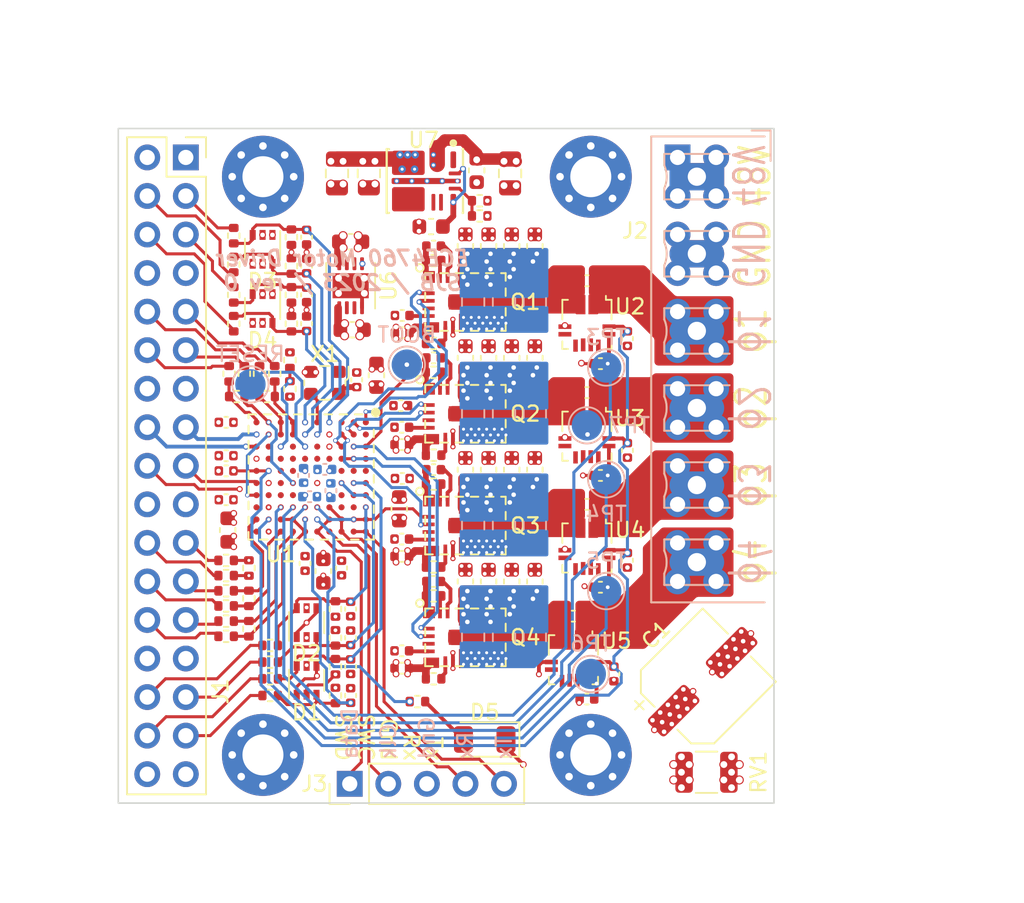
<source format=kicad_pcb>
(kicad_pcb (version 20221018) (generator pcbnew)
  (title_block (title "ECE4760 Motor Driver") (date "2023-11-18") (rev "0") (company "Cornell High Energy Synchrotron Source"))
  (layers (0 "F.Cu" signal) (1 "In1.Cu" power) (2 "In2.Cu" power) (3 "In3.Cu" signal) (4 "In4.Cu" power) (31 "B.Cu" signal) (34 "B.Paste" user) (35 "F.Paste" user) (36 "B.SilkS" user "B.Silkscreen") (37 "F.SilkS" user "F.Silkscreen") (38 "B.Mask" user) (39 "F.Mask" user) (44 "Edge.Cuts" user))
  (net 0 "")
  (net 1 "+3V3")
  (net 2 "+5V")
  (net 3 "Vdrive")
  (net 4 "Aux_Enc_A_In+")
  (net 5 "Aux_Enc_A_In-")
  (net 6 "Aux_Enc_B_In+")
  (net 7 "~{Fault_Enable}")
  (net 8 "/PH1_SENSE")
  (net 9 "/PH2_SENSE")
  (net 10 "/PH3_SENSE")
  (net 11 "/PH4_SENSE")
  (net 12 "/HALL_A")
  (net 13 "/HALL_B")
  (net 14 "/HALL_C")
  (net 15 "/HALL_I")
  (net 16 "PH1")
  (net 17 "PH2")
  (net 18 "PH3")
  (net 19 "PH4")
  (net 20 "LED_2")
  (net 21 "/LIM_L")
  (net 22 "/LIM_H")
  (net 23 "/LIM_R")
  (net 24 "/LIM_AUX")
  (net 25 "Lim_H_In")
  (net 26 "Lim_Aux_In")
  (net 27 "/UART_RX")
  (net 28 "/UART_TX")
  (net 29 "/PH1_HI")
  (net 30 "/PH1_LO")
  (net 31 "/PH2_HI")
  (net 32 "/PH2_LO")
  (net 33 "/PH3_HI")
  (net 34 "/PH3_LO")
  (net 35 "/PH4_HI")
  (net 36 "/PH4_LO")
  (net 37 "Hall_A_In")
  (net 38 "Hall_B_In")
  (net 39 "/ENC_A+")
  (net 40 "/ENC_A-")
  (net 41 "Enc_A_In-")
  (net 42 "/ENC_B+")
  (net 43 "Enc_B_In-")
  (net 44 "/ENC_B-")
  (net 45 "Enc_I_In-")
  (net 46 "/ENC_I+")
  (net 47 "/ENC_I-")
  (net 49 "/AUX_ENC_A-")
  (net 50 "/AUX_ENC_B+")
  (net 51 "/AUX_ENC_B-")
  (net 56 "Net-(D5-A)")
  (net 64 "/SWDIO")
  (net 65 "/SWCLK")
  (net 67 "/OSC_IN")
  (net 68 "Net-(R28-Pad2)")
  (net 69 "Net-(Q1-V_{DD})")
  (net 70 "Net-(Q1-V_{PHASE})")
  (net 71 "Net-(Q1-V_{BOOT})")
  (net 72 "Net-(Q1-SW)")
  (net 73 "Net-(Q2-V_{DD})")
  (net 74 "Net-(Q2-V_{PHASE})")
  (net 75 "Net-(Q2-V_{BOOT})")
  (net 76 "Net-(Q2-SW)")
  (net 77 "Net-(Q3-V_{DD})")
  (net 78 "Net-(Q3-V_{PHASE})")
  (net 79 "Net-(Q3-V_{BOOT})")
  (net 80 "Net-(Q3-SW)")
  (net 81 "Net-(Q4-V_{DD})")
  (net 82 "Net-(Q4-V_{PHASE})")
  (net 83 "Net-(Q4-V_{BOOT})")
  (net 84 "Net-(Q4-SW)")
  (net 86 "Net-(Q1-R_{DRV})")
  (net 87 "Net-(Q1-R_{BOOT})")
  (net 89 "Net-(Q2-R_{DRV})")
  (net 90 "Net-(Q2-R_{BOOT})")
  (net 92 "Net-(Q3-R_{DRV})")
  (net 93 "Net-(Q3-R_{BOOT})")
  (net 95 "Net-(Q4-R_{DRV})")
  (net 96 "Net-(Q4-R_{BOOT})")
  (net 117 "/AUX_ENC_A+")
  (net 120 "GND")
  (net 121 "Lim_R_In")
  (net 122 "Lim_L_In")
  (net 123 "Enc_I_In+")
  (net 124 "Enc_B_In+")
  (net 125 "Enc_A_In+")
  (net 126 "LED_1")
  (net 127 "~{Abort}")
  (net 128 "Aux_Enc_B_In-")
  (net 129 "Hall_I_In")
  (net 130 "Hall_C_In")
  (net 139 "Net-(U7-RT)")
  (net 140 "Net-(U7-FB)")
  (net 150 "/BOOT_SELECT")
  (net 151 "/~{RST}")
  (net 153 "Net-(U1-PA6)")
  (net 158 "Net-(U1-PC9)")
  (footprint "Resistor_SMD:R_0402_1005Metric" (layer "F.Cu") (at 83.3 71.100001)
    (fp_text reference "R36" hide)
    (fp_text value "1k, 1%")
  )
  (footprint "Capacitor_SMD:C_0402_1005Metric" (layer "F.Cu") (at 107.95 63.5)
    (fp_text reference "C34" hide)
    (fp_text value "1n")
  )
  (footprint "MountingHole:MountingHole_2.7mm_M2.5_Pad_Via" (layer "F.Cu") (at 85.725 43.815)
    (fp_text reference "H2" hide)
    (fp_text value "MountingHole_Pad")
  )
  (footprint "Resistor_SMD:R_0402_1005Metric" (layer "F.Cu") (at 87.6 51.6 90)
    (fp_text reference "R26" hide)
    (fp_text value "4k7")
  )
  (footprint "Sensor_Current:Allegro_QFN-12-10-1EP_3x3mm_P0.5mm" (layer "F.Cu") (at 107.061 53.467 -90)
    (fp_text reference "U2")
    (fp_text value "ACS711xEXLT-15AB")
  )
  (footprint "Resistor_SMD:R_0402_1005Metric" (layer "F.Cu") (at 83.3 73.1)
    (fp_text reference "R39" hide)
    (fp_text value "1k, 1%")
  )
  (footprint "Capacitor_SMD:C_0402_1005Metric" (layer "F.Cu") (at 96.9645 63.119 180)
    (fp_text reference "C44" hide)
    (fp_text value "100n")
  )
  (footprint "Resistor_SMD:R_0402_1005Metric" (layer "F.Cu") (at 83.8 53.5 90)
    (fp_text reference "R25" hide)
    (fp_text value "100")
  )
  (footprint "Resistor_SMD:R_0402_1005Metric" (layer "F.Cu") (at 96.9645 62.1665)
    (fp_text reference "R6" hide)
    (fp_text value "4.7")
  )
  (footprint "Resistor_SMD:R_0402_1005Metric" (layer "F.Cu") (at 86.2 76.9)
    (fp_text reference "R13" hide)
    (fp_text value "100")
  )
  (footprint "Capacitor_SMD:C_0402_1005Metric" (layer "F.Cu") (at 94.869 67.691)
    (fp_text reference "C43" hide)
    (fp_text value "100n")
  )
  (footprint "LED_SMD:LED_1206_3216Metric" (layer "F.Cu") (at 100.33 80.899 180)
    (fp_text reference "D5")
    (fp_text value "Green")
  )
  (footprint "Capacitor_SMD:C_0402_1005Metric" (layer "F.Cu") (at 109.728 54.483 90)
    (fp_text reference "C20" hide)
    (fp_text value "100n")
  )
  (footprint "Resistor_SMD:R_0402_1005Metric" (layer "F.Cu") (at 83.8 51.6 -90)
    (fp_text reference "R27" hide)
    (fp_text value "100")
  )
  (footprint "Resistor_SMD:R_0402_1005Metric" (layer "F.Cu") (at 85.5 56.8 -90)
    (fp_text reference "R42" hide)
    (fp_text value "1k, 1%")
  )
  (footprint "Resistor_SMD:R_0402_1005Metric" (layer "F.Cu") (at 83.3 74.1)
    (fp_text reference "R37" hide)
    (fp_text value "1k, 1%")
  )
  (footprint "Capacitor_SMD:C_0603_1608Metric" (layer "F.Cu") (at 93.2 56.9 90)
    (fp_text reference "C72" hide)
    (fp_text value "4u7")
  )
  (footprint "EPC:EPC2310x" (layer "F.Cu") (at 99.06 52.07)
    (fp_text reference "Q1")
    (fp_text value "EPC23104")
  )
  (footprint "Package_TO_SOT_SMD:SOT-363_SC-70-6" (layer "F.Cu") (at 88.6 73.2 90)
    (fp_text reference "D2")
    (fp_text value "BAT54XY")
  )
  (footprint "Capacitor_SMD:C_0603_1608Metric" (layer "F.Cu") (at 103.632 63.119 90)
    (fp_text reference "C38" hide)
    (fp_text value "100n, 100V, 0603, X7R")
  )
  (footprint "Capacitor_SMD:C_0402_1005Metric" (layer "F.Cu") (at 83.3 62.2 180)
    (fp_text reference "C78" hide)
    (fp_text value "100n")
  )
  (footprint "Capacitor_SMD:C_0402_1005Metric" (layer "F.Cu") (at 94.869 76.2 180)
    (fp_text reference "C55" hide)
    (fp_text value "1u")
  )
  (footprint "Capacitor_SMD:C_0402_1005Metric" (layer "F.Cu") (at 94.9 63.7)
    (fp_text reference "C80" hide)
    (fp_text value "100n")
  )
  (footprint "Capacitor_SMD:C_0402_1005Metric" (layer "F.Cu") (at 83.3 63.2 180)
    (fp_text reference "C69" hide)
    (fp_text value "100n")
  )
  (footprint "Capacitor_SMD:C_0402_1005Metric" (layer "F.Cu") (at 94.869 75.057)
    (fp_text reference "C56" hide)
    (fp_text value "100n")
  )
  (footprint "Capacitor_SMD:C_0603_1608Metric" (layer "F.Cu") (at 89.7 69.8 -90)
    (fp_text reference "C70" hide)
    (fp_text value "4u7")
  )
  (footprint "Capacitor_SMD:C_0603_1608Metric" (layer "F.Cu") (at 83.4 67.1 -90)
    (fp_text reference "C71" hide)
    (fp_text value "4u7")
  )
  (footprint "Resistor_SMD:R_0402_1005Metric" (layer "F.Cu") (at 90.5 72.3 90)
    (fp_text reference "R16" hide)
    (fp_text value "4k7")
  )
  (footprint "Capacitor_SMD:C_0603_1608Metric" (layer "F.Cu") (at 99.06 55.753 90)
    (fp_text reference "C22" hide)
    (fp_text value "100n, 100V, 0603, X7R")
  )
  (footprint "Capacitor_SMD:C_0603_1608Metric" (layer "F.Cu") (at 99.06 48.387 90)
    (fp_text reference "C10" hide)
    (fp_text value "100n, 100V, 0603, X7R")
  )
  (footprint "Resistor_SMD:R_0402_1005Metric" (layer "F.Cu") (at 86.2 78)
    (fp_text reference "R15" hide)
    (fp_text value "100")
  )
  (footprint "Capacitor_SMD:C_0603_1608Metric" (layer "F.Cu") (at 99.06 70.485 90)
    (fp_text reference "C48" hide)
    (fp_text value "100n, 100V, 0603, X7R")
  )
  (footprint "Capacitor_SMD:C_0603_1608Metric" (layer "F.Cu") (at 91.5 48.1)
    (fp_text reference "C6" hide)
    (fp_text value "4u7")
  )
  (footprint "Resistor_SMD:R_0402_1005Metric" (layer "F.Cu") (at 87.5 55.9 90)
    (fp_text reference "R29" hide)
    (fp_text value "1k")
  )
  (footprint "Resistor_SMD:R_0402_1005Metric" (layer "F.Cu") (at 96.9645 76.8985)
    (fp_text reference "R10" hide)
    (fp_text value "4.7")
  )
  (footprint "Capacitor_SMD:C_0402_1005Metric" (layer "F.Cu") (at 91.9 57.2 -90)
    (fp_text reference "C85" hide)
    (fp_text value "100n")
  )
  (footprint "Capacitor_SMD:C_0603_1608Metric" (layer "F.Cu") (at 100.584 48.387 90)
    (fp_text reference "C9" hide)
    (fp_text value "100n, 100V, 0603, X7R")
  )
  (footprint "Resistor_SMD:R_0402_1005Metric" (layer "F.Cu") (at 84.5 56.8 -90)
    (fp_text reference "R45" hide)
    (fp_text value "1k, 1%")
  )
  (footprint "Resistor_SMD:R_0402_1005Metric" (layer "F.Cu") (at 86 58.3)
    (fp_text reference "R41" hide)
    (fp_text value "1k, 1%")
  )
  (footprint "Capacitor_SMD:C_0603_1608Metric" (layer "F.Cu") (at 99.8 43.4 -90)
    (fp_text reference "C2" hide)
    (fp_text value "100n, 100V, 0603, X7R")
  )
  (footprint "Capacitor_SMD:C_0603_1608Metric" (layer "F.Cu") (at 102.108 55.753 90)
    (fp_text reference "C24" hide)
    (fp_text value "100n, 100V, 0603, X7R")
  )
  (footprint "Capacitor_SMD:C_0402_1005Metric" (layer "F.Cu") (at 94.897 52.959)
    (fp_text reference "C17" hide)
    (fp_text value "100n")
  )
  (footprint "Resistor_SMD:R_0402_1005Metric" (layer "F.Cu") (at 96.9645 54.8005)
    (fp_text reference "R4" hide)
    (fp_text value "4.7")
  )
  (footprint "Capacitor_SMD:C_0402_1005Metric" (layer "F.Cu") (at 88.5 69.3 -90)
    (fp_text reference "C76" hide)
    (fp_text value "100n")
  )
  (footprint "Capacitor_SMD:C_0402_1005Metric" (layer "F.Cu") (at 106.172 72.771)
    (fp_text reference "C58" hide)
    (fp_text value "C")
  )
  (footprint "Capacitor_SMD:C_0603_1608Metric" (layer "F.Cu") (at 96.8 47.1 180)
    (fp_text reference "C7" hide)
    (fp_text value "4u7")
  )
  (footprint "Capacitor_SMD:C_0402_1005Metric" (layer "F.Cu") (at 107.061 58.039)
    (fp_text reference "C32" hide)
    (fp_text value "C")
  )
  (footprint "Resistor_SMD:R_0402_1005Metric" (layer "F.Cu") (at 96.9645 71.4375 180)
    (fp_text reference "R11" hide)
    (fp_text value "4.7")
  )
  (footprint "Capacitor_SMD:C_0603_1608Metric" (layer "F.Cu") (at 102.108 63.119 90)
    (fp_text reference "C37" hide)
    (fp_text value "100n, 100V, 0603, X7R")
  )
  (footprint "Capacitor_SMD:C_0402_1005Metric" (layer "F.Cu") (at 108.839 76.581 90)
    (fp_text reference "C59" hide)
    (fp_text value "100n")
  )
  (footprint "Capacitor_SMD:C_0402_1005Metric" (layer "F.Cu") (at 90.9 69.6 -90)
    (fp_text reference "C74" hide)
    (fp_text value "100n")
  )
  (footprint "Capacitor_SMD:C_0402_1005Metric" (layer "F.Cu") (at 88.6 53.5 90)
    (fp_text reference "C67" hide)
    (fp_text value "100n")
  )
  (footprint "Resistor_SMD:R_0402_1005Metric" (layer "F.Cu") (at 83.3 70.100001)
    (fp_text reference "R31" hide)
    (fp_text value "1k, 1%")
  )
  (footprint "Resistor_SMD:R_0402_1005Metric" (layer "F.Cu") (at 86.5 56.8 -90)
    (fp_text reference "R40" hide)
    (fp_text value "1k, 1%")
  )
  (footprint "Capacitor_SMD:C_0402_1005Metric" (layer "F.Cu") (at 109.728 69.088 90)
    (fp_text reference "C46" hide)
    (fp_text value "100n")
  )
  (footprint "Capacitor_SMD:C_0603_1608Metric" (layer "F.Cu") (at 102.108 48.387 90)
    (fp_text reference "C11" hide)
    (fp_text value "100n, 100V, 0603, X7R")
  )
  (footprint "Capacitor_SMD:C_1210_3225Metric" (layer "F.Cu") (at 114.935 83.058 180)
    (fp_text reference "RV1")
    (fp_text value "60V 250A")
  )
  (footprint "Capacitor_SMD:C_0402_1005Metric" (layer "F.Cu") (at 94.897 54.102 180)
    (fp_text reference "C16" hide)
    (fp_text value "1u")
  )
  (footprint "Resistor_SMD:R_0402_1005Metric" (layer "F.Cu") (at 86.2 75.8)
    (fp_text reference "R19" hide)
    (fp_text value "100")
  )
  (footprint "Capacitor_SMD:C_0402_1005Metric" (layer "F.Cu") (at 83.3 60 180)
    (fp_text reference "C77" hide)
    (fp_text value "100n")
  )
  (footprint "Capacitor_SMD:C_0603_1608Metric" (layer "F.Cu") (at 103.632 70.485 90)
    (fp_text reference "C51" hide)
    (fp_text value "100n, 100V, 0603, X7R")
  )
  (footprint "MountingHole:MountingHole_2.7mm_M2.5_Pad_Via" (layer "F.Cu") (at 107.315 43.815)
    (fp_text reference "H1" hide)
    (fp_text value "MountingHole_Pad")
  )
  (footprint "Package_TO_SOT_SMD:SOT-363_SC-70-6" (layer "F.Cu") (at 85.7 52.5 -90)
    (fp_text reference "D4")
    (fp_text value "BAT54XY")
  )
  (footprint "Connector_PinSocket_2.54mm:PinSocket_2x17_P2.54mm_Vertical" (layer "F.Cu") (at 80.645 42.545)
    (fp_text reference "J1")
    (fp_text value "IO")
  )
  (footprint "Capacitor_SMD:C_0402_1005Metric" (layer "F.Cu") (at 88.6 47.8 -90)
    (fp_text reference "C66" hide)
    (fp_text value "100n")
  )
  (footprint "Sensor_Current:Allegro_QFN-12-10-1EP_3x3mm_P0.5mm" (layer "F.Cu") (at 107.061 68.199 -90)
    (fp_text reference "U4")
    (fp_text value "ACS711xEXLT-15AB")
  )
  (footprint "Resistor_SMD:R_0402_1005Metric" (layer "F.Cu") (at 83.5 56.8 -90)
    (fp_text reference "R43" hide)
    (fp_text value "1k, 1%")
  )
  (footprint "Connector_Phoenix_MC_HighVoltage:PhoenixContact_MCV_1,5_6-G-5.08_1x06_P5.08mm_Vertical" (layer "F.Cu") (at 114.3 43.815 -90)
    (fp_text reference "J2")
    (fp_text value "Motor / Power")
  )
  (footprint "Capacitor_SMD:C_0603_1608Metric" (layer "F.Cu") (at 100.584 55.753 90)
    (fp_text reference "C23" hide)
    (fp_text value "100n, 100V, 0603, X7R")
  )
  (footprint "Resistor_SMD:R_0402_1005Metric" (layer "F.Cu") (at 90.5 78 -90)
    (fp_text reference "R14" hide)
    (fp_text value "4k7")
  )
  (footprint "Resistor_SMD:R_0402_1005Metric" (layer "F.Cu") (at 90.5 74.2 -90)
    (fp_text reference "R18" hide)
    (fp_text value "4k7")
  )
  (footprint "Resistor_SMD:R_0402_1005Metric" (layer "F.Cu") (at 83.3 69.1)
    (fp_text reference "R33" hide)
    (fp_text value "1k, 1%")
  )
  (footprint "Resistor_SMD:R_0402_1005Metric" (layer "F.Cu") (at 87.6 53.5 -90)
    (fp_text reference "R24" hide)
    (fp_text value "4k7")
  )
  (footprint "Package_TO_SOT_SMD:SOT-363_SC-70-6" (layer "F.Cu") (at 88.6 77 90)
    (fp_text reference "D1")
    (fp_text value "BAT54XY")
  )
  (footprint "Resistor_SMD:R_0402_1005Metric" (layer "F.Cu") (at 84.8 73.600001 -90)
    (fp_text reference "R38" hide)
    (fp_text value "1k, 1%")
  )
  (footprint "Capacitor_SMD:C_0603_1608Metric" (layer "F.Cu") (at 102.108 70.485 90)
    (fp_text reference "C50" hide)
    (fp_text value "100n, 100V, 0603, X7R")
  )
  (footprint "Sensor_Current:Allegro_QFN-12-10-1EP_3x3mm_P0.5mm" (layer "F.Cu") (at 106.172 75.565 -90)
    (fp_text reference "U5")
    (fp_text value "ACS711xEXLT-15AB")
  )
  (footprint "Capacitor_SMD:C_0603_1608Metric" (layer "F.Cu") (at 94.7 65.7 -90)
    (fp_text reference "C73" hide)
    (fp_text value "4u7")
  )
  (footprint "Resistor_SMD:R_0402_1005Metric" (layer "F.Cu") (at 96.9645 49.3395 180)
    (fp_text reference "R5" hide)
    (fp_text value "4.7")
  )
  (footprint "Capacitor_SMD:C_0402_1005Metric" (layer "F.Cu") (at 107.95 70.866)
    (fp_text reference "C47" hide)
    (fp_text value "1n")
  )
  (footprint "Capacitor_SMD:C_0603_1608Metric" (layer "F.Cu") (at 91.6 53.899999)
    (fp_text reference "C8" hide)
    (fp_text value "4u7")
  )
  (footprint "Capacitor_SMD:C_0603_1608Metric" (layer "F.Cu") (at 103.632 48.387 90)
    (fp_text reference "C12" hide)
    (fp_text value "100n, 100V, 0603, X7R")
  )
  (footprint "Capacitor_SMD:C_0402_1005Metric" (layer "F.Cu") (at 109.728 61.849 90)
    (fp_text reference "C33" hide)
    (fp_text value "100n")
  )
  (footprint "Capacitor_SMD:C_0402_1005Metric" (layer "F.Cu") (at 94.8 58.9)
    (fp_text reference "C75" hide)
    (fp_text value "100n")
  )
  (footprint "Resistor_SMD:R_0402_1005Metric" (layer "F.Cu") (at 83.3 72.100001)
    (fp_text reference "R34" hide)
    (fp_text value "1k, 1%")
  )
  (footprint "EPC:EPC2310x" (layer "F.Cu") (at 99.06 74.168)
    (fp_text reference "Q4")
    (fp_text value "EPC23104")
  )
  (footprint "Capacitor_SMD:C_0402_1005Metric" (layer "F.Cu") (at 83.3 65.1 180)
    (fp_text reference "C79" hide)
    (fp_text value "100n")
  )
  (footprint "Resistor_SMD:R_0402_1005Metric" (layer "F.Cu") (at 83.8 49.6 90)
    (fp_text reference "R21" hide)
    (fp_text value "100")
  )
  (footprint "Capacitor_SMD:C_0402_1005Metric" (layer "F.Cu") (at 96.9645 55.753 180)
    (fp_text reference "C31" hide)
    (fp_text value "100n")
  )
  (footprint "Capacitor_SMD:C_0402_1005Metric" (layer "F.Cu") (at 91.5 78 90)
    (fp_text reference "C62" hide)
    (fp_text value "1n")
  )
  (footprint "Sensor_Current:Allegro_QFN-12-10-1EP_3x3mm_P0.5mm" (layer "F.Cu") (at 107.061 60.833 -90)
    (fp_text reference "U3")
    (fp_text value "ACS711xEXLT-15AB")
  )
  (footprint "Capacitor_SMD:C_0402_1005Metric" (layer "F.Cu") (at 91.5 72.3 -90)
    (fp_text reference "C63" hide)
    (fp_text value "1n")
  )
  (footprint "Capacitor_SMD:C_0402_1005Metric" (layer "F.Cu") (at 107.061 50.673)
    (fp_text reference "C19" hide)
    (fp_text value "C")
  )
  (footprint "Capacitor_SMD:C_0805_2012Metric" (layer "F.Cu") (at 90.6 43.6 -90)
    (fp_text reference "C4" hide)
    (fp_text value "22u")
  )
  (footprint "Resistor_SMD:R_0402_1005Metric" (layer "F.Cu") (at 96.9645 56.7055 180)
    (fp_text reference "R7" hide)
    (fp_text value "4.7")
  )
  (footprint "Resistor_SMD:R_0402_1005Metric" (layer "F.Cu") (at 87.6 47.8 90)
    (fp_text reference "R22" hide)
    (fp_text value "4k7")
  )
  (footprint "TPSM:RDN0011A-MFG" (layer "F.Cu") (at 96.3 44.1 -90)
    (fp_text reference "U7")
    (fp_text value "TPSM365R6")
  )
  (footprint "Capacitor_SMD:C_0402_1005Metric" (layer "F.Cu") (at 96.9645 70.485 180)
    (fp_text reference "C57" hide)
    (fp_text value "100n")
  )
  (footprint "Resistor_SMD:R_0402_1005Metric" (layer "F.Cu") (at 90.5 76.1 90)
    (fp_text reference "R12" hide)
    (fp_text value "4k7")
  )
  (footprint "Resistor_SMD:R_0402_1005Metric" (layer "F.Cu") (at 100 46.4 180)
    (fp_text reference "R1" hide)
    (fp_text value "40k2")
  )
  (footprint "Capacitor_SMD:C_0402_1005Metric" (layer "F.Cu") (at 94.869 60.325)
    (fp_text reference "C30" hide)
    (fp_text value "100n")
  )
  (footprint "MountingHole:MountingHole_2.7mm_M2.5_Pad_Via" (layer "F.Cu") (at 85.725 81.915)
    (fp_text reference "H4" hide)
    (fp_text value "MountingHole_Pad")
  )
  (footprint "Resistor_SMD:R_0402_1005Metric" (layer "F.Cu") (at 100 45.4)
    (fp_text reference "R3" hide)
    (fp_text value "10k")
  )
  (footprint "Capacitor_SMD:C_0402_1005Metric" (layer "F.Cu") (at 96.9645 48.387 180)
    (fp_text reference "C18" hide)
    (fp_text value "100n")
  )
  (footprint "Package_TO_SOT_SMD:SOT-363_SC-70-6" (layer "F.Cu") (at 85.7 48.6 -90)
    (fp_text reference "D3")
    (fp_text value "BAT54XY")
  )
  (footprint "Oscillator:Oscillator_SMD_ECS_2520MV-xxx-xx-4Pin_2.5x2.0mm" (layer "F.Cu") (at 89.8 57.4 -90)
    (fp_text reference "X1")
    (fp_text value "48MHz")
  )
  (footprint "Capacitor_SMD:CP_Elec_6.3x7.7" (layer "F.Cu") (at 114.681 77.089 45)
    (fp_text reference "C1")
    (fp_text value "22u 100V")
  )
  (footprint "Package_DFN_QFN:DFN-8-1EP_3x3mm_P0.5mm_EP1.65x2.38mm" (layer "F.Cu") (at 91.5 51 90)
    (fp_text reference "U6")
    (fp_text value "AP7361C-33FGE")
  )
  (footprint "Capacitor_SMD:C_0402_1005Metric" (layer "F.Cu") (at 91.5 76.1 -90)
    (fp_text reference "C61" hide)
    (fp_text value "1n")
  )
  (footprint "Resistor_SMD:R_0402_1005Metric" (layer "F.Cu") (at 87.6 49.7 -90)
    (fp_text reference "R20" hide)
    (fp_text value "4k7")
  )
  (footprint "Resistor_SMD:R_0402_1005Metric" (layer "F.Cu") (at 84 58.3 180)
    (fp_text reference "R44" hide)
    (fp_text value "1k, 1%")
  )
  (footprint "MountingHole:MountingHole_2.7mm_M2.5_Pad_Via" (layer "F.Cu") (at 107.315 81.915)
    (fp_text reference "H3" hide)
    (fp_text value "MountingHole_Pad")
  )
  (footprint "Capacitor_SMD:C_0805_2012Metric" (layer "F.Cu") (at 102 43.6 -90)
    (fp_text reference "C3" hide)
    (fp_text value "1u, 100V, 0805, X7R")
  )
  (footprint "Resistor_SMD:R_0402_1005Metric" (layer "F.Cu") (at 96.9645 64.0715 180)
    (fp_text reference "R9" hide)
    (fp_text value "4.7")
  )
  (footprint "EPC:EPC2310x" (layer "F.Cu") (at 99.06 59.436)
    (fp_text reference "Q2")
    (fp_text value "EPC23104")
  )
  (footprint "Resistor_SMD:R_0402_1005Metric" (layer "F.Cu") (at 84.8 71.6 -90)
    (fp_text reference "R35" hide)
    (fp_text value "1k, 1%")
  )
  (footprint "Capacitor_SMD:C_0402_1005Metric" (layer "F.Cu") (at 107.95 56.134)
    (fp_text reference "C21" hide)
    (fp_text value "1n")
  )
  (footprint "Resistor_SMD:R_0402_1005Metric" (layer "F.Cu") (at 87.5 57.8 90)
    (fp_text reference "R28" hide)
    (fp_text value "1k")
  )
  (footprint "Capacitor_SMD:C_0402_1005Metric" (layer "F.Cu") (at 94.869 61.468 180)
    (fp_text reference "C29" hide)
    (fp_text value "1u")
  )
  (footprint "Capacitor_SMD:C_0603_1608Metric" (layer "F.Cu") (at 100.584 70.485 90)
    (fp_text reference "C49" hide)
    (fp_text value "100n, 100V, 0603, X7R")
  )
  (footprint "Capacitor_SMD:C_0402_1005Metric" (layer "F.Cu") (at 107.061 78.232)
    (fp_text reference "C60" hide)
    (fp_text value "1n")
  )
  (footprint "Resistor_SMD:R_0402_1005Metric" (layer "F.Cu") (at 84.8 69.6 -90)
    (fp_text reference "R32" hide)
    (fp_text value "1k, 1%")
  )
  (footprint "Resistor_SMD:R_0402_1005Metric" (layer "F.Cu") (at 96.9645 69.5325)
    (fp_text reference "R8" hide)
    (fp_text value "4.7")
  )
  (footprint "Capacitor_SMD:C_0402_1005Metric" (layer "F.Cu") (at 88.6 51.6 -90)
    (fp_text reference "C68" hide)
    (fp_text value "100n")
  )
  (footprint "Capacitor_SMD:C_0402_1005Metric" (layer "F.Cu") (at 94.869 68.834 180)
    (fp_text reference "C42" hide)
    (fp_text value "1u")
  )
  (footprint "Connector_PinHeader_2.54mm:PinHeader_1x05_P2.54mm_Vertical" (layer "F.Cu") (at 91.44 83.82 90)
    (fp_text reference "J3")
    (fp_text value "UART")
  )
  (footprint "Capacitor_SMD:C_0805_2012Metric" (layer "F.Cu") (at 92.7 43.6 -90)
    (fp_text reference "C5" hide)
    (fp_text value "22u")
  )
  (footprint "Capacitor_SMD:C_0603_1608Metric" (layer "F.Cu") (at 99.06 63.119 90)
    (fp_text reference "C35" hide)
    (fp_text value "100n, 100V, 0603, X7R")
  )
  (footprint "Capacitor_SMD:C_0402_1005Metric" (layer "F.Cu") (at 107.061 65.405)
    (fp_text reference "C45" hide)
    (fp_text value "C")
  )
  (footprint "EPC:EPC2310x" (layer "F.Cu") (at 99.06 66.802)
    (fp_text reference "Q3")
    (fp_text value "EPC23104")
  )
  (footprint "Package_BGA:TFBGA-100_8x8mm_Layout10x10_P0.8mm" (layer "F.Cu") (at 88.9 63.6 -90)
    (fp_text reference "U1")
    (fp_text value "STM32G473V_B-C-E_Hx")
  )
  (footprint "Capacitor_SMD:C_0603_1608Metric" (layer "F.Cu") (at 103.632 55.753 90)
    (fp_text reference "C25" hide)
    (fp_text value "100n, 100V, 0603, X7R")
  )
  (footprint "Resistor_SMD:R_0402_1005Metric" (layer "F.Cu") (at 86.2 74.7)
    (fp_text reference "R17" hide)
    (fp_text value "100")
  )
  (footprint "Capacitor_SMD:C_0402_1005Metric" (layer "F.Cu") (at 91.5 74.2 90)
    (fp_text reference "C64" hide)
    (fp_text value "1n")
  )
  (footprint "Resistor_SMD:R_0402_1005Metric" (layer "F.Cu") (at 95.9 78.4 180)
    (fp_text reference "R30" hide)
    (fp_text value "330")
  )
  (footprint "Capacitor_SMD:C_0402_1005Metric" (layer "F.Cu") (at 88.6 49.7 90)
    (fp_text reference "C65" hide)
    (fp_text value "100n")
  )
  (footprint "Capacitor_SMD:C_0603_1608Metric" (layer "F.Cu") (at 100.584 63.119 90)
    (fp_text reference "C36" hide)
    (fp_text value "100n, 100V, 0603, X7R")
  )
  (footprint "Resistor_SMD:R_0402_1005Metric" (layer "F.Cu") (at 83.8 47.7 -90)
    (fp_text reference "R23" hide)
    (fp_text value "100")
  )
  (footprint "Capacitor_SMD:C_0805_2012Metric" (layer "B.Cu") (at 101.6 52.07 -90)
    (fp_text reference "C14" hide)
    (fp_text value "1u, 100V, 0805, X7R")
  )
  (footprint "Capacitor_SMD:C_0805_2012Metric" (layer "B.Cu") (at 99.568 74.168 -90)
    (fp_text reference "C52" hide)
    (fp_text value "1u, 100V, 0805, X7R")
  )
  (footprint "Capacitor_SMD:C_0402_1005Metric" (layer "B.Cu") (at 90.2 64.5 90)
    (fp_text reference "C82" hide)
    (fp_text value "100n")
  )
  (footprint "Capacitor_SMD:C_0402_1005Metric" (layer "B.Cu") (at 89.8 63.1 180)
    (fp_text reference "C83" hide)
    (fp_text value "100n")
  )
  (footprint "Capacitor_SMD:C_0805_2012Metric" (layer "B.Cu") (at 101.6 66.802 -90)
    (fp_text reference "C40" hide)
    (fp_text value "1u, 100V, 0805, X7R")
  )
  (footprint "Capacitor_SMD:C_0805_2012Metric" (layer "B.Cu") (at 101.6 59.436 -90)
    (fp_text reference "C27" hide)
    (fp_text value "1u, 100V, 0805, X7R")
  )
  (footprint "Capacitor_SMD:C_0805_2012Metric" (layer "B.Cu") (at 99.568 52.07 -90)
    (fp_text reference "C13" hide)
    (fp_text value "1u, 100V, 0805, X7R")
  )
  (footprint "Capacitor_SMD:C_0805_2012Metric" (layer "B.Cu") (at 99.568 59.436 -90)
    (fp_text reference "C26" hide)
    (fp_text value "1u, 100V, 0805, X7R")
  )
  (footprint "Capacitor_SMD:C_0805_2012Metric" (layer "B.Cu") (at 103.632 66.802 -90)
    (fp_text reference "C41" hide)
    (fp_text value "1u, 100V, 0805, X7R")
  )
  (footprint "Capacitor_SMD:C_0805_2012Metric" (layer "B.Cu") (at 103.632 74.168 -90)
    (fp_text reference "C54" hide)
    (fp_text value "1u, 100V, 0805, X7R")
  )
  (footprint "Capacitor_SMD:C_0805_2012Metric" (layer "B.Cu") (at 103.632 59.436 -90)
    (fp_text reference "C28" hide)
    (fp_text value "1u, 100V, 0805, X7R")
  )
  (footprint "Capacitor_SMD:C_0805_2012Metric" (layer "B.Cu") (at 101.6 74.168 -90)
    (fp_text reference "C53" hide)
    (fp_text value "1u, 100V, 0805, X7R")
  )
  (footprint "TestPoint:TestPoint_Pad_D2.0mm" (layer "B.Cu") (at 84.9 57.5 180)
    (fp_text reference "TP1" hide)
    (fp_text value "RESET")
  )
  (footprint "Capacitor_SMD:C_0402_1005Metric" (layer "B.Cu") (at 88.8 64.9)
    (fp_text reference "C81" hide)
    (fp_text value "100n")
  )
  (footprint "TestPoint:TestPoint_Pad_D2.0mm" (layer "B.Cu") (at 95.2 56.2 180)
    (fp_text reference "TP2" hide)
    (fp_text value "BOOT")
  )
  (footprint "TestPoint:TestPoint_Pad_D2.0mm" (layer "B.Cu") (at 108.331 63.754 180)
    (fp_text reference "TP4")
    (fp_text value "Sense")
  )
  (footprint "TestPoint:TestPoint_Pad_D2.0mm" (layer "B.Cu") (at 107.061 60.198 180)
    (fp_text reference "TP7")
    (fp_text value "Sense")
  )
  (footprint "Connector_PinSocket_2.54mm:PinSocket_2x12_P2.54mm_Vertical" (layer "B.Cu") (at 113.03 42.545 180)
    (fp_text reference "J101" hide)
    (fp_text value "Alternative Motor")
  )
  (footprint "Capacitor_SMD:C_0402_1005Metric" (layer "B.Cu") (at 88.4 63.5 -90)
    (fp_text reference "C84" hide)
    (fp_text value "100n")
  )
  (footprint "TestPoint:TestPoint_Pad_D2.0mm" (layer "B.Cu") (at 108.331 71.12 180)
    (fp_text reference "TP5")
    (fp_text value "Sense")
  )
  (footprint "TestPoint:TestPoint_Pad_D2.0mm" (layer "B.Cu") (at 108.331 56.388 180)
    (fp_text reference "TP3")
    (fp_text value "Sense")
  )
  (footprint "Capacitor_SMD:C_0805_2012Metric" (layer "B.Cu") (at 103.632 52.07 -90)
    (fp_text reference "C15" hide)
    (fp_text value "1u, 100V, 0805, X7R")
  )
  (footprint "Capacitor_SMD:C_0805_2012Metric" (layer "B.Cu") (at 99.568 66.802 -90)
    (fp_text reference "C39" hide)
    (fp_text value "1u, 100V, 0805, X7R")
  )
  (footprint "TestPoint:TestPoint_Pad_D2.0mm" (layer "B.Cu") (at 107.315 76.581 180)
    (fp_text reference "TP6")
    (fp_text value "Sense")
  )
  (gr_rect (start 76.2 40.64) (end 119.38 85.09) (stroke (width 0.1)) (fill none) (layer "Edge.Cuts"))
  (gr_text "ϕ1" (at 116.84 53.975 270) (layer "B.SilkS") (effects (font (size 2 1.5) (thickness 0.2)) (justify bottom mirror)))
  (gr_text "ECE4760 Motor Driver\nSJB / 2023 / rev 0" (at 91 50) (layer "B.SilkS") (effects (font (size 1 1) (thickness 0.2) bold italic) (justify mirror)))
  (gr_text "ϕ3" (at 116.84 64.135 270) (layer "B.SilkS") (effects (font (size 2 1.5) (thickness 0.2)) (justify bottom mirror)))
  (gr_text "GND" (at 116.459 48.895 270) (layer "B.SilkS") (effects (font (size 2 1.5) (thickness 0.2)) (justify bottom mirror)))
  (gr_text "ϕ2" (at 116.84 59.055 270) (layer "B.SilkS") (effects (font (size 2 1.5) (thickness 0.2)) (justify bottom mirror)))
  (gr_text "Gnd" (at 96.52 82.296 90) (layer "B.SilkS") (effects (font (size 1 1)) (justify right mirror)))
  (gr_text "Rx" (at 99.06 82.296 90) (layer "B.SilkS") (effects (font (size 1 1)) (justify right mirror)))
  (gr_text "48V" (at 116.459 43.815 270) (layer "B.SilkS") (effects (font (size 2 1.5) (thickness 0.2)) (justify bottom mirror)))
  (gr_text "ϕ4" (at 116.84 69.215 270) (layer "B.SilkS") (effects (font (size 2 1.5) (thickness 0.2)) (justify bottom mirror)))
  (gr_text "Tx" (at 101.6 82.296 90) (layer "B.SilkS") (effects (font (size 1 1)) (justify right mirror)))
  (gr_text "Clk" (at 93.98 82.296 90) (layer "B.SilkS") (effects (font (size 1 1)) (justify right mirror)))
  (gr_text "Data" (at 91.44 82.296 90) (layer "B.SilkS") (effects (font (size 1 1)) (justify right mirror)))
  (gr_text "Rx" (at 95.5 82.4 -90) (layer "F.SilkS") (effects (font (size 1 1)) (justify right)))
  (gr_text "Gnd" (at 94 82.4 -90) (layer "F.SilkS") (effects (font (size 1 1)) (justify right)))
  (gr_text "SWC" (at 92.5 82.4 270) (layer "F.SilkS") (effects (font (size 1 1)) (justify right)))
  (gr_text "ϕ1" (at 116.713 53.975 90) (layer "F.SilkS") (effects (font (size 2 1.5) (thickness 0.2)) (justify top)))
  (gr_text "48V" (at 116.967 43.815 90) (layer "F.SilkS") (effects (font (size 2 1.5) (thickness 0.2)) (justify top)))
  (gr_text "ϕ4" (at 116.713 69.215 90) (layer "F.SilkS") (effects (font (size 2 1.5) (thickness 0.2)) (justify top)))
  (gr_text "ϕ3" (at 116.713 64.135 90) (layer "F.SilkS") (effects (font (size 2 1.5) (thickness 0.2)) (justify top)))
  (gr_text "GND" (at 116.967 48.895 90) (layer "F.SilkS") (effects (font (size 2 1.5) (thickness 0.2)) (justify top)))
  (gr_text "ϕ2" (at 116.713 59.055 90) (layer "F.SilkS") (effects (font (size 2 1.5) (thickness 0.2)) (justify top)))
  (gr_text "SWD" (at 91 82.4 270) (layer "F.SilkS") (effects (font (size 1 1)) (justify right)))
  (gr_text "Tx" (at 97 82.4 -90) (layer "F.SilkS") (effects (font (size 1 1)) (justify right)))
  (segment (start 109.549 68.429) (end 109.728 68.608) (width 0.254) (layer "F.Cu") (net 1))
  (segment (start 91.095 57.68) (end 91.9 57.68) (width 0.381) (layer "F.Cu") (net 1))
  (segment (start 108.511 68.429) (end 109.549 68.429) (width 0.254) (layer "F.Cu") (net 1))
  (segment (start 108.511 53.697) (end 109.422 53.697) (width 0.254) (layer "F.Cu") (net 1))
  (segment (start 108.533 75.795) (end 108.839 76.101) (width 0.254) (layer "F.Cu") (net 1))
  (segment (start 86.1 63.2) (end 85.3 63.2) (width 0.2) (layer "F.Cu") (net 1))
  (segment (start 109.422 61.063) (end 109.728 61.369) (width 0.254) (layer "F.Cu") (net 1))
  (segment (start 107.622 75.795) (end 108.533 75.795) (width 0.254) (layer "F.Cu") (net 1))
  (segment (start 90.671 53.745999) (end 90.671 52.45) (width 0.508) (layer "F.Cu") (net 1))
  (segment (start 91.095 57.68) (end 90.675 58.1) (width 0.381) (layer "F.Cu") (net 1))
  (segment (start 109.422 53.697) (end 109.728 54.003) (width 0.254) (layer "F.Cu") (net 1))
  (segment (start 90.825 53.899999) (end 90.671 53.745999) (width 0.508) (layer "F.Cu") (net 1))
  (segment (start 83.799999 63.2) (end 85.3 63.2) (width 0.2) (layer "F.Cu") (net 1))
  (segment (start 108.511 61.063) (end 109.422 61.063) (width 0.254) (layer "F.Cu") (net 1))
  (via (at 89.7 69.15) (size 0.4) (drill 0.25) (layers "F.Cu" "B.Cu") (remove_unused_layers) (net 1))
  (via (at 86.1 63.2) (size 0.4) (drill 0.25) (layers "F.Cu" "B.Cu") (remove_unused_layers) (zone_layer_connections "In2.Cu") (net 1))
  (via (at 94.32 58.9) (size 0.4) (drill 0.25) (layers "F.Cu" "B.Cu") (remove_unused_layers) (zone_layer_connections "In2.Cu") (net 1))
  (via (at 88.5 68.8) (size 0.4) (drill 0.25) (layers "F.Cu" "B.Cu") (remove_unused_layers) (zone_layer_connections "In2.Cu") (net 1))
  (via (at 83.8 66.6) (size 0.45) (drill 0.3) (layers "F.Cu" "B.Cu") (remove_unused_layers) (zone_layer_connections "In2.Cu") (net 1))
  (via (at 90.1 64.8) (size 0.4) (drill 0.25) (layers "F.Cu" "B.Cu") (remove_unused_layers) (zone_layer_connections "In2.Cu") (net 1))
  (via (at 83.799999 62.2) (size 0.45) (drill 0.3) (layers "F.Cu" "B.Cu") (remove_unused_layers) (zone_layer_connections "In2.Cu") (net 1))
  (via (at 90.9 69.1) (size 0.4) (drill 0.25) (layers "F.Cu" "B.Cu") (remove_unused_layers) (zone_layer_connections "In2.Cu") (net 1))
  (via (at 83.799999 60) (size 0.45) (drill 0.3) (layers "F.Cu" "B.Cu") (remove_unused_layers) (zone_layer_connections "In2.Cu") (net 1))
  (via (at 87.503 58.293) (size 0.4) (drill 0.25) (layers "F.Cu" "B.Cu") (remove_unused_layers) (zone_layer_connections "In2.Cu") (net 1))
  (via (at 90.1 61.6) (size 0.4) (drill 0.25) (layers "F.Cu" "B.Cu") (remove_unused_layers) (zone_layer_connections "In2.Cu") (net 1))
  (via (at 91.9 57.68) (size 0.45) (drill 0.3) (layers "F.Cu" "B.Cu") (remove_unused_layers) (zone_layer_connections "In2.Cu") (net 1))
  (via (at 93.5 57.5) (size 0.45) (drill 0.3) (layers "F.Cu" "B.Cu") (remove_unused_layers) (zone_layer_connections "In2.Cu") (net 1))
  (via (at 83.799999 65.1) (size 0.45) (drill 0.3) (layers "F.Cu" "B.Cu") (remove_unused_layers) (zone_layer_connections "In2.Cu") (net 1))
  (via (at 88.5 63.2) (size 0.4) (drill 0.25) (layers "F.Cu" "B.Cu") (remove_unused_layers) (zone_layer_connections "In2.Cu") (net 1))
  (via (at 90.1 63.2) (size 0.4) (drill 0.25) (layers "F.Cu" "B.Cu") (remove_unused_layers) (zone_layer_connections "In2.Cu") (net 1))
  (via (at 109.728 68.608) (size 0.45) (drill 0.3) (layers "F.Cu" "B.Cu") (remove_unused_layers) (net 1))
  (via (at 91.1 53.5) (size 0.6) (drill 0.45) (layers "F.Cu" "B.Cu") (remove_unused_layers) (net 1))
  (via (at 83.799999 63.2) (size 0.45) (drill 0.3) (layers "F.Cu" "B.Cu") (remove_unused_layers) (zone_layer_connections "In2.Cu") (net 1))
  (via (at 92.9 57.5) (size 0.45) (drill 0.3) (layers "F.Cu" "B.Cu") (remove_unused_layers) (zone_layer_connections "In2.Cu") (net 1))
  (via (at 108.839 76.101) (size 0.45) (drill 0.3) (layers "F.Cu" "B.Cu") (remove_unused_layers) (net 1))
  (via (at 95 65.1) (size 0.45) (drill 0.3) (layers "F.Cu" "B.Cu") (remove_unused_layers) (net 1))
  (via (at 94.4 63.7) (size 0.45) (drill 0.3) (layers "F.Cu" "B.Cu") (remove_unused_layers) (zone_layer_connections "In2.Cu") (net 1))
  (via (at 89.7 68.6) (size 0.4) (drill 0.25) (layers "F.Cu" "B.Cu") (remove_unused_layers) (zone_layer_connections "In2.Cu") (net 1))
  (via (at 94.4 65.1) (size 0.45) (drill 0.3) (layers "F.Cu" "B.Cu") (remove_unused_layers) (zone_layer_connections "In2.Cu") (net 1))
  (via (at 83.8 66) (size 0.45) (drill 0.3) (layers "F.Cu" "B.Cu") (remove_unused_layers) (zone_layer_connections "In2.Cu") (net 1))
  (via (at 109.728 61.369) (size 0.45) (drill 0.3) (layers "F.Cu" "B.Cu") (remove_unused_layers) (net 1))
  (via (at 109.728 54.003) (size 0.45) (drill 0.3) (layers "F.Cu" "B.Cu") (remove_unused_layers) (net 1))
  (via (at 88.5 64.8) (size 0.4) (drill 0.25) (layers "F.Cu" "B.Cu") (remove_unused_layers) (zone_layer_connections "In2.Cu") (net 1))
  (via (at 91.1 54.3) (size 0.6) (drill 0.45) (layers "F.Cu" "B.Cu") (remove_unused_layers) (net 1))
  (segment (start 109.728 55.753) (end 109.22 55.245) (width 0.2) (layer "B.Cu") (net 1))
  (segment (start 102.977 81.3) (end 106.299 77.978) (width 0.2) (layer "B.Cu") (net 1))
  (segment (start 89.6 81.3) (end 102.977 81.3) (width 0.2) (layer "B.Cu") (net 1))
  (segment (start 85 66.3) (end 85 68.1) (width 0.2) (layer "B.Cu") (net 1))
  (segment (start 85.6 68.7) (end 85.6 77.3) (width 0.2) (layer "B.Cu") (net 1))
  (segment (start 85.6 63.754) (end 85.6 65.7) (width 0.2) (layer "B.Cu") (net 1))
  (segment (start 85 68.1) (end 85.6 68.7) (width 0.2) (layer "B.Cu") (net 1))
  (segment (start 108.839 75.438) (end 109.728 74.549) (width 0.2) (layer "B.Cu") (net 1))
  (segment (start 85.6 63.7) (end 85.6 63.754) (width 0.2) (layer "B.Cu") (net 1))
  (segment (start 108.839 76.101) (end 108.839 75.438) (width 0.2) (layer "B.Cu") (net 1))
  (segment (start 109.22 62.611) (end 109.22 61.877) (width 0.2) (layer "B.Cu") (net 1))
  (segment (start 109.318 77.160409) (end 109.318 76.58) (width 0.2) (layer "B.Cu") (net 1))
  (segment (start 109.728 63.119) (end 109.22 62.611) (width 0.2) (layer "B.Cu") (net 1))
  (segment (start 109.318 76.58) (end 108.839 76.101) (width 0.2) (layer "B.Cu") (net 1))
  (segment (start 109.728 74.549) (end 109.728 70.358) (width 0.2) (layer "B.Cu") (net 1))
  (segment (start 109.22 61.877) (end 109.728 61.369) (width 0.2) (layer "B.Cu") (net 1))
  (segment (start 109.22 54.511) (end 109.728 54.003) (width 0.2) (layer "B.Cu") (net 1))
  (segment (start 109.728 68.608) (end 109.728 63.119) (width 0.2) (layer "B.Cu") (net 1))
  (segment (start 109.728 61.369) (end 109.728 55.753) (width 0.2) (layer "B.Cu") (net 1))
  (segment (start 109.22 69.85) (end 109.22 69.116) (width 0.2) (layer "B.Cu") (net 1))
  (segment (start 108.500409 77.978) (end 109.318 77.160409) (width 0.2) (layer "B.Cu") (net 1))
  (segment (start 85.6 65.7) (end 85 66.3) (width 0.2) (layer "B.Cu") (net 1))
  (segment (start 85.6 77.3) (end 89.6 81.3) (width 0.2) (layer "B.Cu") (net 1))
  (segment (start 109.22 69.116) (end 109.728 68.608) (width 0.2) (layer "B.Cu") (net 1))
  (segment (start 106.299 77.978) (end 108.500409 77.978) (width 0.2) (layer "B.Cu") (net 1))
  (segment (start 109.22 55.245) (end 109.22 54.511) (width 0.2) (layer "B.Cu") (net 1))
  (segment (start 109.728 70.358) (end 109.22 69.85) (width 0.2) (layer "B.Cu") (net 1))
  (segment (start 86.1 63.2) (end 85.6 63.7) (width 0.2) (layer "B.Cu") (net 1))
  (segment (start 96.4545 68.8325) (end 96.81 68.477) (width 0.508) (layer "F.Cu") (net 2))
  (segment (start 96.4545 54.1005) (end 96.81 53.745) (width 0.508) (layer "F.Cu") (net 2))
  (segment (start 87.6 49.19) (end 87.6 48.8) (width 0.254) (layer "F.Cu") (net 2))
  (segment (start 96.4545 76.7715) (end 96.4545 76.0715) (width 0.508) (layer "F.Cu") (net 2))
  (segment (start 90.725 48.1) (end 90.671 48.154) (width 0.508) (layer "F.Cu") (net 2))
  (segment (start 96.4545 54.8005) (end 96.4545 54.1005) (width 0.508) (layer "F.Cu") (net 2))
  (segment (start 90.6 42.65) (end 95.049999 42.65) (width 1.016) (layer "F.Cu") (net 2))
  (segment (start 88.6 77.425) (end 88.725 77.3) (width 0.2) (layer "F.Cu") (net 2))
  (segment (start 95.349 76.2) (end 96.453 76.2) (width 0.508) (layer "F.Cu") (net 2))
  (segment (start 96.81 61.111) (end 95.734 61.111) (width 0.508) (layer "F.Cu") (net 2))
  (segment (start 88.725 77.3) (end 89.81 77.3) (width 0.2) (layer "F.Cu") (net 2))
  (segment (start 90.671 48.154) (end 90.671 49.55) (width 0.508) (layer "F.Cu") (net 2))
  (segment (start 96.81 53.745) (end 95.734 53.745) (width 0.508) (layer "F.Cu") (net 2))
  (segment (start 95.734 68.477) (end 95.377 68.834) (width 0.508) (layer "F.Cu") (net 2))
  (segment (start 89.81 77.3) (end 90.5 76.61) (width 0.2) (layer "F.Cu") (net 2))
  (segment (start 96.4545 69.5325) (end 96.4545 68.8325) (width 0.508) (layer "F.Cu") (net 2))
  (segment (start 96.4545 61.4665) (end 96.81 61.111) (width 0.508) (layer "F.Cu") (net 2))
  (segment (start 95.734 53.745) (end 95.377 54.102) (width 0.508) (layer "F.Cu") (net 2))
  (segment (start 87.6 52.11) (end 87.6 52.6) (width 0.254) (layer "F.Cu") (net 2))
  (segment (start 96.81 68.477) (end 95.734 68.477) (width 0.508) (layer "F.Cu") (net 2))
  (segment (start 87.6 48.31) (end 87.6 48.8) (width 0.254) (layer "F.Cu") (net 2))
  (segment (start 87.6 52.99) (end 87.6 52.6) (width 0.254) (layer "F.Cu") (net 2))
  (segment (start 95.049999 42.65) (end 95.299999 42.9) (width 1.016) (layer "F.Cu") (net 2))
  (segment (start 96.453 76.2) (end 96.81 75.843) (width 0.508) (layer "F.Cu") (net 2))
  (segment (start 95.734 61.111) (end 95.377 61.468) (width 0.508) (layer "F.Cu") (net 2))
  (segment (start 96.4545 62.1665) (end 96.4545 61.4665) (width 0.508) (layer "F.Cu") (net 2))
  (segment (start 88.6 77.95) (end 88.6 77.425) (width 0.2) (layer "F.Cu") (net 2))
  (via (at 87.6 52.6) (size 0.4) (drill 0.25) (layers "F.Cu" "B.Cu") (remove_unused_layers) (zone_layer_connections "In2.Cu") (net 2))
  (via (at 95.25 68.453) (size 0.45) (drill 0.3) (layers "F.Cu" "B.Cu") (remove_unused_layers) (zone_layer_connections "In2.Cu") (net 2))
  (via (at 95.25 75.819) (size 0.45) (drill 0.3) (layers "F.Cu" "B.Cu") (remove_unused_layers) (zone_layer_connections "In2.Cu") (net 2))
  (via (at 95.25 61.087) (size 0.45) (drill 0.3) (layers "F.Cu" "B.Cu") (remove_unused_layers) (zone_layer_connections "In2.Cu") (net 2))
  (via (at 88.6 76) (size 0.4) (drill 0.25) (layers "F.Cu" "B.Cu") (remove_unused_layers) (zone_layer_connections "In2.Cu") (net 2))
  (via (at 88.6 74.2) (size 0.4) (drill 0.25) (layers "F.Cu" "B.Cu") (remove_unused_layers) (zone_layer_connections "In2.Cu") (net 2))
  (via (at 87.6 48.8) (size 0.4) (drill 0.25) (layers "F.Cu" "B.Cu") (remove_unused_layers) (zone_layer_connections "In2.Cu") (net 2))
  (via (at 90.5 73.7) (size 0.4) (drill 0.25) (layers "F.Cu" "B.Cu") (remove_unused_layers) (zone_layer_connections "In2.Cu") (net 2))
  (via (at 90.5 77.49) (size 0.4) (drill 0.25) (layers "F.Cu" "B.Cu") (remove_unused_layers) (zone_layer_connections "In2.Cu") (net 2))
  (via (at 90.5 72.8) (size 0.4) (drill 0.25) (layers "F.Cu" "B.Cu") (remove_unused_layers) (zone_layer_connections "In2.Cu") (net 2))
  (via (at 91 48.5) (size 0.6) (drill 0.45) (layers "F.Cu" "B.Cu") (remove_unused_layers) (zone_layer_connections "In2.Cu") (net 2))
  (via (at 100.5 46.4) (size 0.45) (drill 0.3) (layers "F.Cu" "B.Cu") (remove_unused_layers) (net 2))
  (via (at 95.25 53.721) (size 0.45) (drill 0.3) (layers "F.Cu" "B.Cu") (remove_unused_layers) (zone_layer_connections "In2.Cu") (net 2))
  (via (at 95.25 76.581) (size 0.45) (drill 0.3) (layers "F.Cu" "B.Cu") (remove_unused_layers) (zone_layer_connections "In2.Cu") (net 2))
  (via (at 90.5 76.61) (size 0.4) (drill 0.25) (layers "F.Cu" "B.Cu") (remove_unused_layers) (zone_layer_connections "In2.Cu") (net 2))
  (via (at 95.25 54.483) (size 0.45) (drill 0.3) (layers "F.Cu" "B.Cu") (remove_unused_layers) (zone_layer_connections "In2.Cu") (net 2))
  (via (at 95.25 69.215) (size 0.45) (drill 0.3) (layers "F.Cu" "B.Cu") (remove_unused_layers) (zone_layer_connections "In2.Cu") (net 2))
  (via (at 85.7 49.55) (size 0.45) (drill 0.3) (layers "F.Cu" "B.Cu") (remove_unused_layers) (zone_layer_connections "In2.Cu") (net 2))
  (via (at 85.7 53.45) (size 0.45) (drill 0.3) (layers "F.Cu" "B.Cu") (remove_unused_layers) (zone_layer_connections "In2.Cu") (net 2))
  (via (at 88.6 72.2) (size 0.4) (drill 0.25) (layers "F.Cu" "B.Cu") (remove_unused_layers) (zone_layer_connections "In2.Cu") (net 2))
  (via (at 92.2745 49.55) (size 0.4) (drill 0.25) (layers "F.Cu" "B.Cu") (net 2))
  (via (at 95.25 61.849) (size 0.45) (drill 0.3) (layers "F.Cu" "B.Cu") (remove_unused_layers) (zone_layer_connections "In2.Cu") (net 2))
  (via (at 93.1 42.8) (size 0.6) (drill 0.45) (layers "F.Cu" "B.Cu") (remove_unused_layers) (zone_layer_connections "In2.Cu") (net 2))
  (via (at 90.2 42.8) (size 0.6) (drill 0.45) (layers "F.Cu" "B.Cu") (remove_unused_layers) (zone_layer_connections "In2.Cu") (net 2))
  (via (at 85.7 51.55) (size 0.45) (drill 0.3) (layers "F.Cu" "B.Cu") (remove_unused_layers) (zone_layer_connections "In2.Cu") (net 2))
  (via (at 91 42.8) (size 0.6) (drill 0.45) (layers "F.Cu" "B.Cu") (remove_unused_layers) (zone_layer_connections "In2.Cu") (net 2))
  (via (at 92.3 42.8) (size 0.6) (drill 0.45) (layers "F.Cu" "B.Cu") (remove_unused_layers) (zone_layer_connections "In2.Cu") (net 2))
  (via (at 85.7 47.65) (size 0.45) (drill 0.3) (layers "F.Cu" "B.Cu") (remove_unused_layers) (zone_layer_connections "In2.Cu") (net 2))
  (via (at 91 47.7) (size 0.6) (drill 0.45) (layers "F.Cu" "B.Cu") (remove_unused_layers) (zone_layer_connections "In2.Cu") (net 2))
  (segment (start 99.8 42.625) (end 99.8 42.7) (width 0.762) (layer "F.Cu") (net 3))
  (segment (start 101.75 42.65) (end 101.6 42.8) (width 0.762) (layer "F.Cu") (net 3))
  (segment (start 97.7 41.4) (end 97.2 41.9) (width 0.762) (layer "F.Cu") (net 3))
  (segment (start 102.4 42.8) (end 102.15 42.65) (width 0.762) (layer "F.Cu") (net 3))
  (segment (start 99.8 42.625) (end 99.825 42.65) (width 0.762) (layer "F.Cu") (net 3))
  (segment (start 99.8 42.3) (end 99.8 42.625) (width 0.762) (layer "F.Cu") (net 3))
  (segment (start 99.875 42.7) (end 99.8 42.625) (width 0.762) (layer "F.Cu") (net 3))
  (segment (start 101.85 42.65) (end 102.4 42.8) (width 0.762) (layer "F.Cu") (net 3))
  (segment (start 101.45 42.65) (end 101.6 42.8) (width 0.762) (layer "F.Cu") (net 3))
  (segment (start 98.9 41.4) (end 97.7 41.4) (width 0.762) (layer "F.Cu") (net 3))
  (segment (start 99.825 42.65) (end 101.45 42.65) (width 0.762) (layer "F.Cu") (net 3))
  (segment (start 102 42.65) (end 101.85 42.65) (width 0.762) (layer "F.Cu") (net 3))
  (segment (start 97.2 41.9) (end 97.2 43) (width 1.016) (layer "F.Cu") (net 3))
  (segment (start 102.15 42.65) (end 101.75 42.65) (width 0.762) (layer "F.Cu") (net 3))
  (segment (start 98.9 41.4) (end 99.8 42.3) (width 0.762) (layer "F.Cu") (net 3))
  (segment (start 99.8 42.7) (end 99.875 42.7) (width 0.762) (layer "F.Cu") (net 3))
  (via (at 117.094 83.566) (size 0.6) (drill 0.45) (layers "F.Cu" "B.Cu") (remove_unused_layers) (zone_layer_connections "In2.Cu") (net 3))
  (via (at 101.981 64.262) (size 0.45) (drill 0.3) (layers "F.Cu" "B.Cu") (remove_unused_layers) (zone_layer_connections "F.Cu" "In2.Cu" "B.Cu") (net 3))
  (via (at 102.235 72.136) (size 0.45) (drill 0.3) (layers "F.Cu" "B.Cu") (remove_unused_layers) (zone_layer_connections "F.Cu" "In2.Cu" "B.Cu") (net 3))
  (via (at 99.187 57.404) (size 0.45) (drill 0.3) (layers "F.Cu" "B.Cu") (remove_unused_layers) (zone_layer_connections "F.Cu" "In2.Cu" "B.Cu") (net 3))
  (via (at 99.187 48.895) (size 0.45) (drill 0.3) (layers "F.Cu" "B.Cu") (remove_unused_layers) (zone_layer_connections "F.Cu" "In2.Cu" "B.Cu") (net 3))
  (via (at 99.187 64.77) (size 0.45) (drill 0.3) (layers "F.Cu" "B.Cu") (remove_unused_layers) (zone_layer_connections "F.Cu" "In2.Cu" "B.Cu") (net 3))
  (via (at 116.586 84.074) (size 0.6) (drill 0.45) (layers "F.Cu" "B.Cu") (remove_unused_layers) (zone_layer_connections "In2.Cu") (net 3))
  (via (at 112.522 79.248) (size 0.45) (drill 0.3) (layers "F.Cu" "B.Cu") (remove_unused_layers) (zone_layer_connections "In2.Cu") (net 3))
  (via (at 100.457 71.628) (size 0.45) (drill 0.3) (layers "F.Cu" "B.Cu") (remove_unused_layers) (zone_layer_connections "F.Cu" "In2.Cu" "B.Cu") (net 3))
  (via (at 111.887 79.121) (size 0.45) (drill 0.3) (layers "F.Cu" "B.Cu") (remove_unused_layers) (zone_layer_connections "In2.Cu") (net 3))
  (via (at 98.933 71.628) (size 0.45) (drill 0.3) (layers "F.Cu" "B.Cu") (remove_unused_layers) (zone_layer_connections "F.Cu" "In2.Cu" "B.Cu") (net 3))
  (via (at 101.981 65.278) (size 0.45) (drill 0.3) (layers "F.Cu" "B.Cu") (remove_unused_layers) (zone_layer_connections "F.Cu" "In2.Cu" "B.Cu") (net 3))
  (via (at 103.759 63.754) (size 0.45) (drill 0.3) (layers "F.Cu" "B.Cu") (remove_unused_layers) (zone_layer_connections "F.Cu" "In2.Cu" "B.Cu") (net 3))
  (via (at 102.235 49.911) (size 0.45) (drill 0.3) (layers "F.Cu" "B.Cu") (remove_unused_layers) (zone_layer_connections "F.Cu" "In2.Cu" "B.Cu") (net 3))
  (via (at 100.711 71.12) (size 0.45) (drill 0.3) (layers "F.Cu" "B.Cu") (remove_unused_layers) (zone_layer_connections "F.Cu" "In2.Cu" "B.Cu") (net 3))
  (via (at 98.933 65.278) (size 0.45) (drill 0.3) (layers "F.Cu" "B.Cu") (remove_unused_layers) (zone_layer_connections "F.Cu" "In2.Cu" "B.Cu") (net 3))
  (via (at 99.187 73.152) (size 0.45) (drill 0.3) (layers "F.Cu" "B.Cu") (remove_unused_layers) (zone_layer_connections "F.Cu" "In2.Cu" "B.Cu") (net 3))
  (via (at 98.933 57.912) (size 0.45) (drill 0.3) (layers "F.Cu" "B.Cu") (remove_unused_layers) (zone_layer_connections "F.Cu" "In2.Cu" "B.Cu") (net 3))
  (via (at 112.014 79.756) (size 0.45) (drill 0.3) (layers "F.Cu" "B.Cu") (remove_unused_layers) (zone_layer_connections "In2.Cu") (net 3))
  (via (at 100.457 50.419) (size 0.45) (drill 0.3) (layers "F.Cu" "B.Cu") (remove_unused_layers) (zone_layer_connections "F.Cu" "In2.Cu" "B.Cu") (net 3))
  (via (at 113.03 78.74) (size 0.45) (drill 0.3) (layers "F.Cu" "B.Cu") (remove_unused_layers) (zone_layer_connections "In2.Cu") (net 3))
  (via (at 102.235 64.77) (size 0.45) (drill 0.3) (layers "F.Cu" "B.Cu") (remove_unused_layers) (zone_layer_connections "F.Cu" "In2.Cu" "B.Cu") (net 3))
  (via (at 102.235 63.754) (size 0.45) (drill 0.3) (layers "F.Cu" "B.Cu") (remove_unused_layers) (zone_layer_connections "F.Cu" "In2.Cu" "B.Cu") (net 3))
  (via (at 100.711 56.388) (size 0.45) (drill 0.3) (layers "F.Cu" "B.Cu") (remove_unused_layers) (zone_layer_connections "F.Cu" "In2.Cu" "B.Cu") (net 3))
  (via (at 100.711 72.136) (size 0.45) (drill 0.3) (layers "F.Cu" "B.Cu") (remove_unused_layers) (zone_layer_connections "F.Cu" "In2.Cu" "B.Cu") (net 3))
  (via (at 98.933 56.896) (size 0.45) (drill 0.3) (layers "F.Cu" "B.Cu") (remove_unused_layers) (zone_layer_connections "F.Cu" "In2.Cu" "B.Cu") (net 3))
  (via (at 116.078 82.55) (size 0.6) (drill 0.45) (layers "F.Cu" "B.Cu") (remove_unused_layers) (zone_layer_connections "In2.Cu") (net 3))
  (via (at 102.235 48.895) (size 0.45) (drill 0.3) (layers "F.Cu" "B.Cu") (remove_unused_layers) (zone_layer_connections "F.Cu" "In2.Cu" "B.Cu") (net 3))
  (via (at 100.711 48.895) (size 0.45) (drill 0.3) (layers "F.Cu" "B.Cu") (remove_unused_layers) (zone_layer_connections "F.Cu" "In2.Cu" "B.Cu") (net 3))
  (via (at 116.078 83.566) (size 0.6) (drill 0.45) (layers "F.Cu" "B.Cu") (remove_unused_layers) (zone_layer_connections "In2.Cu") (net 3))
  (via (at 98.933 49.403) (size 0.45) (drill 0.3) (layers "F.Cu" "B.Cu") (remove_unused_layers) (zone_layer_connections "F.Cu" "In2.Cu" "B.Cu") (net 3))
  (via (at 102.235 71.12) (size 0.45) (drill 0.3) (layers "F.Cu" "B.Cu") (remove_unused_layers) (zone_layer_connections "F.Cu" "In2.Cu" "B.Cu") (net 3))
  (via (at 111.506 80.264) (size 0.45) (drill 0.3) (layers "F.Cu" "B.Cu") (remove_unused_layers) (zone_layer_connections "In2.Cu") (net 3))
  (via (at 99.8 42.7) (size 0.6) (drill 0.45) (layers "F.Cu" "B.Cu") (remove_unused_layers) (zone_layer_connections "In2.Cu") (net 3))
  (via (at 99.187 63.754) (size 0.45) (drill 0.3) (layers "F.Cu" "B.Cu") (remove_unused_layers) (zone_layer_connections "F.Cu" "In2.Cu" "B.Cu") (net 3))
  (via (at 113.538 78.232) (size 0.45) (drill 0.3) (layers "F.Cu" "B.Cu") (remove_unused_layers) (zone_layer_connections "In2.Cu") (net 3))
  (via (at 103.759 56.388) (size 0.45) (drill 0.3) (layers "F.Cu" "B.Cu") (remove_unused_layers) (zone_layer_connections "F.Cu" "In2.Cu" "B.Cu") (net 3))
  (via (at 100.457 65.278) (size 0.45) (drill 0.3) (layers "F.Cu" "B.Cu") (remove_unused_layers) (zone_layer_connections "F.Cu" "In2.Cu" "B.Cu") (net 3))
  (via (at 98.933 64.262) (size 0.45) (drill 0.3) (layers "F.Cu" "B.Cu") (remove_unused_layers) (zone_layer_connections "F.Cu" "In2.Cu" "B.Cu") (net 3))
  (via (at 100.457 56.896) (size 0.45) (drill 0.3) (layers "F.Cu" "B.Cu") (remove_unused_layers) (zone_layer_connections "F.Cu" "In2.Cu" "B.Cu") (net 3))
  (via (at 102.235 56.388) (size 0.45) (drill 0.3) (layers "F.Cu" "B.Cu") (remove_unused_layers) (zone_layer_connections "F.Cu" "In2.Cu" "B.Cu") (net 3))
  (via (at 117.094 82.55) (size 0.6) (drill 0.45) (layers "F.Cu" "B.Cu") (remove_unused_layers) (zone_layer_connections "In2.Cu") (net 3))
  (via (at 99.187 49.911) (size 0.45) (drill 0.3) (layers "F.Cu" "B.Cu") (remove_unused_layers) (zone_layer_connections "F.Cu" "In2.Cu" "B.Cu") (net 3))
  (via (at 100.457 72.644) (size 0.45) (drill 0.3) (layers "F.Cu" "B.Cu") (remove_unused_layers) (zone_layer_connections "F.Cu" "In2.Cu" "B.Cu") (net 3))
  (via (at 101.981 56.896) (size 0.45) (drill 0.3) (layers "F.Cu" "B.Cu") (remove_unused_layers) (zone_layer_connections "F.Cu" "In2.Cu" "B.Cu") (net 3))
  (via (at 100.711 64.77) (size 0.45) (drill 0.3) (layers "F.Cu" "B.Cu") (remove_unused_layers) (zone_layer_connections "F.Cu" "In2.Cu" "B.Cu") (net 3))
  (via (at 113.665 78.867) (size 0.45) (drill 0.3) (layers "F.Cu" "B.Cu") (remove_unused_layers) (zone_layer_connections "In2.Cu") (net 3))
  (via (at 100.711 65.786) (size 0.45) (drill 0.3) (layers "F.Cu" "B.Cu") (remove_unused_layers) (zone_layer_connections "F.Cu" "In2.Cu" "B.Cu") (net 3))
  (via (at 100.457 57.912) (size 0.45) (drill 0.3) (layers "F.Cu" "B.Cu") (remove_unused_layers) (zone_layer_connections "F.Cu" "In2.Cu" "B.Cu") (net 3))
  (via (at 101.981 50.419) (size 0.45) (drill 0.3) (layers "F.Cu" "B.Cu") (remove_unused_layers) (zone_layer_connections "F.Cu" "In2.Cu" "B.Cu") (net 3))
  (via (at 111.379 79.629) (size 0.45) (drill 0.3) (layers "F.Cu" "B.Cu") (remove_unused_layers) (zone_layer_connections "In2.Cu") (net 3))
  (via (at 100.457 49.403) (size 0.45) (drill 0.3) (layers "F.Cu" "B.Cu") (remove_unused_layers) (zone_layer_connections "F.Cu" "In2.Cu" "B.Cu") (net 3))
  (via (at 116.586 82.042) (size 0.6) (drill 0.45) (layers "F.Cu" "B.Cu") (remove_unused_layers) (zone_layer_connections "In2.Cu") (net 3))
  (via (at 103.505 49.403) (size 0.45) (drill 0.3) (layers "F.Cu" "B.Cu") (remove_unused_layers) (zone_layer_connections "F.Cu" "In2.Cu" "B.Cu") (net 3))
  (via (at 103.505 56.896) (size 0.45) (drill 0.3) (layers "F.Cu" "B.Cu") (remove_unused_layers) (zone_layer_connections "F.Cu" "In2.Cu" "B.Cu") (net 3))
  (via (at 112.903 78.105) (size 0.45) (drill 0.3) (layers "F.Cu" "B.Cu") (remove_unused_layers) (zone_layer_connections "In2.Cu") (net 3))
  (via (at 98.933 72.644) (size 0.45) (drill 0.3) (layers "F.Cu" "B.Cu") (remove_unused_layers) (zone_layer_connections "F.Cu" "In2.Cu" "B.Cu") (net 3))
  (via (at 102.4 42.8) (size 0.6) (drill 0.45) (layers "F.Cu" "B.Cu") (remove_unused_layers) (zone_layer_connections "In2.Cu") (net 3))
  (via (at 112.649 79.883) (size 0.45) (drill 0.3) (layers "F.Cu" "B.Cu") (remove_unused_layers) (zone_layer_connections "In2.Cu") (net 3))
  (via (at 99.187 65.786) (size 0.45) (drill 0.3) (layers "F.Cu" "B.Cu") (remove_unused_layers) (zone_layer_connections "F.Cu" "In2.Cu" "B.Cu") (net 3))
  (via (at 100.711 50.927) (size 0.45) (drill 0.3) (layers "F.Cu" "B.Cu") (remove_unused_layers) (zone_layer_connections "F.Cu" "In2.Cu" "B.Cu") (net 3))
  (via (at 103.759 48.895) (size 0.45) (drill 0.3) (layers "F.Cu" "B.Cu") (remove_unused_layers) (zone_layer_connections "F.Cu" "In2.Cu" "B.Cu") (net 3))
  (via (at 99.187 56.388) (size 0.45) (drill 0.3) (layers "F.Cu" "B.Cu") (remove_unused_layers) (zone_layer_connections "F.Cu" "In2.Cu" "B.Cu") (net 3))
  (via (at 101.981 72.644) (size 0.45) (drill 0.3) (layers "F.Cu" "B.Cu") (remove_unused_layers) (zone_layer_connections "F.Cu" "In2.Cu" "B.Cu") (net 3))
  (via (at 101.981 57.912) (size 0.45) (drill 0.3) (layers "F.Cu" "B.Cu") (remove_unused_layers) (zone_layer_connections "F.Cu" "In2.Cu" "B.Cu") (net 3))
  (via (at 101.981 71.628) (size 0.45) (drill 0.3) (layers "F.Cu" "B.Cu") (remove_unused_layers) (zone_layer_connections "F.Cu" "In2.Cu" "B.Cu") (net 3))
  (via (at 99.187 58.42) (size 0.45) (drill 0.3) (layers "F.Cu" "B.Cu") (remove_unused_layers) (zone_layer_connections "F.Cu" "In2.Cu" "B.Cu") (net 3))
  (via (at 114.046 77.724) (size 0.45) (drill 0.3) (layers "F.Cu" "B.Cu") (remove_unused_layers) (zone_layer_connections "In2.Cu") (net 3))
  (via (at 99.187 50.927) (size 0.45) (drill 0.3) (layers "F.Cu" "B.Cu") (remove_unused_layers) (zone_layer_connections "F.Cu" "In2.Cu" "B.Cu") (net 3))
  (via (at 113.157 79.375) (size 0.45) (drill 0.3) (layers "F.Cu" "B.Cu") (remove_unused_layers) (zone_layer_connections "In2.Cu") (net 3))
  (via (at 103.759 71.12) (size 0.45) (drill 0.3) (layers "F.Cu" "B.Cu") (remove_unused_layers) (zone_layer_connections "F.Cu" "In2.Cu" "B.Cu") (net 3))
  (via (at 100.711 63.754) (size 0.45) (drill 0.3) (layers "F.Cu" "B.Cu") (remove_unused_layers) (zone_layer_connections "F.Cu" "In2.Cu" "B.Cu") (net 3))
  (via (at 112.141 80.391) (size 0.45) (drill 0.3) (layers "F.Cu" "B.Cu") (remove_unused_layers) (zone_layer_connections "In2.Cu") (net 3))
  (via (at 99.187 71.12) (size 0.45) (drill 0.3) (layers "F.Cu" "B.Cu") (remove_unused_layers) (zone_layer_connections "F.Cu" "In2.Cu" "B.Cu") (net 3))
  (via (at 103.505 64.262) (size 0.45) (drill 0.3) (layers "F.Cu" "B.Cu") (remove_unused_layers) (zone_layer_connections "F.Cu" "In2.Cu" "B.Cu") (net 3))
  (via (at 100.711 57.404) (size 0.45) (drill 0.3) (layers "F.Cu" "B.Cu") (remove_unused_layers) (zone_layer_connections "F.Cu" "In2.Cu" "B.Cu") (net 3))
  (via (at 113.411 77.597) (size 0.45) (drill 0.3) (layers "F.Cu" "B.Cu") (remove_unused_layers) (zone_layer_connections "In2.Cu") (net 3))
  (via (at 100.711 49.911) (size 0.45) (drill 0.3) (layers "F.Cu" "B.Cu") (remove_unused_layers) (zone_layer_connections "F.Cu" "In2.Cu" "B.Cu") (net 3))
  (via (at 100.457 64.262) (size 0.45) (drill 0.3) (layers "F.Cu" "B.Cu") (remove_unused_layers) (zone_layer_connections "F.Cu" "In2.Cu" "B.Cu") (net 3))
  (via (at 100.711 58.42) (size 0.45) (drill 0.3) (layers "F.Cu" "B.Cu") (remove_unused_layers) (zone_layer_connections "F.Cu" "In2.Cu" "B.Cu") (net 3))
  (via (at 114.173 78.359) (size 0.45) (drill 0.3) (layers "F.Cu" "B.Cu") (remove_unused_layers) (zone_layer_connections "In2.Cu") (net 3))
  (via (at 112.395 78.613) (size 0.45) (drill 0.3) (layers "F.Cu" "B.Cu") (remove_unused_layers) (zone_layer_connections "In2.Cu") (net 3))
  (via (at 103.505 71.628) (size 0.45) (drill 0.3) (layers "F.Cu" "B.Cu") (remove_unused_layers) (zone_layer_connections "F.Cu" "In2.Cu" "B.Cu") (net 3))
  (via (at 116.586 83.058) (size 0.6) (drill 0.45) (layers "F.Cu" "B.Cu") (remove_unused_layers) (zone_layer_connections "In2.Cu") (net 3))
  (via (at 101.6 42.8) (size 0.6) (drill 0.45) (layers "F.Cu" "B.Cu") (remove_unused_layers) (zone_layer_connections "In2.Cu") (net 3))
  (via (at 100.711 73.152) (size 0.45) (drill 0.3) (layers "F.Cu" "B.Cu") (remove_unused_layers) (zone_layer_connections "F.Cu" "In2.Cu" "B.Cu") (net 3))
  (via (at 99.187 72.136) (size 0.45) (drill 0.3) (layers "F.Cu" "B.Cu") (remove_unused_layers) (zone_layer_connections "F.Cu" "In2.Cu" "B.Cu") (net 3))
  (via (at 98.933 50.419) (size 0.45) (drill 0.3) (layers "F.Cu" "B.Cu") (remove_unused_layers) (zone_layer_connections "F.Cu" "In2.Cu" "B.Cu") (net 3))
  (via (at 101.981 49.403) (size 0.45) (drill 0.3) (layers "F.Cu" "B.Cu") (remove_unused_layers) (zone_layer_connections "F.Cu" "In2.Cu" "B.Cu") (net 3))
  (via (at 102.235 57.404) (size 0.45) (drill 0.3) (layers "F.Cu" "B.Cu") (remove_unused_layers) (zone_layer_connections "F.Cu" "In2.Cu" "B.Cu") (net 3))
  (segment (start 83.5 56.29) (end 83.49 56.3) (width 0.2) (layer "F.Cu") (net 4))
  (segment (start 83.49 56.3) (end 82.4 56.3) (width 0.2) (layer "F.Cu") (net 4))
  (segment (start 82.3 56.4) (end 79.26 56.4) (width 0.2) (layer "F.Cu") (net 4))
  (segment (start 79.26 56.4) (end 78.105 55.245) (width 0.2) (layer "F.Cu") (net 4))
  (segment (start 82.4 56.3) (end 82.3 56.4) (width 0.2) (layer "F.Cu") (net 4))
  (segment (start 80.772 55.88) (end 80.772 55.772032) (width 0.2) (layer "F.Cu") (net 5))
  (segment (start 81.1 55.7) (end 80.645 55.245) (width 0.2) (layer "F.Cu") (net 5))
  (segment (start 84.5 56.29) (end 83.91 55.7) (width 0.2) (layer "F.Cu") (net 5))
  (segment (start 83.91 55.7) (end 81.1 55.7) (width 0.2) (layer "F.Cu") (net 5))
  (segment (start 84.3932 54.775) (end 82.7932 54.775) (width 0.2) (layer "F.Cu") (net 6))
  (segment (start 86.5 56.29) (end 85.385 55.175) (width 0.2) (layer "F.Cu") (net 6))
  (segment (start 84.7932 55.175) (end 84.3932 54.775) (width 0.2) (layer "F.Cu") (net 6))
  (segment (start 85.385 55.175) (end 84.7932 55.175) (width 0.2) (layer "F.Cu") (net 6))
  (segment (start 80.7232 52.705) (end 80.645 52.705) (width 0.2) (layer "F.Cu") (net 6))
  (segment (start 82.7932 54.775) (end 80.7232 52.705) (width 0.2) (layer "F.Cu") (net 6))
  (segment (start 85.3 64) (end 85.2 63.9) (width 0.2) (layer "F.Cu") (net 7))
  (segment (start 85.2 63.9) (end 81.68 63.9) (width 0.2) (layer "F.Cu") (net 7))
  (segment (start 81.68 63.9) (end 80.645 62.865) (width 0.2) (layer "F.Cu") (net 7))
  (segment (start 108.511 56.053) (end 108.43 56.134) (width 0.254) (layer "F.Cu") (net 8))
  (segment (start 108.511 54.197) (end 108.511 56.053) (width 0.254) (layer "F.Cu") (net 8))
  (via (at 88.5 65.6) (size 0.3) (drill 0.2) (layers "F.Cu" "B.Cu") (remove_unused_layers) (net 8))
  (via (at 108.43 56.134) (size 0.4) (drill 0.25) (layers "F.Cu" "B.Cu") (remove_unused_layers) (net 8))
  (segment (start 104.9 75.6) (end 105.675 74.825) (width 0.2) (layer "B.Cu") (net 8))
  (segment (start 106.2 63.3) (end 108.6 60.9) (width 0.2) (layer "B.Cu") (net 8))
  (segment (start 88.5 65.6) (end 87.6 66.5) (width 0.2) (layer "B.Cu") (net 8))
  (segment (start 105.675 69.125) (end 106.2 68.6) (width 0.2) (layer "B.Cu") (net 8))
  (segment (start 108.6 60.9) (end 108.6 56.657) (width 0.2) (layer "B.Cu") (net 8))
  (segment (start 90.4 79.3) (end 102.2 79.3) (width 0.2) (layer "B.Cu") (net 8))
  (segment (start 108.6 56.657) (end 108.331 56.388) (width 0.2) (layer "B.Cu") (net 8))
  (segment (start 87.6 66.5) (end 87.6 76.5) (width 0.2) (layer "B.Cu") (net 8))
  (segment (start 87.6 76.5) (end 90.4 79.3) (width 0.2) (layer "B.Cu") (net 8))
  (segment (start 104.9 76.6) (end 104.9 75.6) (width 0.2) (layer "B.Cu") (net 8))
  (segment (start 102.2 79.3) (end 104.9 76.6) (width 0.2) (layer "B.Cu") (net 8))
  (segment (start 106.2 68.6) (end 106.2 63.3) (width 0.2) (layer "B.Cu") (net 8))
  (segment (start 105.675 74.825) (end 105.675 69.125) (width 0.2) (layer "B.Cu") (net 8))
  (segment (start 108.511 63.419) (end 108.43 63.5) (width 0.254) (layer "F.Cu") (net 9))
  (segment (start 108.511 61.563) (end 108.511 63.419) (width 0.254) (layer "F.Cu") (net 9))
  (via (at 87.7 65.6) (size 0.3) (drill 0.2) (layers "F.Cu" "B.Cu") (remove_unused_layers) (net 9))
  (via (at 108.43 63.5) (size 0.4) (drill 0.25) (layers "F.Cu" "B.Cu") (remove_unused_layers) (net 9))
  (segment (start 106.1 70.4) (end 108.331 68.169) (width 0.2) (layer "B.Cu") (net 9))
  (segment (start 105.4 76.8) (end 105.4 75.8) (width 0.2) (layer "B.Cu") (net 9))
  (segment (start 108.331 68.169) (end 108.331 63.754) (width 0.2) (layer "B.Cu") (net 9))
  (segment (start 87.1 66.2) (end 87.1 76.7) (width 0.2) (layer "B.Cu") (net 9))
  (segment (start 90.2 79.8) (end 102.4 79.8) (width 0.2) (layer "B.Cu") (net 9))
  (segment (start 105.4 75.8) (end 106.1 75.1) (width 0.2) (layer "B.Cu") (net 9))
  (segment (start 106.1 75.1) (end 106.1 70.4) (width 0.2) (layer "B.Cu") (net 9))
  (segment (start 87.1 76.7) (end 90.2 79.8) (width 0.2) (layer "B.Cu") (net 9))
  (segment (start 87.7 65.6) (end 87.1 66.2) (width 0.2) (layer "B.Cu") (net 9))
  (segment (start 102.4 79.8) (end 105.4 76.8) (width 0.2) (layer "B.Cu") (net 9))
  (segment (start 108.511 70.785) (end 108.43 70.866) (width 0.254) (layer "F.Cu") (net 10))
  (segment (start 108.511 68.929) (end 108.511 70.785) (width 0.254) (layer "F.Cu") (net 10))
  (via (at 108.43 70.866) (size 0.4) (drill 0.25) (layers "F.Cu" "B.Cu") (remove_unused_layers) (net 10))
  (via (at 86.9 65.6) (size 0.3) (drill 0.2) (layers "F.Cu" "B.Cu") (remove_unused_layers) (net 10))
  (segment (start 86.6 65.9) (end 86.6 76.9) (width 0.2) (layer "B.Cu") (net 10))
  (segment (start 105.9 77) (end 105.9 76) (width 0.2) (layer "B.Cu") (net 10))
  (segment (start 90 80.3) (end 102.6 80.3) (width 0.2) (layer "B.Cu") (net 10))
  (segment (start 108.331 73.569) (end 108.331 71.12) (width 0.2) (layer "B.Cu") (net 10))
  (segment (start 86.6 76.9) (end 90 80.3) (width 0.2) (layer "B.Cu") (net 10))
  (segment (start 86.9 65.6) (end 86.6 65.9) (width 0.2) (layer "B.Cu") (net 10))
  (segment (start 105.9 76) (end 108.331 73.569) (width 0.2) (layer "B.Cu") (net 10))
  (segment (start 102.6 80.3) (end 105.9 77) (width 0.2) (layer "B.Cu") (net 10))
  (segment (start 107.696 77.216) (end 107.696 78.077) (width 0.254) (layer "F.Cu") (net 11))
  (segment (start 107.696 78.077) (end 107.541 78.232) (width 0.254) (layer "F.Cu") (net 11))
  (segment (start 107.696 76.369) (end 107.622 76.295) (width 0.254) (layer "F.Cu") (net 11))
  (segment (start 107.696 77.216) (end 107.696 76.369) (width 0.254) (layer "F.Cu") (net 11))
  (via (at 86.1 66.4) (size 0.35) (drill 0.2) (layers "F.Cu" "B.Cu") (remove_unused_layers) (net 11))
  (via (at 107.696 77.216) (size 0.4) (drill 0.25) (layers "F.Cu" "B.Cu") (remove_unused_layers) (net 11))
  (segment (start 86.1 77.1) (end 89.8 80.8) (width 0.2) (layer "B.Cu") (net 11))
  (segment (start 102.8 80.8) (end 106.638 76.962) (width 0.2) (layer "B.Cu") (net 11))
  (segment (start 89.8 80.8) (end 102.8 80.8) (width 0.2) (layer "B.Cu") (net 11))
  (segment (start 86.1 66.4) (end 85.5 67) (width 0.2) (layer "B.Cu") (net 11))
  (segment (start 106.638 76.962) (end 107.315 76.962) (width 0.2) (layer "B.Cu") (net 11))
  (segment (start 86.1 68.4) (end 86.1 77.1) (width 0.2) (layer "B.Cu") (net 11))
  (segment (start 85.5 67) (end 85.5 67.8) (width 0.2) (layer "B.Cu") (net 11))
  (segment (start 85.5 67.8) (end 86.1 68.4) (width 0.2) (layer "B.Cu") (net 11))
  (segment (start 91.5 74.68) (end 91.5 74.68) (width 0.2) (layer "F.Cu") (net 12))
  (segment (start 89.25 74.675) (end 89.25 74.15) (width 0.2) (layer "F.Cu") (net 12))
  (segment (start 87.7 74.8) (end 89.125 74.8) (width 0.2) (layer "F.Cu") (net 12))
  (segment (start 90.5 74.71) (end 89.285 74.71) (width 0.2) (layer "F.Cu") (net 12))
  (segment (start 86.71 75.79) (end 87.7 74.8) (width 0.2) (layer "F.Cu") (net 12))
  (segment (start 89.125 74.8) (end 89.25 74.675) (width 0.2) (layer "F.Cu") (net 12))
  (segment (start 89.285 74.71) (end 89.25 74.675) (width 0.2) (layer "F.Cu") (net 12))
  (segment (start 91.5 74.68) (end 91.47 74.71) (width 0.2) (layer "F.Cu") (net 12))
  (segment (start 86.71 75.8) (end 86.71 75.79) (width 0.2) (layer "F.Cu") (net 12))
  (segment (start 91.47 74.71) (end 90.5 74.71) (width 0.2) (layer "F.Cu") (net 12))
  (via (at 90.9 64) (size 0.35) (drill 0.2) (layers "F.Cu" "B.Cu") (remove_unused_layers) (net 12))
  (via (at 91.5 74.68) (size 0.4) (drill 0.25) (layers "F.Cu" "B.Cu") (remove_unused_layers) (net 12))
  (segment (start 93 73.2) (end 93 65.3) (width 0.2) (layer "B.Cu") (net 12))
  (segment (start 91.7 64.8) (end 90.9 64) (width 0.2) (layer "B.Cu") (net 12))
  (segment (start 91.5 74.68) (end 91.52 74.68) (width 0.2) (layer "B.Cu") (net 12))
  (segment (start 92.5 64.8) (end 91.7 64.8) (width 0.2) (layer "B.Cu") (net 12))
  (segment (start 91.52 74.68) (end 93 73.2) (width 0.2) (layer "B.Cu") (net 12))
  (segment (start 93 65.3) (end 92.5 64.8) (width 0.2) (layer "B.Cu") (net 12))
  (segment (start 88.1 71.625) (end 89.725 71.625) (width 0.2) (layer "F.Cu") (net 13))
  (segment (start 91.47 71.79) (end 90.5 71.79) (width 0.2) (layer "F.Cu") (net 13))
  (segment (start 91.5 71.82) (end 91.47 71.79) (width 0.2) (layer "F.Cu") (net 13))
  (segment (start 86.71 73.49) (end 87.95 72.25) (width 0.2) (layer "F.Cu") (net 13))
  (segment (start 87.95 71.775) (end 88.1 71.625) (width 0.2) (layer "F.Cu") (net 13))
  (segment (start 91.5 71.82) (end 91.5 71.82) (width 0.2) (layer "F.Cu") (net 13))
  (segment (start 87.95 72.25) (end 87.95 71.775) (width 0.2) (layer "F.Cu") (net 13))
  (segment (start 89.9 71.8) (end 90.49 71.8) (width 0.2) (layer "F.Cu") (net 13))
  (segment (start 90.49 71.8) (end 90.5 71.79) (width 0.2) (layer "F.Cu") (net 13))
  (segment (start 86.71 74.7) (end 86.71 73.49) (width 0.2) (layer "F.Cu") (net 13))
  (segment (start 89.725 71.625) (end 89.9 71.8) (width 0.2) (layer "F.Cu") (net 13))
  (via (at 91.5 71.82) (size 0.4) (drill 0.25) (layers "F.Cu" "B.Cu") (remove_unused_layers) (net 13))
  (via (at 92.5 65.6) (size 0.35) (drill 0.2) (layers "F.Cu" "B.Cu") (remove_unused_layers) (net 13))
  (segment (start 91.5 71.82) (end 91.58 71.82) (width 0.2) (layer "B.Cu") (net 13))
  (segment (start 91.58 71.82) (end 92.5 70.9) (width 0.2) (layer "B.Cu") (net 13))
  (segment (start 92.5 70.9) (end 92.5 65.6) (width 0.2) (layer "B.Cu") (net 13))
  (segment (start 89.9 75.59) (end 90.5 75.59) (width 0.2) (layer "F.Cu") (net 14))
  (segment (start 87.95 75.525) (end 88.075 75.4) (width 0.2) (layer "F.Cu") (net 14))
  (segment (start 91.5 75.6005) (end 91.5 75.62) (width 0.2) (layer "F.Cu") (net 14))
  (segment (start 87.95 76.45) (end 87.95 76.05) (width 0.2) (layer "F.Cu") (net 14))
  (segment (start 88.075 75.4) (end 89.71 75.4) (width 0.2) (layer "F.Cu") (net 14))
  (segment (start 91.5 75.6005) (end 91.4805 75.6005) (width 0.2) (layer "F.Cu") (net 14))
  (segment (start 91.47 75.59) (end 90.5 75.59) (width 0.2) (layer "F.Cu") (net 14))
  (segment (start 87.95 76.05) (end 87.95 75.525) (width 0.2) (layer "F.Cu") (net 14))
  (segment (start 86.71 76.9) (end 87.5 76.9) (width 0.2) (layer "F.Cu") (net 14))
  (segment (start 91.5 75.62) (end 91.5 75.62) (width 0.2) (layer "F.Cu") (net 14))
  (segment (start 89.71 75.4) (end 89.9 75.59) (width 0.2) (layer "F.Cu") (net 14))
  (segment (start 91.4805 75.6005) (end 91.47 75.59) (width 0.2) (layer "F.Cu") (net 14))
  (segment (start 87.5 76.9) (end 87.95 76.45) (width 0.2) (layer "F.Cu") (net 14))
  (via (at 91.5 75.6005) (size 0.4) (drill 0.25) (layers "F.Cu" "B.Cu") (remove_unused_layers) (net 14))
  (via (at 91.7 64) (size 0.35) (drill 0.2) (layers "F.Cu" "B.Cu") (remove_unused_layers) (net 14))
  (segment (start 93.5 65) (end 92.5 64) (width 0.2) (layer "B.Cu") (net 14))
  (segment (start 92.5 64) (end 91.7 64) (width 0.2) (layer "B.Cu") (net 14))
  (segment (start 93.5 73.6) (end 93.5 65) (width 0.2) (layer "B.Cu") (net 14))
  (segment (start 91.5 75.6) (end 93.5 73.6) (width 0.2) (layer "B.Cu") (net 14))
  (segment (start 91.5 75.6005) (end 91.5 75.6) (width 0.2) (layer "B.Cu") (net 14))
  (segment (start 90.5 78.51) (end 91.47 78.51) (width 0.2) (layer "F.Cu") (net 15))
  (segment (start 91.47 78.51) (end 91.5 78.48) (width 0.2) (layer "F.Cu") (net 15))
  (segment (start 89.51 78.51) (end 89.25 78.25) (width 0.2) (layer "F.Cu") (net 15))
  (segment (start 90.5 78.51) (end 89.51 78.51) (width 0.2) (layer "F.Cu") (net 15))
  (segment (start 89.25 78.425) (end 89.075 78.6) (width 0.2) (layer "F.Cu") (net 15))
  (segment (start 89.25 78.25) (end 89.25 77.95) (width 0.2) (layer "F.Cu") (net 15))
  (segment (start 89.075 78.6) (end 87.31 78.6) (width 0.2) (layer "F.Cu") (net 15))
  (segment (start 87.31 78.6) (end 86.71 78) (width 0.2) (layer "F.Cu") (net 15))
  (segment (start 89.25 77.95) (end 89.25 78.425) (width 0.2) (layer "F.Cu") (net 15))
  (via (at 88.5 66.4) (size 0.35) (drill 0.2) (layers "F.Cu" "B.Cu") (remove_unused_layers) (net 15))
  (via (at 91.5 78.48) (size 0.4) (drill 0.25) (layers "F.Cu" "B.Cu") (remove_unused_layers) (net 15))
  (segment (start 88.5 67.85) (end 89 68.35) (width 0.2) (layer "B.Cu") (net 15))
  (segment (start 89.5 75.819) (end 89.907946 76.226946) (width 0.2) (layer "B.Cu") (net 15))
  (segment (start 88.5 66.4) (end 88.5 67.85) (width 0.2) (layer "B.Cu") (net 15))
  (segment (start 89.907946 77.605054) (end 90.782893 78.48) (width 0.2) (layer "B.Cu") (net 15))
  (segment (start 89.907946 76.226946) (end 89.907946 77.605054) (width 0.2) (layer "B.Cu") (net 15))
  (segment (start 90.782893 78.48) (end 91.5 78.48) (width 0.2) (layer "B.Cu") (net 15))
  (segment (start 89 71.1) (end 89.5 71.6) (width 0.2) (layer "B.Cu") (net 15))
  (segment (start 89.5 71.6) (end 89.5 75.819) (width 0.2) (layer "B.Cu") (net 15))
  (segment (start 89 68.35) (end 89 71.1) (width 0.2) (layer "B.Cu") (net 15))
  (segment (start 84.6 61.6) (end 85.3 61.6) (width 0.254) (layer "F.Cu") (net 20))
  (via (at 84.6 61.6) (size 0.4) (drill 0.25) (layers "F.Cu" "B.Cu") (remove_unused_layers) (net 20))
  (segment (start 79.38 61.6) (end 78.105 60.325) (width 0.254) (layer "B.Cu") (net 20))
  (segment (start 84.6 61.6) (end 79.38 61.6) (width 0.254) (layer "B.Cu") (net 20))
  (segment (start 86.35 49.55) (end 86.35 49.15) (width 0.2) (layer "F.Cu") (net 21))
  (segment (start 86.61 50.21) (end 86.35 49.95) (width 0.2) (layer "F.Cu") (net 21))
  (segment (start 84.41 49.09) (end 83.8 49.09) (width 0.2) (layer "F.Cu") (net 21))
  (segment (start 86.35 49.15) (end 86.125 48.925) (width 0.2) (layer "F.Cu") (net 21))
  (segment (start 87.6 50.21) (end 86.61 50.21) (width 0.2) (layer "F.Cu") (net 21))
  (segment (start 87.6 50.21) (end 88.57 50.21) (width 0.2) (layer "F.Cu") (net 21))
  (segment (start 84.575 48.925) (end 84.41 49.09) (width 0.2) (layer "F.Cu") (net 21))
  (segment (start 86.35 49.95) (end 86.35 49.55) (width 0.2) (layer "F.Cu") (net 21))
  (segment (start 88.57 50.21) (end 88.6 50.18) (width 0.2) (layer "F.Cu") (net 21))
  (segment (start 86.125 48.925) (end 84.575 48.925) (width 0.2) (layer "F.Cu") (net 21))
  (via (at 89.3 60.8) (size 0.4) (drill 0.25) (layers "F.Cu" "B.Cu") (remove_unused_layers) (net 21))
  (via (at 88.6 50.2) (size 0.4) (drill 0.25) (layers "F.Cu" "B.Cu") (remove_unused_layers) (net 21))
  (segment (start 89.5 60.6) (end 89.5 59.3) (width 0.2) (layer "B.Cu") (net 21))
  (segment (start 89.6 51.2) (end 88.6 50.2) (width 0.2) (layer "B.Cu") (net 21))
  (segment (start 90.8 58) (end 90.8 56) (width 0.2) (layer "B.Cu") (net 21))
  (segment (start 89.5 59.3) (end 90.8 58) (width 0.2) (layer "B.Cu") (net 21))
  (segment (start 90.8 56) (end 89.6 54.8) (width 0.2) (layer "B.Cu") (net 21))
  (segment (start 89.6 54.8) (end 89.6 51.2) (width 0.2) (layer "B.Cu") (net 21))
  (segment (start 89.3 60.8) (end 89.5 60.6) (width 0.2) (layer "B.Cu") (net 21))
  (segment (start 88.57 54.01) (end 88.6 53.98) (width 0.2) (layer "F.Cu") (net 22))
  (segment (start 84.55 52.825) (end 86.125 52.825) (width 0.2) (layer "F.Cu") (net 22))
  (segment (start 86.125 52.825) (end 86.35 53.05) (width 0.2) (layer "F.Cu") (net 22))
  (segment (start 83.81 53) (end 84.375 53) (width 0.2) (layer "F.Cu") (net 22))
  (segment (start 84.375 53) (end 84.55 52.825) (width 0.2) (layer "F.Cu") (net 22))
  (segment (start 86.35 53.05) (end 86.35 53.45) (width 0.2) (layer "F.Cu") (net 22))
  (segment (start 87.6 54.01) (end 88.57 54.01) (width 0.2) (layer "F.Cu") (net 22))
  (segment (start 86.35 53.75) (end 86.35 53.45) (width 0.2) (layer "F.Cu") (net 22))
  (segment (start 87.6 54.01) (end 86.61 54.01) (width 0.2) (layer "F.Cu") (net 22))
  (segment (start 83.8 52.99) (end 83.81 53) (width 0.2) (layer "F.Cu") (net 22))
  (segment (start 86.61 54.01) (end 86.35 53.75) (width 0.2) (layer "F.Cu") (net 22))
  (via (at 88.6 54) (size 0.4) (drill 0.25) (layers "F.Cu" "B.Cu") (remove_unused_layers) (net 22))
  (via (at 88.5 60) (size 0.4) (drill 0.25) (layers "F.Cu" "B.Cu") (remove_unused_layers) (net 22))
  (segment (start 88.5 60) (end 88.5 58.9) (width 0.2) (layer "B.Cu") (net 22))
  (segment (start 89.8 57.6) (end 89.8 56.4) (width 0.2) (layer "B.Cu") (net 22))
  (segment (start 88.5 58.9) (end 89.8 57.6) (width 0.2) (layer "B.Cu") (net 22))
  (segment (start 89.8 56.4) (end 88.6 55.2) (width 0.2) (layer "B.Cu") (net 22))
  (segment (start 88.6 55.2) (end 88.6 54) (width 0.2) (layer "B.Cu") (net 22))
  (segment (start 85.05 47.95) (end 85.05 47.65) (width 0.2) (layer "F.Cu") (net 23))
  (segment (start 83.8 48.21) (end 84.79 48.21) (width 0.2) (layer "F.Cu") (net 23))
  (segment (start 87.6 47.29) (end 88.57 47.29) (width 0.2) (layer "F.Cu") (net 23))
  (segment (start 85.05 47.25) (end 85.05 47.65) (width 0.2) (layer "F.Cu") (net 23))
  (segment (start 86.8 47) (end 85.3 47) (width 0.2) (layer "F.Cu") (net 23))
  (segment (start 84.79 48.21) (end 85.05 47.95) (width 0.2) (layer "F.Cu") (net 23))
  (segment (start 87.6 47.29) (end 87.09 47.29) (width 0.2) (layer "F.Cu") (net 23))
  (segment (start 87.09 47.29) (end 86.8 47) (width 0.2) (layer "F.Cu") (net 23))
  (segment (start 85.3 47) (end 85.05 47.25) (width 0.2) (layer "F.Cu") (net 23))
  (segment (start 88.57 47.29) (end 88.6 47.32) (width 0.2) (layer "F.Cu") (net 23))
  (via (at 88.6 47.3) (size 0.4) (drill 0.25) (layers "F.Cu" "B.Cu") (remove_unused_layers) (net 23))
  (via (at 90.1 60) (size 0.4) (drill 0.25) (layers "F.Cu" "B.Cu") (remove_unused_layers) (net 23))
  (segment (start 90.1 60) (end 90.1 59.4) (width 0.2) (layer "B.Cu") (net 23))
  (segment (start 91.3 58.2) (end 91.3 55.8) (width 0.2) (layer "B.Cu") (net 23))
  (segment (start 91.3 55.8) (end 90.1 54.6) (width 0.2) (layer "B.Cu") (net 23))
  (segment (start 90.1 48.8) (end 88.6 47.3) (width 0.2) (layer "B.Cu") (net 23))
  (segment (start 90.1 59.4) (end 91.3 58.2) (width 0.2) (layer "B.Cu") (net 23))
  (segment (start 90.1 54.6) (end 90.1 48.8) (width 0.2) (layer "B.Cu") (net 23))
  (segment (start 85.05 51.95) (end 85.05 51.55) (width 0.2) (layer "F.Cu") (net 24))
  (segment (start 87.59 51.1) (end 87.6 51.09) (width 0.2) (layer "F.Cu") (net 24))
  (segment (start 87.1 51.1) (end 87.59 51.1) (width 0.2) (layer "F.Cu") (net 24))
  (segment (start 86.925 50.925) (end 87.1 51.1) (width 0.2) (layer "F.Cu") (net 24))
  (segment (start 88.57 51.09) (end 88.6 51.12) (width 0.2) (layer "F.Cu") (net 24))
  (segment (start 85.2 50.925) (end 86.925 50.925) (width 0.2) (layer "F.Cu") (net 24))
  (segment (start 84.89 52.11) (end 85.05 51.95) (width 0.2) (layer "F.Cu") (net 24))
  (segment (start 85.05 51.55) (end 85.05 51.075) (width 0.2) (layer "F.Cu") (net 24))
  (segment (start 83.8 52.11) (end 84.89 52.11) (width 0.2) (layer "F.Cu") (net 24))
  (segment (start 87.6 51.09) (end 88.57 51.09) (width 0.2) (layer "F.Cu") (net 24))
  (segment (start 85.05 51.075) (end 85.2 50.925) (width 0.2) (layer "F.Cu") (net 24))
  (via (at 88.5 60.8) (size 0.4) (drill 0.25) (layers "F.Cu" "B.Cu") (remove_unused_layers) (net 24))
  (via (at 88.6 51.1) (size 0.4) (drill 0.25) (layers "F.Cu" "B.Cu") (remove_unused_layers) (net 24))
  (segment (start 90.3 57.8) (end 90.3 56.2) (width 0.2) (layer "B.Cu") (net 24))
  (segment (start 90.3 56.2) (end 89.1 55) (width 0.2) (layer "B.Cu") (net 24))
  (segment (start 89.1 55) (end 89.1 51.6) (width 0.2) (layer "B.Cu") (net 24))
  (segment (start 88.5 60.8) (end 89 60.3) (width 0.2) (layer "B.Cu") (net 24))
  (segment (start 89.1 51.6) (end 88.6 51.1) (width 0.2) (layer "B.Cu") (net 24))
  (segment (start 89 59.1) (end 90.3 57.8) (width 0.2) (layer "B.Cu") (net 24))
  (segment (start 89 60.3) (end 89 59.1) (width 0.2) (layer "B.Cu") (net 24))
  (segment (start 81.9 49.6) (end 81.9 52.025183) (width 0.2) (layer "F.Cu") (net 25))
  (segment (start 83.8 53.925183) (end 83.8 54.01) (width 0.2) (layer "F.Cu") (net 25))
  (segment (start 78.105 47.625) (end 79.38 48.9) (width 0.2) (layer "F.Cu") (net 25))
  (segment (start 81.2 48.9) (end 81.9 49.6) (width 0.2) (layer "F.Cu") (net 25))
  (segment (start 79.38 48.9) (end 81.2 48.9) (width 0.2) (layer "F.Cu") (net 25))
  (segment (start 81.9 52.025183) (end 83.8 53.925183) (width 0.2) (layer "F.Cu") (net 25))
  (segment (start 83.49 51.09) (end 83.8 51.09) (width 0.2) (layer "F.Cu") (net 26))
  (segment (start 82.4 49.38) (end 82.4 50) (width 0.2) (layer "F.Cu") (net 26))
  (segment (start 80.645 47.625) (end 82.4 49.38) (width 0.2) (layer "F.Cu") (net 26))
  (segment (start 82.4 50) (end 83.49 51.09) (width 0.2) (layer "F.Cu") (net 26))
  (segment (start 92.2 69.2) (end 92.2 82.4) (width 0.2) (layer "F.Cu") (net 27))
  (segment (start 89.3 67.2) (end 90.1 66.4) (width 0.2) (layer "F.Cu") (net 27))
  (segment (start 92.2 82.4) (end 91.6 83) (width 0.2) (layer "F.Cu") (net 27))
  (segment (start 89.3 67.2) (end 90.6 68.5) (width 0.2) (layer "F.Cu") (net 27))
  (segment (start 91.5 68.5) (end 92.2 69.2) (width 0.2) (layer "F.Cu") (net 27))
  (segment (start 90.6 68.5) (end 91.5 68.5) (width 0.2) (layer "F.Cu") (net 27))
  (segment (start 91.946447 68.1) (end 92.7 68.853553) (width 0.2) (layer "F.Cu") (net 28))
  (segment (start 92.7 68.853553) (end 92.7 82.5) (width 0.2) (layer "F.Cu") (net 28))
  (segment (start 90.1 67.2) (end 91 68.1) (width 0.2) (layer "F.Cu") (net 28))
  (segment (start 93.98 83.78) (end 93.98 83.82) (width 0.2) (layer "F.Cu") (net 28))
  (segment (start 92.7 82.5) (end 93.98 83.78) (width 0.2) (layer "F.Cu") (net 28))
  (segment (start 91 68.1) (end 91.946447 68.1) (width 0.2) (layer "F.Cu") (net 28))
  (segment (start 96.012 51.435) (end 96.072 51.495) (width 0.254) (layer "F.Cu") (net 29))
  (segment (start 96.072 51.495) (end 96.635 51.495) (width 0.254) (layer "F.Cu") (net 29))
  (segment (start 90.9 61.6) (end 90.5 61.2) (width 0.2) (layer "F.Cu") (net 29))
  (via (at 90.5 61.2) (size 0.3) (drill 0.2) (layers "F.Cu" "B.Cu") (remove_unused_layers) (net 29))
  (via (at 96.012 51.435) (size 0.35) (drill 0.2) (layers "F.Cu" "B.Cu") (remove_unused_layers) (net 29))
  (segment (start 95.5 52.3) (end 96.1 52.9) (width 0.2) (layer "B.Cu") (net 29))
  (segment (start 90.8 60.9) (end 90.5 61.2) (width 0.2) (layer "B.Cu") (net 29))
  (segment (start 94 57.8) (end 93.018199 58.781801) (width 0.2) (layer "B.Cu") (net 29))
  (segment (start 96.2 57.8) (end 94 57.8) (width 0.2) (layer "B.Cu") (net 29))
  (segment (start 97.3 56.7) (end 96.2 57.8) (width 0.2) (layer "B.Cu") (net 29))
  (segment (start 95.5 51.805124) (end 95.5 52.3) (width 0.2) (layer "B.Cu") (net 29))
  (segment (start 96.1 54.3) (end 97.3 55.5) (width 0.2) (layer "B.Cu") (net 29))
  (segment (start 96.1 52.9) (end 96.1 54.3) (width 0.2) (layer "B.Cu") (net 29))
  (segment (start 97.3 55.5) (end 97.3 56.7) (width 0.2) (layer "B.Cu") (net 29))
  (segment (start 96.012 51.435) (end 95.870124 51.435) (width 0.2) (layer "B.Cu") (net 29))
  (segment (start 90.8 60) (end 90.8 60.9) (width 0.2) (layer "B.Cu") (net 29))
  (segment (start 92.018199 58.781801) (end 90.8 60) (width 0.2) (layer "B.Cu") (net 29))
  (segment (start 95.870124 51.435) (end 95.5 51.805124) (width 0.2) (layer "B.Cu") (net 29))
  (segment (start 93.018199 58.781801) (end 92.018199 58.781801) (width 0.2) (layer "B.Cu") (net 29))
  (segment (start 96.087 51.995) (end 96.012 52.07) (width 0.254) (layer "F.Cu") (net 30))
  (segment (start 92.5 59.3) (end 92.5 60) (width 0.2) (layer "F.Cu") (net 30))
  (segment (start 96.635 51.995) (end 96.087 51.995) (width 0.254) (layer "F.Cu") (net 30))
  (via (at 96.012 52.07) (size 0.35) (drill 0.2) (layers "F.Cu" "B.Cu") (remove_unused_layers) (net 30))
  (via (at 92.5 59.3) (size 0.3) (drill 0.2) (layers "F.Cu" "B.Cu") (remove_unused_layers) (net 30))
  (segment (start 95.968248 58.3) (end 95.867248 58.401) (width 0.2) (layer "B.Cu") (net 30))
  (segment (start 97.8 56.9) (end 96.4 58.3) (width 0.2) (layer "B.Cu") (net 30))
  (segment (start 97.8 55.3) (end 97.8 56.9) (width 0.2) (layer "B.Cu") (net 30))
  (segment (start 94.099 58.401) (end 93.2 59.3) (width 0.2) (layer "B.Cu") (net 30))
  (segment (start 96.4 58.3) (end 95.968248 58.3) (width 0.2) (layer "B.Cu") (net 30))
  (segment (start 95.867248 58.401) (end 94.099 58.401) (width 0.2) (layer "B.Cu") (net 30))
  (segment (start 93.2 59.3) (end 92.5 59.3) (width 0.2) (layer "B.Cu") (net 30))
  (segment (start 96.6 54.1) (end 97.8 55.3) (width 0.2) (layer "B.Cu") (net 30))
  (segment (start 96.012 52.07) (end 96.6 52.658) (width 0.2) (layer "B.Cu") (net 30))
  (segment (start 96.6 52.658) (end 96.6 54.1) (width 0.2) (layer "B.Cu") (net 30))
  (segment (start 96.199 58.861) (end 96.139 58.801) (width 0.2) (layer "F.Cu") (net 31))
  (segment (start 91.7 60.8) (end 91.3 60.4) (width 0.2) (layer "F.Cu") (net 31))
  (segment (start 96.635 58.861) (end 96.199 58.861) (width 0.2) (layer "F.Cu") (net 31))
  (via (at 96.139 58.801) (size 0.35) (drill 0.2) (layers "F.Cu" "B.Cu") (remove_unused_layers) (net 31))
  (via (at 91.3 60.4) (size 0.3) (drill 0.2) (layers "F.Cu" "B.Cu") (remove_unused_layers) (net 31))
  (segment (start 91.9 59.8) (end 93.367157 59.8) (width 0.2) (layer "B.Cu") (net 31))
  (segment (start 91.3 60.4) (end 91.9 59.8) (width 0.2) (layer "B.Cu") (net 31))
  (segment (start 93.767157 59.4) (end 95.4 59.4) (width 0.2) (layer "B.Cu") (net 31))
  (segment (start 95.999 58.801) (end 96.139 58.801) (width 0.2) (layer "B.Cu") (net 31))
  (segment (start 95.4 59.4) (end 95.999 58.801) (width 0.2) (layer "B.Cu") (net 31))
  (segment (start 93.367157 59.8) (end 93.767157 59.4) (width 0.2) (layer "B.Cu") (net 31))
  (segment (start 96.142948 59.361) (end 96.121547 59.382401) (width 0.2) (layer "F.Cu") (net 32))
  (segment (start 96.635 59.361) (end 96.142948 59.361) (width 0.2) (layer "F.Cu") (net 32))
  (segment (start 91.7 60) (end 92.1 60.4) (width 0.2) (layer "F.Cu") (net 32))
  (via (at 92.1 60.4) (size 0.3) (drill 0.2) (layers "F.Cu" "B.Cu") (remove_unused_layers) (net 32))
  (via (at 96.121547 59.382401) (size 0.35) (drill 0.2) (layers "F.Cu" "B.Cu") (remove_unused_layers) (net 32))
  (segment (start 94.1 59.8) (end 95.8 59.8) (width 0.2) (layer "B.Cu") (net 32))
  (segment (start 92.1 60.4) (end 93.5 60.4) (width 0.2) (layer "B.Cu") (net 32))
  (segment (start 96.121547 59.478453) (end 96.121547 59.382401) (width 0.2) (layer "B.Cu") (net 32))
  (segment (start 93.5 60.4) (end 94.1 59.8) (width 0.2) (layer "B.Cu") (net 32))
  (segment (start 95.8 59.8) (end 96.121547 59.478453) (width 0.2) (layer "B.Cu") (net 32))
  (segment (start 93.1 66.4) (end 93.8 65.7) (width 0.2) (layer "F.Cu") (net 33))
  (segment (start 93.8 65.7) (end 95.6 65.7) (width 0.2) (layer "F.Cu") (net 33))
  (segment (start 92.5 66.4) (end 93.1 66.4) (width 0.2) (layer "F.Cu") (net 33))
  (segment (start 91.7 66.4) (end 92.5 66.4) (width 0.2) (layer "F.Cu") (net 33))
  (segment (start 96.127 66.227) (end 96.635 66.227) (width 0.2) (layer "F.Cu") (net 33))
  (segment (start 95.6 65.7) (end 96.127 66.227) (width 0.2) (layer "F.Cu") (net 33))
  (via (at 91.7 66.4) (size 0.35) (drill 0.2) (layers "F.Cu" "B.Cu") (remove_unused_layers) (net 33))
  (via (at 89.3 65.6) (size 0.3) (drill 0.2) (layers "F.Cu" "B.Cu") (remove_unused_layers) (net 33))
  (segment (start 91.7 66.4) (end 90.1 66.4) (width 0.2) (layer "B.Cu") (net 33))
  (segment (start 90.1 66.4) (end 89.3 65.6) (width 0.2) (layer "B.Cu") (net 33))
  (segment (start 96.635 66.727) (end 96.142948 66.727) (width 0.2) (layer "F.Cu") (net 34))
  (segment (start 96.142948 66.727) (end 96.121547 66.748401) (width 0.2) (layer "F.Cu") (net 34))
  (segment (start 90.9 60.8) (end 91.3 61.2) (width 0.2) (layer "F.Cu") (net 34))
  (via (at 91.3 61.2) (size 0.3) (drill 0.2) (layers "F.Cu" "B.Cu") (remove_unused_layers) (net 34))
  (via (at 96.121547 66.748401) (size 0.35) (drill 0.2) (layers "F.Cu" "B.Cu") (remove_unused_layers) (net 34))
  (segment (start 92.8 62.9) (end 94.2 64.3) (width 0.2) (layer "B.Cu") (net 34))
  (segment (start 96.121547 65.221547) (end 96.121547 66.748401) (width 0.2) (layer "B.Cu") (net 34))
  (segment (start 91.1 62.6) (end 91.4 62.9) (width 0.2) (layer "B.Cu") (net 34))
  (segment (start 91.1 61.4) (end 91.1 62.6) (width 0.2) (layer "B.Cu") (net 34))
  (segment (start 91.3 61.2) (end 91.1 61.4) (width 0.2) (layer "B.Cu") (net 34))
  (segment (start 94.2 64.3) (end 95.2 64.3) (width 0.2) (layer "B.Cu") (net 34))
  (segment (start 95.2 64.3) (end 96.121547 65.221547) (width 0.2) (layer "B.Cu") (net 34))
  (segment (start 96.103948 66.766) (end 96.121547 66.748401) (width 0.2) (layer "B.Cu") (net 34))
  (segment (start 91.4 62.9) (end 92.8 62.9) (width 0.2) (layer "B.Cu") (net 34))
  (segment (start 96.635 73.593) (end 96.199 73.593) (width 0.2) (layer "F.Cu") (net 35))
  (segment (start 96.199 73.593) (end 96.139 73.533) (width 0.2) (layer "F.Cu") (net 35))
  (via (at 91.7 61.6) (size 0.35) (drill 0.2) (layers "F.Cu" "B.Cu") (remove_unused_layers) (net 35))
  (via (at 96.139 73.533) (size 0.35) (drill 0.2) (layers "F.Cu" "B.Cu") (remove_unused_layers) (net 35))
  (segment (start 96.167 73.533) (end 96.139 73.533) (width 0.2) (layer "B.Cu") (net 35))
  (segment (start 97.2 72.5) (end 96.167 73.533) (width 0.2) (layer "B.Cu") (net 35))
  (segment (start 93.1 61.6) (end 93.9 62.4) (width 0.2) (layer "B.Cu") (net 35))
  (segment (start 97.2 63.9) (end 97.2 72.5) (width 0.2) (layer "B.Cu") (net 35))
  (segment (start 93.9 62.4) (end 95.7 62.4) (width 0.2) (layer "B.Cu") (net 35))
  (segment (start 95.7 62.4) (end 97.2 63.9) (width 0.2) (layer "B.Cu") (net 35))
  (segment (start 91.7 61.6) (end 93.1 61.6) (width 0.2) (layer "B.Cu") (net 35))
  (segment (start 96.142948 74.093) (end 96.121547 74.114401) (width 0.2) (layer "F.Cu") (net 36))
  (segment (start 96.635 74.093) (end 96.142948 74.093) (width 0.2) (layer "F.Cu") (net 36))
  (segment (start 90.9 62.4) (end 91.7 62.4) (width 0.2) (layer "F.Cu") (net 36))
  (via (at 91.7 62.4) (size 0.35) (drill 0.2) (layers "F.Cu" "B.Cu") (remove_unused_layers) (net 36))
  (via (at 96.121547 74.114401) (size 0.35) (drill 0.2) (layers "F.Cu" "B.Cu") (remove_unused_layers) (net 36))
  (segment (start 95.964401 74.114401) (end 96.121547 74.114401) (width 0.2) (layer "B.Cu") (net 36))
  (segment (start 96.103948 74.132) (end 96.121547 74.114401) (width 0.2) (layer "B.Cu") (net 36))
  (segment (start 95.6 73.3) (end 95.6 73.75) (width 0.2) (layer "B.Cu") (net 36))
  (segment (start 93.1 62.4) (end 93.6 62.9) (width 0.2) (layer "B.Cu") (net 36))
  (segment (start 95.4 62.9) (end 96.7 64.2) (width 0.2) (layer "B.Cu") (net 36))
  (segment (start 96.7 72.2) (end 95.6 73.3) (width 0.2) (layer "B.Cu") (net 36))
  (segment (start 96.7 64.2) (end 96.7 72.2) (width 0.2) (layer "B.Cu") (net 36))
  (segment (start 93.6 62.9) (end 95.4 62.9) (width 0.2) (layer "B.Cu") (net 36))
  (segment (start 95.6 73.75) (end 95.964401 74.114401) (width 0.2) (layer "B.Cu") (net 36))
  (segment (start 91.7 62.4) (end 93.1 62.4) (width 0.2) (layer "B.Cu") (net 36))
  (segment (start 84.9 75.8) (end 85.69 75.8) (width 0.2) (layer "F.Cu") (net 37))
  (segment (start 82.595 78.105) (end 84.9 75.8) (width 0.2) (layer "F.Cu") (net 37))
  (segment (start 80.645 78.105) (end 82.595 78.105) (width 0.2) (layer "F.Cu") (net 37))
  (segment (start 78.105 78.105) (end 79.31 76.9) (width 0.2) (layer "F.Cu") (net 38))
  (segment (start 84.9 74.7) (end 85.69 74.7) (width 0.2) (layer "F.Cu") (net 38))
  (segment (start 82.7 76.9) (end 84.9 74.7) (width 0.2) (layer "F.Cu") (net 38))
  (segment (start 79.31 76.9) (end 82.7 76.9) (width 0.2) (layer "F.Cu") (net 38))
  (segment (start 84.790001 70.100001) (end 84.8 70.11) (width 0.2) (layer "F.Cu") (net 39))
  (segment (start 83.81 70.100001) (end 84.790001 70.100001) (width 0.2) (layer "F.Cu") (net 39))
  (via (at 84.8 70.1) (size 0.3) (drill 0.2) (layers "F.Cu" "B.Cu") (remove_unused_layers) (net 39))
  (via (at 86.1 67.2) (size 0.3) (drill 0.2) (layers "F.Cu" "B.Cu") (remove_unused_layers) (net 39))
  (segment (start 83.81 69.1) (end 84.8 69.1) (width 0.2) (layer "F.Cu") (net 40))
  (via (at 86.1 65.6) (size 0.3) (drill 0.2) (layers "F.Cu" "B.Cu") (remove_unused_layers) (net 40))
  (via (at 84.8 69.1) (size 0.3) (drill 0.2) (layers "F.Cu" "B.Cu") (remove_unused_layers) (net 40))
  (segment (start 80.945 67.945) (end 80.645 67.945) (width 0.2) (layer "F.Cu") (net 41))
  (segment (start 82.1 69.1) (end 80.945 67.945) (width 0.2) (layer "F.Cu") (net 41))
  (segment (start 82.79 69.1) (end 82.1 69.1) (width 0.2) (layer "F.Cu") (net 41))
  (segment (start 84.790001 72.100001) (end 84.8 72.11) (width 0.2) (layer "F.Cu") (net 42))
  (segment (start 86.1 68) (end 86.9 67.2) (width 0.2) (layer "F.Cu") (net 42))
  (segment (start 83.81 72.100001) (end 84.790001 72.100001) (width 0.2) (layer "F.Cu") (net 42))
  (segment (start 84.8 72.11) (end 84.99 72.11) (width 0.2) (layer "F.Cu") (net 42))
  (segment (start 84.99 72.11) (end 86.1 71) (width 0.2) (layer "F.Cu") (net 42))
  (segment (start 86.1 71) (end 86.1 68) (width 0.2) (layer "F.Cu") (net 42))
  (segment (start 81.26 71.1) (end 80.645 70.485) (width 0.2) (layer "F.Cu") (net 43))
  (segment (start 82.79 71.100001) (end 81.26 71.1) (width 0.2) (layer "F.Cu") (net 43))
  (segment (start 85.7 70.8) (end 85.4 71.1) (width 0.2) (layer "F.Cu") (net 44))
  (segment (start 85.3 66.4) (end 84.8 66.9) (width 0.2) (layer "F.Cu") (net 44))
  (segment (start 85.7 68.5) (end 85.7 70.8) (width 0.2) (layer "F.Cu") (net 44))
  (segment (start 85.4 71.1) (end 84.81 71.1) (width 0.2) (layer "F.Cu") (net 44))
  (segment (start 84.789999 71.100001) (end 84.8 71.09) (width 0.2) (layer "F.Cu") (net 44))
  (segment (start 83.81 71.100001) (end 84.789999 71.100001) (width 0.2) (layer "F.Cu") (net 44))
  (segment (start 84.8 67.6) (end 85.7 68.5) (width 0.2) (layer "F.Cu") (net 44))
  (segment (start 84.8 66.9) (end 84.8 67.6) (width 0.2) (layer "F.Cu") (net 44))
  (segment (start 84.81 71.1) (end 84.8 71.09) (width 0.2) (layer "F.Cu") (net 44))
  (segment (start 82.79 73.1) (end 82.59 73.3) (width 0.2) (layer "F.Cu") (net 45))
  (segment (start 82.59 73.3) (end 80.92 73.3) (width 0.2) (layer "F.Cu") (net 45))
  (segment (start 80.92 73.3) (end 80.645 73.025) (width 0.2) (layer "F.Cu") (net 45))
  (segment (start 84.8 74.110001) (end 87.025 71.885001) (width 0.2) (layer "F.Cu") (net 46))
  (segment (start 87.025 71.885001) (end 87.025 68.675) (width 0.2) (layer "F.Cu") (net 46))
  (segment (start 87.025 68.675) (end 88.5 67.2) (width 0.2) (layer "F.Cu") (net 46))
  (segment (start 83.81 74.1) (end 84.789999 74.1) (width 0.2) (layer "F.Cu") (net 46))
  (segment (start 84.789999 74.1) (end 84.8 74.110001) (width 0.2) (layer "F.Cu") (net 46))
  (segment (start 87.7 66.4) (end 88.5 67.2) (width 0.2) (layer "F.Cu") (net 46))
  (segment (start 86.9 66.4) (end 87.7 66.4) (width 0.2) (layer "F.Cu") (net 46))
  (segment (start 86.575 68.488603) (end 87.7 67.363603) (width 0.2) (layer "F.Cu") (net 47))
  (segment (start 84.8 73.090001) (end 85.183603 73.090001) (width 0.2) (layer "F.Cu") (net 47))
  (segment (start 83.81 73.1) (end 84.790001 73.1) (width 0.2) (layer "F.Cu") (net 47))
  (segment (start 85.183603 73.090001) (end 86.575 71.698604) (width 0.2) (layer "F.Cu") (net 47))
  (segment (start 86.575 71.698604) (end 86.575 68.488603) (width 0.2) (layer "F.Cu") (net 47))
  (segment (start 87.7 67.363603) (end 87.7 67.2) (width 0.2) (layer "F.Cu") (net 47))
  (segment (start 84.790001 73.1) (end 84.8 73.090001) (width 0.2) (layer "F.Cu") (net 47))
  (segment (start 84.999503 58.899503) (end 86.1 60) (width 0.2) (layer "F.Cu") (net 49))
  (segment (start 84.51 58.3) (end 84.51 57.32) (width 0.2) (layer "F.Cu") (net 49))
  (segment (start 84.51 58.683603) (end 84.7259 58.899503) (width 0.2) (layer "F.Cu") (net 49))
  (segment (start 84.51 57.32) (end 84.5 57.31) (width 0.2) (layer "F.Cu") (net 49))
  (segment (start 84.51 58.3) (end 84.51 58.683603) (width 0.2) (layer "F.Cu") (net 49))
  (segment (start 84.7259 58.899503) (end 84.999503 58.899503) (width 0.2) (layer "F.Cu") (net 49))
  (via (at 86.1 60) (size 0.3) (drill 0.2) (layers "F.Cu" "B.Cu") (remove_unused_layers) (net 49))
  (via (at 87.7 64) (size 0.3) (drill 0.2) (layers "F.Cu" "B.Cu") (remove_unused_layers) (net 49))
  (segment (start 87.7 64) (end 86.3 62.6) (width 0.2) (layer "B.Cu") (net 49))
  (segment (start 86.3 61.4) (end 86.6 61.1) (width 0.2) (layer "B.Cu") (net 49))
  (segment (start 86.6 60.5) (end 86.1 60) (width 0.2) (layer "B.Cu") (net 49))
  (segment (start 86.6 61.1) (end 86.6 60.5) (width 0.2) (layer "B.Cu") (net 49))
  (segment (start 86.3 62.6) (end 86.3 61.4) (width 0.2) (layer "B.Cu") (net 49))
  (segment (start 86.51 58.754314) (end 87.7 59.944314) (width 0.2) (layer "F.Cu") (net 50))
  (segment (start 87.7 59.944314) (end 87.7 60) (width 0.2) (layer "F.Cu") (net 50))
  (segment (start 86.51 58.3) (end 86.51 57.32) (width 0.2) (layer "F.Cu") (net 50))
  (segment (start 86.51 58.3) (end 86.51 58.754314) (width 0.2) (layer "F.Cu") (net 50))
  (segment (start 87.7 60.8) (end 87.7 60) (width 0.2) (layer "F.Cu") (net 50))
  (segment (start 86.51 57.32) (end 86.5 57.31) (width 0.2) (layer "F.Cu") (net 50))
  (segment (start 86.9 60.8) (end 86.9 60) (width 0.2) (layer "F.Cu") (net 51))
  (segment (start 86.9 59.71) (end 86.9 60) (width 0.2) (layer "F.Cu") (net 51))
  (segment (start 85.49 58.3) (end 85.49 57.32) (width 0.2) (layer "F.Cu") (net 51))
  (segment (start 85.49 58.3) (end 86.9 59.71) (width 0.2) (layer "F.Cu") (net 51))
  (segment (start 85.49 57.32) (end 85.5 57.31) (width 0.2) (layer "F.Cu") (net 51))
  (segment (start 98.909 80.899) (end 98.93 80.899) (width 0.254) (layer "F.Cu") (net 56))
  (segment (start 96.41 78.4) (end 98.909 80.899) (width 0.254) (layer "F.Cu") (net 56))
  (segment (start 90.9 67.2) (end 90.9 66.4) (width 0.2) (layer "F.Cu") (net 64))
  (segment (start 97.2 82.7) (end 93.2 78.7) (width 0.2) (layer "F.Cu") (net 64))
  (segment (start 93.2 78.7) (end 93.2 68.7) (width 0.2) (layer "F.Cu") (net 64))
  (segment (start 90.9 66.4) (end 90.1 65.6) (width 0.2) (layer "F.Cu") (net 64))
  (segment (start 97.94 82.7) (end 97.2 82.7) (width 0.2) (layer "F.Cu") (net 64))
  (segment (start 92.2 67.7) (end 91.4 67.7) (width 0.2) (layer "F.Cu") (net 64))
  (segment (start 91.4 67.7) (end 90.9 67.2) (width 0.2) (layer "F.Cu") (net 64))
  (segment (start 93.2 68.7) (end 92.2 67.7) (width 0.2) (layer "F.Cu") (net 64))
  (segment (start 99.06 83.82) (end 97.94 82.7) (width 0.2) (layer "F.Cu") (net 64))
  (segment (start 97.5 82.2) (end 93.7 78.4) (width 0.2) (layer "F.Cu") (net 65))
  (segment (start 93.7 78.4) (end 93.7 68.4) (width 0.2) (layer "F.Cu") (net 65))
  (segment (start 99.98 82.2) (end 97.5 82.2) (width 0.2) (layer "F.Cu") (net 65))
  (segment (start 101.6 83.82) (end 99.98 82.2) (width 0.2) (layer "F.Cu") (net 65))
  (segment (start 92.5 67.2) (end 91.7 67.2) (width 0.2) (layer "F.Cu") (net 65))
  (segment (start 93.7 68.4) (end 92.5 67.2) (width 0.2) (layer "F.Cu") (net 65))
  (segment (start 89.3 58.55) (end 88.875 58.125) (width 0.2) (layer "F.Cu") (net 67))
  (segment (start 89.3 60) (end 89.3 58.55) (width 0.2) (layer "F.Cu") (net 67))
  (segment (start 87.5 56.41) (end 87.5 57.29) (width 0.2) (layer "F.Cu") (net 68))
  (via (at 86.9 61.6) (size 0.4) (drill 0.25) (layers "F.Cu" "B.Cu") (remove_unused_layers) (net 68))
  (via (at 87.5 57.29) (size 0.4) (drill 0.25) (layers "F.Cu" "B.Cu") (remove_unused_layers) (net 68))
  (segment (start 87.003 57.787) (end 87.5 57.29) (width 0.2) (layer "B.Cu") (net 68))
  (segment (start 86.9 61.6) (end 87.3 61.2) (width 0.2) (layer "B.Cu") (net 68))
  (segment (start 87.3 61.2) (end 87.3 58.797107) (width 0.2) (layer "B.Cu") (net 68))
  (segment (start 87.003 58.500107) (end 87.003 57.787) (width 0.2) (layer "B.Cu") (net 68))
  (segment (start 87.3 58.797107) (end 87.003 58.500107) (width 0.2) (layer "B.Cu") (net 68))
  (segment (start 96.635 52.995) (end 95.413 52.995) (width 0.254) (layer "F.Cu") (net 69))
  (segment (start 95.413 52.995) (end 95.377 52.959) (width 0.254) (layer "F.Cu") (net 69))
  (segment (start 98.0715 49.715867) (end 98.0715 48.7955) (width 0.254) (layer "F.Cu") (net 70))
  (segment (start 97.663 48.387) (end 97.4445 48.387) (width 0.254) (layer "F.Cu") (net 70))
  (segment (start 97.885 49.902367) (end 98.0715 49.715867) (width 0.254) (layer "F.Cu") (net 70))
  (segment (start 97.885 50.42) (end 97.885 49.902367) (width 0.254) (layer "F.Cu") (net 70))
  (segment (start 98.0715 48.7955) (end 97.663 48.387) (width 0.254) (layer "F.Cu") (net 70))
  (segment (start 96.4545 49.3395) (end 96.4545 50.2145) (width 0.381) (layer "F.Cu") (net 71))
  (segment (start 96.4545 50.2145) (end 96.66 50.42) (width 0.381) (layer "F.Cu") (net 71))
  (segment (start 96.4545 48.417) (end 96.4845 48.387) (width 0.381) (layer "F.Cu") (net 71))
  (segment (start 96.4545 49.3395) (end 96.4545 48.417) (width 0.381) (layer "F.Cu") (net 71))
  (segment (start 95.413 60.361) (end 95.377 60.325) (width 0.254) (layer "F.Cu") (net 73))
  (segment (start 96.635 60.361) (end 95.413 60.361) (width 0.254) (layer "F.Cu") (net 73))
  (segment (start 97.663 55.753) (end 97.4445 55.753) (width 0.254) (layer "F.Cu") (net 74))
  (segment (start 98.0715 57.081867) (end 98.0715 56.1615) (width 0.254) (layer "F.Cu") (net 74))
  (segment (start 98.0715 56.1615) (end 97.663 55.753) (width 0.254) (layer "F.Cu") (net 74))
  (segment (start 97.885 57.268367) (end 98.0715 57.081867) (width 0.254) (layer "F.Cu") (net 74))
  (segment (start 97.885 57.786) (end 97.885 57.268367) (width 0.254) (layer "F.Cu") (net 74))
  (segment (start 96.4545 56.7055) (end 96.4545 55.783) (width 0.381) (layer "F.Cu") (net 75))
  (segment (start 96.4545 55.783) (end 96.4845 55.753) (width 0.381) (layer "F.Cu") (net 75))
  (segment (start 96.4545 56.7055) (end 96.4545 57.5805) (width 0.381) (layer "F.Cu") (net 75))
  (segment (start 96.4545 57.5805) (end 96.66 57.786) (width 0.381) (layer "F.Cu") (net 75))
  (segment (start 96.635 67.727) (end 95.413 67.727) (width 0.254) (layer "F.Cu") (net 77))
  (segment (start 95.413 67.727) (end 95.377 67.691) (width 0.254) (layer "F.Cu") (net 77))
  (segment (start 97.663 63.119) (end 97.4445 63.119) (width 0.254) (layer "F.Cu") (net 78))
  (segment (start 98.0715 63.5275) (end 97.663 63.119) (width 0.254) (layer "F.Cu") (net 78))
  (segment (start 97.885 64.634367) (end 98.0715 64.447867) (width 0.254) (layer "F.Cu") (net 78))
  (segment (start 97.885 65.152) (end 97.885 64.634367) (width 0.254) (layer "F.Cu") (net 78))
  (segment (start 98.0715 64.447867) (end 98.0715 63.5275) (width 0.254) (layer "F.Cu") (net 78))
  (segment (start 96.4545 64.9465) (end 96.66 65.152) (width 0.381) (layer "F.Cu") (net 79))
  (segment (start 96.4545 63.149) (end 96.4845 63.119) (width 0.381) (layer "F.Cu") (net 79))
  (segment (start 96.4545 64.0715) (end 96.4545 64.9465) (width 0.381) (layer "F.Cu") (net 79))
  (segment (start 96.4545 64.0715) (end 96.4545 63.149) (width 0.381) (layer "F.Cu") (net 79))
  (segment (start 96.635 75.093) (end 95.512 75.093) (width 0.254) (layer "F.Cu") (net 81))
  (segment (start 98.0715 71.813867) (end 98.0715 70.985) (width 0.254) (layer "F.Cu") (net 82))
  (segment (start 97.885 72.000367) (end 98.0715 71.813867) (width 0.254) (layer "F.Cu") (net 82))
  (segment (start 97.885 72.391) (end 97.885 72.000367) (width 0.254) (layer "F.Cu") (net 82))
  (segment (start 98.0715 70.985) (end 97.4445 70.358) (width 0.254) (layer "F.Cu") (net 82))
  (segment (start 96.4545 72.1855) (end 96.66 72.391) (width 0.381) (layer "F.Cu") (net 83))
  (segment (start 96.4545 71.3105) (end 96.4545 70.388) (width 0.381) (layer "F.Cu") (net 83))
  (segment (start 96.4545 71.3105) (end 96.4545 72.1855) (width 0.381) (layer "F.Cu") (net 83))
  (segment (start 96.4545 70.388) (end 96.4845 70.358) (width 0.381) (layer "F.Cu") (net 83))
  (segment (start 97.735 54.54) (end 97.4745 54.8005) (width 0.254) (layer "F.Cu") (net 86))
  (segment (start 97.735 53.72) (end 97.735 54.54) (width 0.254) (layer "F.Cu") (net 86))
  (segment (start 97.385 49.429) (end 97.4745 49.3395) (width 0.254) (layer "F.Cu") (net 87))
  (segment (start 97.385 50.42) (end 97.385 49.429) (width 0.254) (layer "F.Cu") (net 87))
  (segment (start 97.735 61.086) (end 97.735 61.906) (width 0.254) (layer "F.Cu") (net 89))
  (segment (start 97.735 61.906) (end 97.4745 62.1665) (width 0.254) (layer "F.Cu") (net 89))
  (segment (start 97.385 57.786) (end 97.385 56.795) (width 0.254) (layer "F.Cu") (net 90))
  (segment (start 97.385 56.795) (end 97.4745 56.7055) (width 0.254) (layer "F.Cu") (net 90))
  (segment (start 97.735 68.452) (end 97.735 69.272) (width 0.254) (layer "F.Cu") (net 92))
  (segment (start 97.735 69.272) (end 97.4745 69.5325) (width 0.254) (layer "F.Cu") (net 92))
  (segment (start 97.385 65.152) (end 97.385 64.161) (width 0.254) (layer "F.Cu") (net 93))
  (segment (start 97.385 64.161) (end 97.4745 64.0715) (width 0.254) (layer "F.Cu") (net 93))
  (segment (start 97.735 75.691) (end 97.735 76.511) (width 0.254) (layer "F.Cu") (net 95))
  (segment (start 97.735 76.511) (end 97.4745 76.7715) (width 0.254) (layer "F.Cu") (net 95))
  (segment (start 97.385 71.4) (end 97.4745 71.3105) (width 0.254) (layer "F.Cu") (net 96))
  (segment (start 97.385 72.391) (end 97.385 71.4) (width 0.254) (layer "F.Cu") (net 96))
  (segment (start 85.3 59.836397) (end 85.3 60) (width 0.2) (layer "F.Cu") (net 117))
  (segment (start 84.539503 59.349503) (end 84.813106 59.349503) (width 0.2) (layer "F.Cu") (net 117))
  (segment (start 84.813106 59.349503) (end 85.3 59.836397) (width 0.2) (layer "F.Cu") (net 117))
  (segment (start 83.49 58.3) (end 84.539503 59.349503) (width 0.2) (layer "F.Cu") (net 117))
  (segment (start 83.49 57.32) (end 83.5 57.31) (width 0.2) (layer "F.Cu") (net 117))
  (segment (start 83.49 58.3) (end 83.49 57.32) (width 0.2) (layer "F.Cu") (net 117))
  (segment (start 89.25 72.25) (end 89.25 72.55) (width 0.2) (layer "F.Cu") (net 120))
  (segment (start 89.281 76.708) (end 89.089 76.9) (width 0.2) (layer "F.Cu") (net 120))
  (segment (start 89.089 76.9) (end 88.475 76.9) (width 0.2) (layer "F.Cu") (net 120))
  (segment (start 98.235 54.241495) (end 98.235 53.72) (width 0.254) (layer "F.Cu") (net 120))
  (segment (start 107.47 70.866) (end 106.966 70.866) (width 0.2) (layer "F.Cu") (net 120))
  (segment (start 98.2365 54.242995) (end 98.235 54.241495) (width 0.254) (layer "F.Cu") (net 120))
  (segment (start 104.722 75.795) (end 104.098 75.795) (width 0.254) (layer "F.Cu") (net 120))
  (segment (start 87.95 73.85) (end 88.4 73.4) (width 0.2) (layer "F.Cu") (net 120))
  (segment (start 98.235 75.186998) (end 98.235 75.691) (width 0.254) (layer "F.Cu") (net 120))
  (segment (start 98.232002 60.579) (end 98.235 60.581998) (width 0.254) (layer "F.Cu") (net 120))
  (segment (start 88.6 53.02) (end 88.6 52.6) (width 0.254) (layer "F.Cu") (net 120))
  (segment (start 107.47 56.134) (end 106.734 56.134) (width 0.2) (layer "F.Cu") (net 120))
  (segment (start 89.281 76.606) (end 89.25 76.575) (width 0.2) (layer "F.Cu") (net 120))
  (segment (start 88.6 52.08) (end 88.6 52.6) (width 0.254) (layer "F.Cu") (net 120))
  (segment (start 101.73 81.41) (end 102.87 82.55) (width 0.254) (layer "F.Cu") (net 120))
  (segment (start 106.734 56.134) (end 106.7 56.1) (width 0.2) (layer "F.Cu") (net 120))
  (segment (start 87.95 77.425) (end 87.95 77.95) (width 0.2) (layer "F.Cu") (net 120))
  (segment (start 92.25 51.65) (end 92.4 51.5) (width 0.254) (layer "F.Cu") (net 120))
  (segment (start 98.235 60.581998) (end 98.235 61.086) (width 0.254) (layer "F.Cu") (net 120))
  (segment (start 103.9 75.993) (end 103.9 76.6) (width 0.254) (layer "F.Cu") (net 120))
  (segment (start 98.2365 76.213995) (end 98.235 76.212495) (width 0.254) (layer "F.Cu") (net 120))
  (segment (start 98.232002 75.184) (end 98.235 75.186998) (width 0.254) (layer "F.Cu") (net 120))
  (segment (start 88.4 73.4) (end 88.6 73.2) (width 0.2) (layer "F.Cu") (net 120))
  (segment (start 88.475 76.9) (end 87.95 77.425) (width 0.2) (layer "F.Cu") (net 120))
  (segment (start 98.235 67.947998) (end 98.235 68.452) (width 0.254) (layer "F.Cu") (net 120))
  (segment (start 89.25 72.55) (end 88.4 73.4) (width 0.2) (layer "F.Cu") (net 120))
  (segment (start 88.6 48.28) (end 88.6 48.8) (width 0.254) (layer "F.Cu") (net 120))
  (segment (start 92.25 52.45) (end 92.25 51.65) (width 0.254) (layer "F.Cu") (net 120))
  (segment (start 89.281 76.708) (end 89.281 76.606) (width 0.2) (layer "F.Cu") (net 120))
  (segment (start 98.235 68.973495) (end 98.235 68.452) (width 0.254) (layer "F.Cu") (net 120))
  (segment (start 104.098 75.795) (end 103.9 75.993) (width 0.254) (layer "F.Cu") (net 120))
  (segment (start 98.2365 61.608995) (end 98.235 61.607495) (width 0.254) (layer "F.Cu") (net 120))
  (segment (start 106.966 70.866) (end 106.9 70.8) (width 0.2) (layer "F.Cu") (net 120))
  (segment (start 98.2365 68.974995) (end 98.235 68.973495) (width 0.254) (layer "F.Cu") (net 120))
  (segment (start 98.232002 67.945) (end 98.235 67.947998) (width 0.254) (layer "F.Cu") (net 120))
  (segment (start 98.235 61.607495) (end 98.235 61.086) (width 0.254) (layer "F.Cu") (net 120))
  (segment (start 88.6 49.22) (end 88.6 48.8) (width 0.254) (layer "F.Cu") (net 120))
  (segment (start 107.47 63.5) (end 106.8 63.5) (width 0.2) (layer "F.Cu") (net 120))
  (segment (start 101.73 80.899) (end 101.73 81.41) (width 0.254) (layer "F.Cu") (net 120))
  (segment (start 98.232002 53.213) (end 98.235 53.215998) (width 0.254) (layer "F.Cu") (net 120))
  (segment (start 98.235 53.215998) (end 98.235 53.72) (width 0.254) (layer "F.Cu") (net 120))
  (segment (start 89.25 76.575) (end 89.25 76.05) (width 0.2) (layer "F.Cu") (net 120))
  (segment (start 87.95 74.15) (end 87.95 73.85) (width 0.2) (layer "F.Cu") (net 120))
  (segment (start 98.235 76.212495) (end 98.235 75.691) (width 0.254) (layer "F.Cu") (net 120))
  (via (at 101.473 75.184) (size 0.35) (drill 0.2) (layers "F.Cu" "B.Cu") (remove_unused_layers) (zone_layer_connections "In1.Cu" "In3.Cu" "B.Cu") (net 120))
  (via (at 116.205 74.803) (size 0.45) (drill 0.3) (layers "F.Cu" "B.Cu") (remove_unused_layers) (zone_layer_connections "In3.Cu") (net 120))
  (via (at 92.4 51.5) (size 0.6) (drill 0.45) (layers "F.Cu" "B.Cu") (remove_unused_layers) (zone_layer_connections "In1.Cu" "In3.Cu" "In4.Cu") (net 120))
  (via (at 103.378 54.737) (size 0.4) (drill 0.25) (layers "F.Cu" "B.Cu") (remove_unused_layers) (zone_layer_connections "In1.Cu" "In3.Cu") (net 120))
  (via (at 102.362 69.977) (size 0.4) (drill 0.25) (layers "F.Cu" "B.Cu") (remove_unused_layers) (zone_layer_connections "In1.Cu" "In3.Cu") (net 120))
  (via (at 94.488 75.819) (size 0.45) (drill 0.3) (layers "F.Cu" "B.Cu") (remove_unused_layers) (zone_layer_connections "In1.Cu" "In3.Cu" "In4.Cu") (net 120))
  (via (at 100.965 67.818) (size 0.35) (drill 0.2) (layers "F.Cu" "B.Cu") (remove_unused_layers) (zone_layer_connections "In1.Cu" "In3.Cu" "B.Cu") (net 120))
  (via (at 102.362 69.469) (size 0.4) (drill 0.25) (layers "F.Cu" "B.Cu") (remove_unused_layers) (zone_layer_connections "In1.Cu" "In3.Cu") (net 120))
  (via (at 94.488 53.721) (size 0.45) (drill 0.3) (layers "F.Cu" "B.Cu") (remove_unused_layers) (zone_layer_connections "In1.Cu" "In3.Cu" "In4.Cu") (net 120))
  (via (at 100.457 53.086) (size 0.35) (drill 0.2) (layers "F.Cu" "B.Cu") (remove_unused_layers) (zone_layer_connections "In1.Cu" "In3.Cu" "B.Cu") (net 120))
  (via (at 95.4 63.7) (size 0.45) (drill 0.3) (layers "F.Cu" "B.Cu") (remove_unused_layers) (zone_layer_connections "In1.Cu" "In3.Cu" "In4.Cu") (net 120))
  (via (at 106.8 63.5) (size 0.4) (drill 0.25) (layers "F.Cu" "B.Cu") (remove_unused_layers) (zone_layer_connections "In4.Cu") (net 120))
  (via (at 100.5 45.4) (size 0.45) (drill 0.3) (layers "F.Cu" "B.Cu") (remove_unused_layers) (zone_layer_connections "In3.Cu") (net 120))
  (via (at 116.967 75.565) (size 0.45) (drill 0.3) (layers "F.Cu" "B.Cu") (remove_unused_layers) (zone_layer_connections "In3.Cu") (net 120))
  (via (at 88.5 64) (size 0.4) (drill 0.25) (layers "F.Cu" "B.Cu") (remove_unused_layers) (zone_layer_connections "In1.Cu" "In3.Cu" "In4.Cu") (net 120))
  (via (at 91.5 72.78) (size 0.4) (drill 0.25) (layers "F.Cu" "B.Cu") (remove_unused_layers) (zone_layer_connections "In1.Cu" "In3.Cu" "In4.Cu") (net 120))
  (via (at 98.933 75.946) (size 0.35) (drill 0.2) (layers "F.Cu" "B.Cu") (remove_unused_layers) (zone_layer_connections "In1.Cu" "In3.Cu" "B.Cu") (net 120))
  (via (at 101.473 67.818) (size 0.35) (drill 0.2) (layers "F.Cu" "B.Cu") (remove_unused_layers) (zone_layer_connections "In1.Cu" "In3.Cu" "B.Cu") (net 120))
  (via (at 103.378 55.245) (size 0.4) (drill 0.25) (layers "F.Cu" "B.Cu") (remove_unused_layers) (zone_layer_connections "In1.Cu" "In3.Cu") (net 120))
  (via (at 103.378 62.611) (size 0.4) (drill 0.25) (layers "F.Cu" "B.Cu") (remove_unused_layers) (zone_layer_connections "In1.Cu" "In3.Cu") (net 120))
  (via (at 103.378 69.977) (size 0.4) (drill 0.25) (layers "F.Cu" "B.Cu") (remove_unused_layers) (zone_layer_connections "In1.Cu" "In3.Cu") (net 120))
  (via (at 100.838 54.737) (size 0.4) (drill 0.25) (layers "F.Cu" "B.Cu") (remove_unused_layers) (zone_layer_connections "In1.Cu" "In3.Cu") (net 120))
  (via (at 100.711 53.467) (size 0.35) (drill 0.2) (layers "F.Cu" "B.Cu") (remove_unused_layers) (zone_layer_connections "In1.Cu" "In3.Cu" "B.Cu") (net 120))
  (via (at 94.417 52.959) (size 0.45) (drill 0.3) (layers "F.Cu" "B.Cu") (remove_unused_layers) (zone_layer_connections "In1.Cu" "In3.Cu" "In4.Cu") (net 120))
  (via (at 117.856 73.914) (size 0.45) (drill 0.3) (layers "F.Cu" "B.Cu") (remove_unused_layers) (zone_layer_connections "In3.Cu") (net 120))
  (via (at 101.219 68.199) (size 0.35) (drill 0.2) (layers "F.Cu" "B.Cu") (remove_unused_layers) (zone_layer_connections "In1.Cu" "In3.Cu" "B.Cu") (net 120))
  (via (at 85.05 53.45) (size 0.45) (drill 0.3) (layers "F.Cu" "B.Cu") (remove_unused_layers) (zone_layer_connections "In1.Cu" "In3.Cu" "In4.Cu") (net 120))
  (via (at 101.854 47.371) (size 0.4) (drill 0.25) (layers "F.Cu" "B.Cu") (remove_unused_layers) (zone_layer_connections "In1.Cu" "In3.Cu") (net 120))
  (via (at 100.203 53.467) (size 0.35) (drill 0.2) (layers "F.Cu" "B.Cu") (remove_unused_layers) (zone_layer_connections "In1.Cu" "In3.Cu" "B.Cu") (net 120))
  (via (at 100.838 69.977) (size 0.4) (drill 0.25) (layers "F.Cu" "B.Cu") (remove_unused_layers) (zone_layer_connections "In1.Cu" "In3.Cu") (net 120))
  (via (at 86.35 51.55) (size 0.45) (drill 0.3) (layers "F.Cu" "B.Cu") (remove_unused_layers) (zone_layer_connections "In1.Cu" "In3.Cu" "In4.Cu") (net 120))
  (via (at 103.886 54.737) (size 0.4) (drill 0.25) (layers "F.Cu" "B.Cu") (remove_unused_layers) (zone_layer_connections "In1.Cu" "In3.Cu") (net 120))
  (via (at 88.5 56.7) (size 0.45) (drill 0.3) (layers "F.Cu" "B.Cu") (remove_unused_layers) (zone_layer_connections "In1.Cu" "In3.Cu" "In4.Cu") (net 120))
  (via (at 100.965 60.452) (size 0.35) (drill 0.2) (layers "F.Cu" "B.Cu") (remove_unused_layers) (zone_layer_connections "In1.Cu" "In3.Cu" "B.Cu") (net 120))
  (via (at 106.9 70.8) (size 0.4) (drill 0.25) (layers "F.Cu" "B.Cu") (remove_unused_layers) (zone_layer_connections "In4.Cu") (net 120))
  (via (at 82.800001 62.2) (size 0.45) (drill 0.3) (layers "F.Cu" "B.Cu") (remove_unused_layers) (zone_layer_connections "In1.Cu" "In3.Cu" "In4.Cu") (net 120))
  (via (at 100.838 47.371) (size 0.4) (drill 0.25) (layers "F.Cu" "B.Cu") (remove_unused_layers) (zone_layer_connections "In1.Cu" "In3.Cu") (net 120))
  (via (at 100.457 75.184) (size 0.35) (drill 0.2) (layers "F.Cu" "B.Cu") (remove_unused_layers) (zone_layer_connections "In1.Cu" "In3.Cu" "B.Cu") (net 120))
  (via (at 101.473 53.848) (size 0.35) (drill 0.2) (layers "F.Cu" "B.Cu") (remove_unused_layers) (zone_layer_connections "In1.Cu" "In3.Cu" "B.Cu") (net 120))
  (via (at 103.886 62.611) (size 0.4) (drill 0.25) (layers "F.Cu" "B.Cu") (remove_unused_layers) (zone_layer_connections "In1.Cu" "In3.Cu") (net 120))
  (via (at 101.473 53.086) (size 0.35) (drill 0.2) (layers "F.Cu" "B.Cu") (remove_unused_layers) (zone_layer_connections "In1.Cu" "In3.Cu" "B.Cu") (net 120))
  (via (at 117.475 75.057) (size 0.45) (drill 0.3) (layers "F.Cu" "B.Cu") (remove_unused_layers) (zone_layer_connections "In3.Cu") (net 120))
  (via (at 94.488 61.087) (size 0.45) (drill 0.3) (layers "F.Cu" "B.Cu") (remove_unused_layers) (zone_layer_connections "In1.Cu" "In3.Cu" "In4.Cu") (net 120))
  (via (at 99.695 60.833) (size 0.35) (drill 0.2) (layers "F.Cu" "B.Cu") (remove_unused_layers) (zone_layer_connections "In1.Cu" "In3.Cu" "B.Cu") (net 120))
  (via (at 101.854 55.245) (size 0.4) (drill 0.25) (layers "F.Cu" "B.Cu") (remove_unused_layers) (zone_layer_connections "In1.Cu" "In3.Cu") (net 120))
  (via (at 103.886 69.977) (size 0.4) (drill 0.25) (layers "F.Cu" "B.Cu") (remove_unused_layers) (zone_layer_connections "In1.Cu" "In3.Cu") (net 120))
  (via (at 99.441 53.848) (size 0.35) (drill 0.2) (layers "F.Cu" "B.Cu") (remove_unused_layers) (zone_layer_connections "In1.Cu" "In3.Cu" "B.Cu") (net 120))
  (via (at 98.933 61.214) (size 0.35) (drill 0.2) (layers "F.Cu" "B.Cu") (remove_unused_layers) (zone_layer_connections "In1.Cu" "In3.Cu" "B.Cu") (net 120))
  (via (at 99.949 53.848) (size 0.35) (drill 0.2) (layers "F.Cu" "B.Cu") (remove_unused_layers) (zone_layer_connections "In1.Cu" "In3.Cu" "B.Cu") (net 120))
  (via (at 98.933 68.58) (size 0.35) (drill 0.2) (layers "F.Cu" "B.Cu") (remove_unused_layers) (zone_layer_connections "In1.Cu" "In3.Cu" "B.Cu") (net 120))
  (via (at 101.854 47.879) (size 0.4) (drill 0.25) (layers "F.Cu" "B.Cu") (remove_unused_layers) (zone_layer_connections "In1.Cu" "In3.Cu") (net 120))
  (via (at 94.488 68.453) (size 0.45) (drill 0.3) (layers "F.Cu" "B.Cu") (remove_unused_layers) (zone_layer_connections "In1.Cu" "In3.Cu" "In4.Cu") (net 120))
  (via (at 94.488 76.581) (size 0.45) (drill 0.3) (layers "F.Cu" "B.Cu") (remove_unused_layers) (zone_layer_connections "In1.Cu" "In3.Cu" "In4.Cu") (net 120))
  (via (at 99.441 61.214) (size 0.35) (drill 0.2) (layers "F.Cu" "B.Cu") (remove_unused_layers) (zone_layer_connections "In1.Cu" "In3.Cu" "B.Cu") (net 120))
  (via (at 90.7 51.5) (size 0.6) (drill 0.45) (layers "F.Cu" "B.Cu") (remove_unused_layers) (zone_layer_connections "In1.Cu" "In3.Cu" "In4.Cu") (net 120))
  (via (at 100.965 75.946) (size 0.35) (drill 0.2) (layers "F.Cu" "B.Cu") (remove_unused_layers) (zone_layer_connections "In1.Cu" "In3.Cu" "B.Cu") (net 120))
  (via (at 101.473 60.452) (size 0.35) (drill 0.2) (layers "F.Cu" "B.Cu") (remove_unused_layers) (zone_layer_connections "In1.Cu" "In3.Cu" "B.Cu") (net 120))
  (via (at 99.441 68.58) (size 0.35) (drill 0.2) (layers "F.Cu" "B.Cu") (remove_unused_layers) (zone_layer_connections "In1.Cu" "In3.Cu" "B.Cu") (net 120))
  (via (at 98.2365 68.974995) (size 0.35) (drill 0.2) (layers "F.Cu" "B.Cu") (remove_unused_layers) (zone_layer_connections "In1.Cu" "In3.Cu" "In4.Cu") (net 120))
  (via (at 105.611 68.354498) (size 0.45) (drill 0.3) (layers "F.Cu" "B.Cu") (remove_unused_layers) (zone_layer_connections "In4.Cu") (net 120))
  (via (at 89.3 63.2) (size 0.4) (drill 0.25) (layers "F.Cu" "B.Cu") (remove_unused_layers) (zone_layer_connections "In1.Cu" "In3.Cu" "In4.Cu") (net 120))
  (via (at 100.838 62.103) (size 0.4) (drill 0.25) (layers "F.Cu" "B.Cu") (remove_unused_layers) (zone_layer_connections "In1.Cu" "In3.Cu") (net 120))
  (via (at 116.332 75.438) (size 0.45) (drill 0.3) (layers "F.Cu" "B.Cu") (remove_unused_layers) (zone_layer_connections "In3.Cu") (net 120))
  (via (at 98.806 54.737) (size 0.4) (drill 0.25) (layers "F.Cu" "B.Cu") (remove_unused_layers) (zone_layer_connections "In1.Cu" "In3.Cu") (net 120))
  (via (at 101.219 75.565) (size 0.35) (drill 0.2) (layers "F.Cu" "B.Cu") (remove_unused_layers) (zone_layer_connections "In1.Cu" "In3.Cu" "B.Cu") (net 120))
  (via (at 106.7 56.1) (size 0.45) (drill 0.3) (layers "F.Cu" "B.Cu") (remove_unused_layers) (zone_layer_connections "In4.Cu") (net 120))
  (via (at 99.949 53.086) (size 0.35) (drill 0.2) (layers "F.Cu" "B.Cu") (remove_unused_layers) (zone_layer_connections "In1.Cu" "In3.Cu" "B.Cu") (net 120))
  (via (at 113.284 82.042) (size 0.6) (drill 0.45) (layers "F.Cu" "B.Cu") (remove_unused_layers) (zone_layer_connections "In3.Cu") (net 120))
  (via (at 113.792 82.55) (size 0.6) (drill 0.45) (layers "F.Cu" "B.Cu") (remove_unused_layers) (zone_layer_connections "In3.Cu") (net 120))
  (via (at 102.4 44.4) (size 0.6) (drill 0.45) (layers "F.Cu" "B.Cu") (remove_unused_layers) (zone_layer_connections "In3.Cu") (net 120))
  (via (at 101.854 69.977) (size 0.4) (drill 0.25) (layers "F.Cu" "B.Cu") (remove_unused_layers) (zone_layer_connections "In1.Cu" "In3.Cu") (net 120))
  (via (at 115.697 75.311) (size 0.45) (drill 0.3) (layers "F.Cu" "B.Cu") (remove_unused_layers) (zone_layer_connections "In3.Cu") (net 120))
  (via (at 100.457 67.818) (size 0.35) (drill 0.2) (layers "F.Cu" "B.Cu") (remove_unused_layers) (zone_layer_connections "In1.Cu" "In3.Cu" "B.Cu") (net 120))
  (via (at 100.203 75.565) (size 0.35) (drill 0.2) (layers "F.Cu" "B.Cu") (remove_unused_layers) (zone_layer_connections "In1.Cu" "In3.Cu" "B.Cu") (net 120))
  (via (at 99.314 47.879) (size 0.4) (drill 0.25) (layers "F.Cu" "B.Cu") (remove_unused_layers) (zone_layer_connections "In1.Cu" "In3.Cu") (net 120))
  (via (at 105.611 53.622498) (size 0.45) (drill 0.3) (layers "F.Cu" "B.Cu") (remove_unused_layers) (zone_layer_connections "In4.Cu") (net 120))
  (via (at 109.728 54.963) (size 0.45) (drill 0.3) (layers "F.Cu" "B.Cu") (remove_unused_layers) (zone_layer_connections "In4.Cu") (net 120))
  (via (at 100.965 61.214) (size 0.35) (drill 0.2) (layers "F.Cu" "B.Cu") (remove_unused_layers) (zone_layer_connections "In1.Cu" "In3.Cu" "B.Cu") (net 120))
  (via (at 99.441 67.818) (size 0.35) (drill 0.2) (layers "F.Cu" "B.Cu") (remove_unused_layers) (zone_layer_connections "In1.Cu" "In3.Cu" "B.Cu") (net 120))
  (via (at 103.378 62.103) (size 0.4) (drill 0.25) (layers "F.Cu" "B.Cu") (remove_unused_layers) (zone_layer_connections "In1.Cu" "In3.Cu") (net 120))
  (via (at 93.1 44.3) (size 0.6) (drill 0.45) (layers "F.Cu" "B.Cu") (remove_unused_layers) (zone_layer_connections "In1.Cu" "In3.Cu" "In4.Cu") (net 120))
  (via (at 99.314 62.103) (size 0.4) (drill 0.25) (layers "F.Cu" "B.Cu") (remove_unused_layers) (zone_layer_connections "In1.Cu" "In3.Cu") (net 120))
  (via (at 94.488 69.215) (size 0.45) (drill 0.3) (layers "F.Cu" "B.Cu") (remove_unused_layers) (zone_layer_connections "In1.Cu" "In3.Cu" "In4.Cu") (net 120))
  (via (at 92 47.7) (size 0.6) (drill 0.45) (layers "F.Cu" "B.Cu") (remove_unused_layers) (zone_layer_connections "In1.Cu" "In3.Cu" "In4.Cu") (net 120))
  (via (at 98.933 67.818) (size 0.35) (drill 0.2) (layers "F.Cu" "B.Cu") (remove_unused_layers) (zone_layer_connections "In1.Cu" "In3.Cu" "B.Cu") (net 120))
  (via (at 98.232002 75.184) (size 0.35) (drill 0.2) (layers "F.Cu" "B.Cu") (remove_unused_layers) (zone_layer_connections "In1.Cu" "In3.Cu" "In4.Cu") (net 120))
  (via (at 100.33 62.103) (size 0.4) (drill 0.25) (layers "F.Cu" "B.Cu") (remove_unused_layers) (zone_layer_connections "In1.Cu" "In3.Cu") (net 120))
  (via (at 92 48.5) (size 0.6) (drill 0.45) (layers "F.Cu" "B.Cu") (remove_unused_layers) (zone_layer_connections "In1.Cu" "In3.Cu" "In4.Cu") (net 120))
  (via (at 103.886 55.245) (size 0.4) (drill 0.25) (layers "F.Cu" "B.Cu") (remove_unused_layers) (zone_layer_connections "In1.Cu" "In3.Cu") (net 120))
  (via (at 98.933 75.184) (size 0.35) (drill 0.2) (layers "F.Cu" "B.Cu") (remove_unused_layers) (zone_layer_connections "In1.Cu" "In3.Cu" "B.Cu") (net 120))
  (via (at 117.348 74.422) (size 0.45) (drill 0.3) (layers "F.Cu" "B.Cu") (remove_unused_layers) (zone_layer_connections "In3.Cu") (net 120))
  (via (at 99.314 69.469) (size 0.4) (drill 0.25) (layers "F.Cu" "B.Cu") (remove_unused_layers) (zone_layer_connections "In1.Cu" "In3.Cu") (net 120))
  (via (at 100.457 75.946) (size 0.35) (drill 0.2) (layers "F.Cu" "B.Cu") (remove_unused_layers) (zone_layer_connections "In1.Cu" "In3.Cu" "B.Cu") (net 120))
  (via (at 92.4 50.5) (size 0.6) (drill 0.45) (layers "F.Cu" "B.Cu") (remove_unused_layers) (zone_layer_connections "In1.Cu" "In3.Cu" "In4.Cu") (net 120))
  (via (at 101.219 53.467) (size 0.35) (drill 0.2) (layers "F.Cu" "B.Cu") (remove_unused_layers) (zone_layer_connections "In1.Cu" "In3.Cu" "B.Cu") (net 120))
  (via (at 92.3 44.3) (size 0.6) (drill 0.45) (layers "F.Cu" "B.Cu") (remove_unused_layers) (zone_layer_connections "In1.Cu" "In3.Cu" "In4.Cu") (net 120))
  (via (at 94.389 60.325) (size 0.4) (drill 0.25) (layers "F.Cu" "B.Cu") (remove_unused_layers) (zone_layer_connections "In1.Cu" "In3.Cu" "In4.Cu") (net 120))
  (via (at 95 66.3) (size 0.45) (drill 0.3) (layers "F.Cu" "B.Cu") (remove_unused_layers) (zone_layer_connections "In1.Cu" "In3.Cu" "In4.Cu") (net 120))
  (via (at 98.2365 54.242995) (size 0.35) (drill 0.2) (layers "F.Cu" "B.Cu") (remove_unused_layers) (zone_layer_connections "In1.Cu" "In3.Cu" "In4.Cu") (net 120))
  (via (at 101.854 62.611) (size 0.4) (drill 0.25) (layers "F.Cu" "B.Cu") (remove_unused_layers) (zone_layer_connections "In1.Cu" "In3.Cu") (net 120))
  (via (at 91.5 73.72) (size 0.4) (drill 0.25) (layers "F.Cu" "B.Cu") (remove_unused_layers) (zone_layer_connections "In1.Cu" "In3.Cu" "In4.Cu") (net 120))
  (via (at 100.33 69.469) (size 0.4) (drill 0.25) (layers "F.Cu" "B.Cu") (remove_unused_layers) (zone_layer_connections "In1.Cu" "In3.Cu") (net 120))
  (via (at 99.314 62.611) (size 0.4) (drill 0.25) (layers "F.Cu" "B.Cu") (remove_unused_layers) (zone_layer_connections "In1.Cu" "In3.Cu") (net 120))
  (via (at 82.800001 63.2) (size 0.45) (drill 0.3) (layers "F.Cu" "B.Cu") (remove_unused_layers) (zone_layer_connections "In1.Cu" "In3.Cu" "In4.Cu") (net 120))
  (via (at 115.316 76.454) (size 0.45) (drill 0.3) (layers "F.Cu" "B.Cu") (remove_unused_layers) (zone_layer_connections "In3.Cu") (net 120))
  (via (at 82.800001 65.1) (size 0.45) (drill 0.3) (layers "F.Cu" "B.Cu") (remove_unused_layers) (zone_layer_connections "In1.Cu" "In3.Cu" "In4.Cu") (net 120))
  (via (at 98.232002 53.213) (size 0.35) (drill 0.2) (layers "F.Cu" "B.Cu") (remove_unused_layers) (zone_layer_connections "In1.Cu" "In3.Cu" "In4.Cu") (net 120))
  (via (at 89.281 76.708) (size 0.4) (drill 0.25) (layers "F.Cu" "B.Cu") (remove_unused_layers) (zone_layer_connections "In1.Cu" "In3.Cu" "In4.Cu") (net 120))
  (via (at 101.219 60.833) (size 0.35) (drill 0.2) (layers "F.Cu" "B.Cu") (remove_unused_layers) (zone_layer_connections "In1.Cu" "In3.Cu" "B.Cu") (net 120))
  (via (at 103.886 47.371) (size 0.4) (drill 0.25) (layers "F.Cu" "B.Cu") (remove_unused_layers) (zone_layer_connections "In1.Cu" "In3.Cu") (net 120))
  (via (at 100.838 55.245) (size 0.4) (drill 0.25) (layers "F.Cu" "B.Cu") (remove_unused_layers) (zone_layer_connections "In1.Cu" "In3.Cu") (net 120))
  (via (at 98.806 69.469) (size 0.4) (drill 0.25) (layers "F.Cu" "B.Cu") (remove_unused_layers) (zone_layer_connections "In1.Cu" "In3.Cu") (net 120))
  (via (at 89.7 70.1) (size 0.4) (drill 0.25) (layers "F.Cu" "B.Cu") (remove_unused_layers) (zone_layer_connections "In1.Cu" "In3.Cu" "In4.Cu") (net 120))
  (via (at 96 46.8) (size 0.45) (drill 0.3) (layers "F.Cu" "B.Cu") (remove_unused_layers) (zone_layer_connections "In1.Cu" "In3.Cu" "In4.Cu") (net 120))
  (via (at 102.362 54.737) (size 0.4) (drill 0.25) (layers "F.Cu" "B.Cu") (remove_unused_layers) (zone_layer_connections "In1.Cu" "In3.Cu") (net 120))
  (via (at 108.839 76.962) (size 0.4) (drill 0.25) (layers "F.Cu" "B.Cu") (remove_unused_layers) (zone_layer_connections "In4.Cu") (net 120))
  (via (at 101.6 44.4) (size 0.6) (drill 0.45) (layers "F.Cu" "B.Cu") (remove_unused_layers) (zone_layer_connections "In3.Cu") (net 120))
  (via (at 107.1 60.8) (size 0.45) (drill 0.3) (layers "F.Cu" "B.Cu") (remove_unused_layers) (zone_layer_connections "In4.Cu") (net 120))
  (via (at 100.711 75.565) (size 0.35) (drill 0.2) (layers "F.Cu" "B.Cu") (remove_unused_layers) (zone_layer_connections "In1.Cu" "In3.Cu" "B.Cu") (net 120))
  (via (at 101.854 54.737) (size 0.4) (drill 0.25) (layers "F.Cu" "B.Cu") (remove_unused_layers) (zone_layer_connections "In1.Cu" "In3.Cu") (net 120))
  (via (at 91.5 77.52) (size 0.4) (drill 0.25) (layers "F.Cu" "B.Cu") (remove_unused_layers) (zone_layer_connections "In1.Cu" "In3.Cu" "In4.Cu") (net 120))
  (via (at 109.728 69.568) (size 0.45) (drill 0.3) (layers "F.Cu" "B.Cu") (remove_unused_layers) (zone_layer_connections "In4.Cu") (net 120))
  (via (at 117.983 74.549) (size 0.45) (drill 0.3) (layers "F.Cu" "B.Cu") (remove_unused_layers) (zone_layer_connections "In3.Cu") (net 120))
  (via (at 99.949 68.58) (size 0.35) (drill 0.2) (layers "F.Cu" "B.Cu") (remove_unused_layers) (zone_layer_connections "In1.Cu" "In3.Cu" "B.Cu") (net 120))
  (via (at 100.33 47.879) (size 0.4) (drill 0.25) (layers "F.Cu" "B.Cu") (remove_unused_layers) (zone_layer_connections "In1.Cu" "In3.Cu") (net 120))
  (via (at 94.417 75.057) (size 0.45) (drill 0.3) (layers "F.Cu" "B.Cu") (remove_unused_layers) (zone_layer_connections "In1.Cu" "In3.Cu" "In4.Cu") (net 120))
  (via (at 98.933 60.452) (size 0.35) (drill 0.2) (layers "F.Cu" "B.Cu") (remove_unused_layers) (zone_layer_connections "In1.Cu" "In3.Cu" "B.Cu") (net 120))
  (via (at 99.695 68.199) (size 0.35) (drill 0.2) (layers "F.Cu" "B.Cu") (remove_unused_layers) (zone_layer_connections "In1.Cu" "In3.Cu" "B.Cu") (net 120))
  (via (at 115.824 75.946) (size 0.45) (drill 0.3) (layers "F.Cu" "B.Cu") (remove_unused_layers) (zone_layer_connections "In3.Cu") (net 120))
  (via (at 99.441 60.452) (size 0.35) (drill 0.2) (layers "F.Cu" "B.Cu") (remove_unused_layers) (zone_layer_connections "In1.Cu" "In3.Cu" "B.Cu") (net 120))
  (via (at 92.9 56.5) (size 0.45) (drill 0.3) (layers "F.Cu" "B.Cu") (remove_unused_layers) (zone_layer_connections "In1.Cu" "In3.Cu" "In4.Cu") (net 120))
  (via (at 102.362 47.879) (size 0.4) (drill 0.25) (layers "F.Cu" "B.Cu") (remove_unused_layers) (zone_layer_connections "In1.Cu" "In3.Cu") (net 120))
  (via (at 82.800001 60) (size 0.45) (drill 0.3) (layers "F.Cu" "B.Cu") (remove_unused_layers) (zone_layer_connections "In1.Cu" "In3.Cu" "In4.Cu") (net 120))
  (via (at 94.488 54.483) (size 0.45) (drill 0.3) (layers "F.Cu" "B.Cu") (remove_unused_layers) (zone_layer_connections "In1.Cu" "In3.Cu" "In4.Cu") (net 120))
  (via (at 83.8 68.2) (size 0.45) (drill 0.3) (layers "F.Cu" "B.Cu") (remove_unused_layers) (zone_layer_connections "In1.Cu" "In3.Cu" "In4.Cu") (net 120))
  (via (at 94.488 61.849) (size 0.45) (drill 0.3) (layers "F.Cu" "B.Cu") (remove_unused_layers) (zone_layer_connections "In1.Cu" "In3.Cu" "In4.Cu") (net 120))
  (via (at 100.457 60.452) (size 0.35) (drill 0.2) (layers "F.Cu" "B.Cu") (remove_unused_layers) (zone_layer_connections "In1.Cu" "In3.Cu" "B.Cu") (net 120))
  (via (at 99.314 55.245) (size 0.4) (drill 0.25) (layers "F.Cu" "B.Cu") (remove_unused_layers) (zone_layer_connections "In1.Cu" "In3.Cu") (net 120))
  (via (at 98.2365 76.213995) (size 0.35) (drill 0.2) (layers "F.Cu" "B.Cu") (remove_unused_layers) (zone_layer_connections "In1.Cu" "In3.Cu" "In4.Cu") (net 120))
  (via (at 103.886 62.103) (size 0.4) (drill 0.25) (layers "F.Cu" "B.Cu") (remove_unused_layers) (zone_layer_connections "In1.Cu" "In3.Cu") (net 120))
  (via (at 83.8 67.5) (size 0.45) (drill 0.3) (layers "F.Cu" "B.Cu") (remove_unused_layers) (zone_layer_connections "In1.Cu" "In3.Cu" "In4.Cu") (net 120))
  (via (at 99.187 68.199) (size 0.35) (drill 0.2) (layers "F.Cu" "B.Cu") (remove_unused_layers) (zone_layer_connections "In1.Cu" "In3.Cu" "B.Cu") (net 120))
  (via (at 103.886 47.879) (size 0.4) (drill 0.25) (layers "F.Cu" "B.Cu") (remove_unused_layers) (zone_layer_connections "In1.Cu" "In3.Cu") (net 120))
  (via (at 100.33 62.611) (size 0.4) (drill 0.25) (layers "F.Cu" "B.Cu") (remove_unused_layers) (zone_layer_connections "In1.Cu" "In3.Cu") (net 120))
  (via (at 100.838 69.469) (size 0.4) (drill 0.25) (layers "F.Cu" "B.Cu") (remove_unused_layers) (zone_layer_connections "In1.Cu" "In3.Cu") (net 120))
  (via (at 115.189 75.819) (size 0.45) (drill 0.3) (layers "F.Cu" "B.Cu") (remove_unused_layers) (zone_layer_connections "In3.Cu") (net 120))
  (via (at 109.728 62.329) (size 0.45) (drill 0.3) (layers "F.Cu" "B.Cu") (remove_unused_layers) (zone_layer_connections "In4.Cu") (net 120))
  (via (at 88.5 69.8) (size 0.4) (drill 0.25) (layers "F.Cu" "B.Cu") (remove_unused_layers) (zone_layer_connections "In1.Cu" "In3.Cu" "In4.Cu") (net 120))
  (via (at 100.711 60.833) (size 0.35) (drill 0.2) (layers "F.Cu" "B.Cu") (remove_unused_layers) (zone_layer_connections "In1.Cu" "In3.Cu" "B.Cu") (net 120))
  (via (at 98.806 62.611) (size 0.4) (drill 0.25) (layers "F.Cu" "B.Cu") (remove_unused_layers) (zone_layer_connections "In1.Cu" "In3.Cu") (net 120))
  (via (at 102.362 47.371) (size 0.4) (drill 0.25) (layers "F.Cu" "B.Cu") (remove_unused_layers) (zone_layer_connections "In1.Cu" "In3.Cu") (net 120))
  (via (at 99.187 75.565) (size 0.35) (drill 0.2) (layers "F.Cu" "B.Cu") (remove_unused_layers) (zone_layer_connections "In1.Cu" "In3.Cu" "B.Cu") (net 120))
  (via (at 101.727 53.467) (size 0.35) (drill 0.2) (layers "F.Cu" "B.Cu") (remove_unused_layers) (zone_layer_connections "In1.Cu" "In3.Cu" "B.Cu") (net 120))
  (via (at 89.3 64.8) (size 0.4) (drill 0.25) (layers "F.Cu" "B.Cu") (remove_unused_layers) (zone_layer_connections "In1.Cu" "In3.Cu" "In4.Cu") (net 120))
  (via (at 89.2 56.7) (size 0.45) (drill 0.3) (layers "F.Cu" "B.Cu") (remove_unused_layers) (zone_layer_connections "In1.Cu" "In3.Cu" "In4.Cu") (net 120))
  (via (at 103.378 47.371) (size 0.4) (drill 0.25) (layers "F.Cu" "B.Cu") (remove_unused_layers) (zone_layer_connections "In1.Cu" "In3.Cu") (net 120))
  (via (at 95.1 58.9) (size 0.4) (drill 0.25) (layers "F.Cu" "B.Cu") (remove_unused_layers) (zone_layer_connections "In1.Cu" "In3.Cu" "In4.Cu") (net 120))
  (via (at 100.838 47.879) (size 0.4) (drill 0.25) (layers "F.Cu" "B.Cu") (remove_unused_layers) (zone_layer_connections "In1.Cu" "In3.Cu") (net 120))
  (via (at 100.838 62.611) (size 0.4) (drill 0.25) (layers "F.Cu" "B.Cu") (remove_unused_layers) (zone_layer_connections "In1.Cu" "In3.Cu") (net 120))
  (via (at 98.232002 60.579) (size 0.35) (drill 0.2) (layers "F.Cu" "B.Cu") (remove_unused_layers) (zone_layer_connections "In1.Cu" "In3.Cu" "In4.Cu") (net 120))
  (via (at 85.3 62.4) (size 0.4) (drill 0.25) (layers "F.Cu" "B.Cu") (remove_unused_layers) (zone_layer_connections "In1.Cu" "In3.Cu" "In4.Cu") (net 120))
  (via (at 94.4 66.3) (size 0.45) (drill 0.3) (layers "F.Cu" "B.Cu") (remove_unused_layers) (zone_layer_connections "In1.Cu" "In3.Cu" "In4.Cu") (net 120))
  (via (at 98.806 62.103) (size 0.4) (drill 0.25) (layers "F.Cu" "B.Cu") (remove_unused_layers) (zone_layer_connections "In1.Cu" "In3.Cu") (net 120))
  (via (at 99.441 75.946) (size 0.35) (drill 0.2) (layers "F.Cu" "B.Cu") (remove_unused_layers) (zone_layer_connections "In1.Cu" "In3.Cu" "B.Cu") (net 120))
  (via (at 99.949 61.214) (size 0.35) (drill 0.2) (layers "F.Cu" "B.Cu") (remove_unused_layers) (zone_layer_connections "In1.Cu" "In3.Cu" "B.Cu") (net 120))
  (via (at 93.5 56.5) (size 0.45) (drill 0.3) (layers "F.Cu" "B.Cu") (remove_unused_layers) (zone_layer_connections "In1.Cu" "In3.Cu" "In4.Cu") (net 120))
  (via (at 102.362 55.245) (size 0.4) (drill 0.25) (layers "F.Cu" "B.Cu") (remove_unused_layers) (zone_layer_connections "In1.Cu" "In3.Cu") (net 120))
  (via (at 103.378 69.469) (size 0.4) (drill 0.25) (layers "F.Cu" "B.Cu") (remove_unused_layers) (zone_layer_connections "In1.Cu" "In3.Cu") (net 120))
  (via (at 98.806 47.879) (size 0.4) (drill 0.25) (layers "F.Cu" "B.Cu") (remove_unused_layers) (zone_layer_connections "In1.Cu" "In3.Cu") (net 120))
  (via (at 100.203 60.833) (size 0.35) (drill 0.2) (layers "F.Cu" "B.Cu") (remove_unused_layers) (zone_layer_connections "In1.Cu" "In3.Cu" "B.Cu") (net 120))
  (via (at 112.776 83.566) (size 0.6) (drill 0.45) (layers "F.Cu" "B.Cu") (remove_unused_layers) (zone_layer_connections "In3.Cu") (net 120))
  (via (at 103.9 76.6) (size 0.4) (drill 0.25) (layers "F.Cu" "B.Cu") (remove_unused_layers) (zone_layer_connections "In4.Cu") (net 120))
  (via (at 99.949 60.452) (size 0.35) (drill 0.2) (layers "F.Cu" "B.Cu") (remove_unused_layers) (zone_layer_connections "In1.Cu" "In3.Cu" "B.Cu") (net 120))
  (via (at 99.949 75.184) (size 0.35) (drill 0.2) (layers "F.Cu" "B.Cu") (remove_unused_layers) (zone_layer_connections "In1.Cu" "In3.Cu" "B.Cu") (net 120))
  (via (at 87.5 55.4) (size 0.4) (drill 0.25) (layers "F.Cu" "B.Cu") (remove_unused_layers) (zone_layer_connections "In1.Cu" "In3.Cu" "In4.Cu") (net 120))
  (via (at 98.806 55.245) (size 0.4) (drill 0.25) (layers "F.Cu" "B.Cu") (remove_unused_layers) (zone_layer_connections "In1.Cu" "In3.Cu") (net 120))
  (via (at 98.232002 67.945) (size 0.35) (drill 0.2) (layers "F.Cu" "B.Cu") (remove_unused_layers) (zone_layer_connections "In1.Cu" "In3.Cu" "In4.Cu") (net 120))
  (via (at 90.7 50.5) (size 0.6) (drill 0.45) (layers "F.Cu" "B.Cu") (remove_unused_layers) (zone_layer_connections "In1.Cu" "In3.Cu" "In4.Cu") (net 120))
  (via (at 100.457 61.214) (size 0.35) (drill 0.2) (layers "F.Cu" "B.Cu") (remove_unused_layers) (zone_layer_connections "In1.Cu" "In3.Cu" "B.Cu") (net 120))
  (via (at 99.949 75.946) (size 0.35) (drill 0.2) (layers "F.Cu" "B.Cu") (remove_unused_layers) (zone_layer_connections "In1.Cu" "In3.Cu" "B.Cu") (net 120))
  (via (at 102.87 82.55) (size 0.45) (drill 0.3) (layers "F.Cu" "B.Cu") (remove_unused_layers) (zone_layer_connections "In1.Cu" "In3.Cu" "In4.Cu") (net 120))
  (via (at 99.441 53.086) (size 0.35) (drill 0.2) (layers "F.Cu" "B.Cu") (remove_unused_layers) (zone_layer_connections "In1.Cu" "In3.Cu" "B.Cu") (net 120))
  (via (at 103.886 69.469) (size 0.4) (drill 0.25) (layers "F.Cu" "B.Cu") (remove_unused_layers) (zone_layer_connections "In1.Cu" "In3.Cu") (net 120))
  (via (at 89.3 64) (size 0.4) (drill 0.25) (layers "F.Cu" "B.Cu") (remove_unused_layers) (zone_layer_connections "In1.Cu" "In3.Cu" "In4.Cu") (net 120))
  (via (at 91.900001 56.699999) (size 0.45) (drill 0.3) (layers "F.Cu" "B.Cu") (remove_unused_layers) (zone_layer_connections "In1.Cu" "In3.Cu" "In4.Cu") (net 120))
  (via (at 100.965 68.58) (size 0.35) (drill 0.2) (layers "F.Cu" "B.Cu") (remove_unused_layers) (zone_layer_connections "In1.Cu" "In3.Cu" "B.Cu") (net 120))
  (via (at 103.378 47.879) (size 0.4) (drill 0.25) (layers "F.Cu" "B.Cu") (remove_unused_layers) (zone_layer_connections "In1.Cu" "In3.Cu") (net 120))
  (via (at 113.792 83.566) (size 0.6) (drill 0.45) (layers "F.Cu" "B.Cu") (remove_unused_layers) (zone_layer_connections "In3.Cu") (net 120))
  (via (at 89.7 70.7) (size 0.4) (drill 0.25) (layers "F.Cu" "B.Cu") (remove_unused_layers) (zone_layer_connections "In1.Cu" "In3.Cu" "In4.Cu") (net 120))
  (via (at 100.33 54.737) (size 0.4) (drill 0.25) (layers "F.Cu" "B.Cu") (remove_unused_layers) (zone_layer_connections "In1.Cu" "In3.Cu") (net 120))
  (via (at 100.33 47.371) (size 0.4) (drill 0.25) (layers "F.Cu" "B.Cu") (remove_unused_layers) (zone_layer_connections "In1.Cu" "In3.Cu") (net 120))
  (via (at 113.284 84.074) (size 0.6) (drill 0.45) (layers "F.Cu" "B.Cu") (remove_unused_layers) (zone_layer_connections "In3.Cu") (net 120))
  (via (at 100.965 53.848) (size 0.35) (drill 0.2) (layers "F.Cu" "B.Cu") (remove_unused_layers) (zone_layer_connections "In1.Cu" "In3.Cu" "B.Cu") (net 120))
  (via (at 106.553 78.486) (size 0.4) (drill 0.25) (layers "F.Cu" "B.Cu") (remove_unused_layers) (zone_layer_connections "In4.Cu") (net 120))
  (via (at 88.6 52.6) (size 0.4) (drill 0.25) (layers "F.Cu" "B.Cu") (remove_unused_layers) (zone_layer_connections "In1.Cu" "In3.Cu" "In4.Cu") (net 120))
  (via (at 101.854 69.469) (size 0.4) (drill 0.25) (layers "F.Cu" "B.Cu") (remove_unused_layers) (zone_layer_connections "In1.Cu" "In3.Cu") (net 120))
  (via (at 116.713 74.295) (size 0.45) (drill 0.3) (layers "F.Cu" "B.Cu") (remove_unused_layers) (zone_layer_connections "In3.Cu") (net 120))
  (via (at 112.776 82.55) (size 0.6) (drill 0.45) (layers "F.Cu" "B.Cu") (remove_unused_layers) (zone_layer_connections "In3.Cu") (net 120))
  (via (at 100.457 68.58) (size 0.35) (drill 0.2) (layers "F.Cu" "B.Cu") (remove_unused_layers) (zone_layer_connections "In1.Cu" "In3.Cu" "B.Cu") (net 120))
  (via (at 90.2 44.3) (size 0.6) (drill 0.45) (layers "F.Cu" "B.Cu") (remove_unused_layers) (zone_layer_connections "In1.Cu" "In3.Cu" "In4.Cu") (net 120))
  (via (at 101.854 62.103) (size 0.4) (drill 0.25) (layers "F.Cu" "B.Cu") (remove_unused_layers) (zone_layer_connections "In1.Cu" "In3.Cu") (net 120))
  (via (at 99.695 53.467) (size 0.35) (drill 0.2) (layers "F.Cu" "B.Cu") (remove_unused_layers) (zone_layer_connections "In1.Cu" "In3.Cu" "B.Cu") (net 120))
  (via (at 86.35 47.65) (size 0.45) (drill 0.3) (layers "F.Cu" "B.Cu") (remove_unused_layers) (zone_layer_connections "In1.Cu" "In3.Cu" "In4.Cu") (net 120))
  (via (at 100.33 69.977) (size 0.4) (drill 0.25) (layers "F.Cu" "B.Cu") (remove_unused_layers) (zone_layer_connections "In1.Cu" "In3.Cu") (net 120))
  (via (at 92.1 53.5) (size 0.6) (drill 0.45) (layers "F.Cu" "B.Cu") (remove_unused_layers) (zone_layer_connections "In1.Cu" "In3.Cu" "In4.Cu") (net 120))
  (via (at 99.8 44.2) (size 0.6) (drill 0.45) (layers "F.Cu" "B.Cu") (remove_unused_layers) (zone_layer_connections "In3.Cu") (net 120))
  (via (at 100.203 68.199) (size 0.35) (drill 0.2) (layers "F.Cu" "B.Cu") (remove_unused_layers) (zone_layer_connections "In1.Cu" "In3.Cu" "B.Cu") (net 120))
  (via (at 101.727 68.199) (size 0.35) (drill 0.2) (layers "F.Cu" "B.Cu") (remove_unused_layers) (zone_layer_connections "In1.Cu" "In3.Cu" "B.Cu") (net 120))
  (via (at 102.362 62.611) (size 0.4) (drill 0.25) (layers "F.Cu" "B.Cu") (remove_unused_layers) (zone_layer_connections "In1.Cu" "In3.Cu") (net 120))
  (via (at 98.933 53.086) (size 0.35) (drill 0.2) (layers "F.Cu" "B.Cu") (remove_unused_layers) (zone_layer_connections "In1.Cu" "In3.Cu" "B.Cu") (net 120))
  (via (at 100.965 75.184) (size 0.35) (drill 0.2) (layers "F.Cu" "B.Cu") (remove_unused_layers) (zone_layer_connections "In1.Cu" "In3.Cu" "B.Cu") (net 120))
  (via (at 99.441 75.184) (size 0.35) (drill 0.2) (layers "F.Cu" "B.Cu") (remove_unused_layers) (zone_layer_connections "In1.Cu" "In3.Cu" "B.Cu") (net 120))
  (via (at 96 47.4) (size 0.45) (drill 0.3) (layers "F.Cu" "B.Cu") (remove_unused_layers) (zone_layer_connections "In1.Cu" "In3.Cu" "In4.Cu") (net 120))
  (via (at 113.284 83.058) (size 0.6) (drill 0.45) (layers "F.Cu" "B.Cu") (remove_unused_layers) (zone_layer_connections "In3.Cu") (net 120))
  (via (at 92.1 54.3) (size 0.6) (drill 0.45) (layers "F.Cu" "B.Cu") (remove_unused_layers) (zone_layer_connections "In1.Cu" "In3.Cu" "In4.Cu") (net 120))
  (via (at 99.949 67.818) (size 0.35) (drill 0.2) (layers "F.Cu" "B.Cu") (remove_unused_layers) (zone_layer_connections "In1.Cu" "In3.Cu" "B.Cu") (net 120))
  (via (at 116.459 76.073) (size 0.45) (drill 0.3) (layers "F.Cu" "B.Cu") (remove_unused_layers) (zone_layer_connections "In3.Cu") (net 120))
  (via (at 98.2365 61.608995) (size 0.35) (drill 0.2) (layers "F.Cu" "B.Cu") (remove_unused_layers) (zone_layer_connections "In1.Cu" "In3.Cu" "In4.Cu") (net 120))
  (via (at 88.6 73.2) (size 0.4) (drill 0.25) (layers "F.Cu" "B.Cu") (remove_unused_layers) (zone_layer_connections "In1.Cu" "In3.Cu" "In4.Cu") (net 120))
  (via (at 100.711 68.199) (size 0.35) (drill 0.2) (layers "F.Cu" "B.Cu") (remove_unused_layers) (zone_layer_connections "In1.Cu" "In3.Cu" "B.Cu") (net 120))
  (via (at 101.473 61.214) (size 0.35) (drill 0.2) (layers "F.Cu" "B.Cu") (remove_unused_layers) (zone_layer_connections "In1.Cu" "In3.Cu" "B.Cu") (net 120))
  (via (at 98.933 53.848) (size 0.35) (drill 0.2) (layers "F.Cu" "B.Cu") (remove_unused_layers) (zone_layer_connections "In1.Cu" "In3.Cu" "B.Cu") (net 120))
  (via (at 90.9 70.1) (size 0.4) (drill 0.25) (layers "F.Cu" "B.Cu") (remove_unused_layers) (zone_layer_connections "In1.Cu" "In3.Cu" "In4.Cu") (net 120))
  (via (at 99.187 53.467) (size 0.35) (drill 0.2) (layers "F.Cu" "B.Cu") (remove_unused_layers) (zone_layer_connections "In1.Cu" "In3.Cu" "B.Cu") (net 120))
  (via (at 94.417 67.691) (size 0.45) (drill 0.3) (layers "F.Cu" "B.Cu") (remove_unused_layers) (zone_layer_connections "In1.Cu" "In3.Cu" "In4.Cu") (net 120))
  (via (at 100.33 55.245) (size 0.4) (drill 0.25) (layers "F.Cu" "B.Cu") (remove_unused_layers) (zone_layer_connections "In1.Cu" "In3.Cu") (net 120))
  (via (at 98.806 69.977) (size 0.4) (drill 0.25) (layers "F.Cu" "B.Cu") (remove_unused_layers) (zone_layer_connections "In1.Cu" "In3.Cu") (net 120))
  (via (at 91 44.3) (size 0.6) (drill 0.45) (layers "F.Cu" "B.Cu") (remove_unused_layers) (zone_layer_connections "In1.Cu" "In3.Cu" "In4.Cu") (net 120))
  (via (at 102.362 62.103) (size 0.4) (drill 0.25) (layers "F.Cu" "B.Cu") (remove_unused_layers) (zone_layer_connections "In1.Cu" "In3.Cu") (net 120))
  (via (at 99.187 60.833) (size 0.35) (drill 0.2) (layers "F.Cu" "B.Cu") (remove_unused_layers) (zone_layer_connections "In1.Cu" "In3.Cu" "B.Cu") (net 120))
  (via (at 101.727 75.565) (size 0.35) (drill 0.2) (layers "F.Cu" "B.Cu") (remove_unused_layers) (zone_layer_connections "In1.Cu" "In3.Cu" "B.Cu") (net 120))
  (via (at 105.611 60.988498) (size 0.45) (drill 0.3) (layers "F.Cu" "B.Cu") (remove_unused_layers) (zone_layer_connections "In4.Cu") (net 120))
  (via (at 91.5 76.5995) (size 0.4) (drill 0.25) (layers "F.Cu" "B.Cu") (remove_unused_layers) (zone_layer_connections "In1.Cu" "In3.Cu" "In4.Cu") (net 120))
  (via (at 116.84 74.93) (size 0.45) (drill 0.3) (layers "F.Cu" "B.Cu") (remove_unused_layers) (zone_layer_connections "In3.Cu") (net 120))
  (via (at 101.473 68.58) (size 0.35) (drill 0.2) (layers "F.Cu" "B.Cu") (remove_unused_layers) (zone_layer_connections "In1.Cu" "In3.Cu" "B.Cu") (net 120))
  (via (at 99.314 69.977) (size 0.4) (drill 0.25) (layers "F.Cu" "B.Cu") (remove_unused_layers) (zone_layer_connections "In1.Cu" "In3.Cu") (net 120))
  (via (at 99.314 47.371) (size 0.4) (drill 0.25) (layers "F.Cu" "B.Cu") (remove_unused_layers) (zone_layer_connections "In1.Cu" "In3.Cu") (net 120))
  (via (at 101.727 60.833) (size 0.35) (drill 0.2) (layers "F.Cu" "B.Cu") (remove_unused_layers) (zone_layer_connections "In1.Cu" "In3.Cu" "B.Cu") (net 120))
  (via (at 101.473 75.946) (size 0.35) (drill 0.2) (layers "F.Cu" "B.Cu") (remove_unused_layers) (zone_layer_connections "In1.Cu" "In3.Cu" "B.Cu") (net 120))
  (via (at 98.806 47.371) (size 0.4) (drill 0.25) (layers "F.Cu" "B.Cu") (remove_unused_layers) (zone_layer_connections "In1.Cu" "In3.Cu") (net 120))
  (via (at 85.05 49.55) (size 0.45) (drill 0.3) (layers "F.Cu" "B.Cu") (remove_unused_layers) (zone_layer_connections "In1.Cu" "In3.Cu" "In4.Cu") (net 120))
  (via (at 99.314 54.737) (size 0.4) (drill 0.25) (layers "F.Cu" "B.Cu") (remove_unused_layers) (zone_layer_connections "In1.Cu" "In3.Cu") (net 120))
  (via (at 99.695 75.565) (size 0.35) (drill 0.2) (layers "F.Cu" "B.Cu") (remove_unused_layers) (zone_layer_connections "In1.Cu" "In3.Cu" "B.Cu") (net 120))
  (via (at 100.965 53.086) (size 0.35) (drill 0.2) (layers "F.Cu" "B.Cu") (remove_unused_layers) (zone_layer_connections "In1.Cu" "In3.Cu" "B.Cu") (net 120))
  (via (at 90.1 64) (size 0.4) (drill 0.25) (layers "F.Cu" "B.Cu") (remove_unused_layers) (zone_layer_connections "In1.Cu" "In3.Cu" "In4.Cu") (net 120))
  (via (at 90.1 60.8) (size 0.4) (drill 0.25) (layers "F.Cu" "B.Cu") (remove_unused_layers) (zone_layer_connections "In1.Cu" "In3.Cu" "In4.Cu") (net 120))
  (via (at 100.457 53.848) (size 0.35) (drill 0.2) (layers "F.Cu" "B.Cu") (remove_unused_layers) (zone_layer_connections "In1.Cu" "In3.Cu" "B.Cu") (net 120))
  (via (at 117.221 73.787) (size 0.45) (drill 0.3) (layers "F.Cu" "B.Cu") (remove_unused_layers) (zone_layer_connections "In3.Cu") (net 120))
  (via (at 88.6 48.8) (size 0.4) (drill 0.25) (layers "F.Cu" "B.Cu") (remove_unused_layers) (zone_layer_connections "In1.Cu" "In3.Cu" "In4.Cu") (net 120))
  (via (at 115.951 76.581) (size 0.45) (drill 0.3) (layers "F.Cu" "B.Cu") (remove_unused_layers) (zone_layer_connections "In3.Cu") (net 120))
  (segment (start 82.75 47.19) (end 80.645 45.085) (width 0.2) (layer "F.Cu") (net 121))
  (segment (start 83.8 47.19) (end 82.75 47.19) (width 0.2) (layer "F.Cu") (net 121))
  (segment (start 81.3 46.4) (end 82.9 48) (width 0.2) (layer "F.Cu") (net 122))
  (segment (start 79.42 46.4) (end 81.3 46.4) (width 0.2) (layer "F.Cu") (net 122))
  (segment (start 82.9 48) (end 82.9 49.6) (width 0.2) (layer "F.Cu") (net 122))
  (segment (start 78.105 45.085) (end 79.42 46.4) (width 0.2) (layer "F.Cu") (net 122))
  (segment (start 83.41 50.11) (end 83.8 50.11) (width 0.2) (layer "F.Cu") (net 122))
  (segment (start 82.9 49.6) (end 83.41 50.11) (width 0.2) (layer "F.Cu") (net 122))
  (segment (start 81.6 73.9) (end 82.59 73.9) (width 0.2) (layer "F.Cu") (net 123))
  (segment (start 78.105 73.025) (end 79.28 74.2) (width 0.2) (layer "F.Cu") (net 123))
  (segment (start 81.3 74.2) (end 81.6 73.9) (width 0.2) (layer "F.Cu") (net 123))
  (segment (start 82.59 73.9) (end 82.79 74.1) (width 0.2) (layer "F.Cu") (net 123))
  (segment (start 79.28 74.2) (end 81.3 74.2) (width 0.2) (layer "F.Cu") (net 123))
  (segment (start 79.32 71.7) (end 78.105 70.485) (width 0.2) (layer "F.Cu") (net 124))
  (segment (start 82.79 72.100001) (end 82.389999 71.7) (width 0.2) (layer "F.Cu") (net 124))
  (segment (start 82.389999 71.7) (end 79.32 71.7) (width 0.2) (layer "F.Cu") (net 124))
  (segment (start 79.36 69.2) (end 78.105 67.945) (width 0.2) (layer "F.Cu") (net 125))
  (segment (start 82.500001 70.100001) (end 81.6 69.2) (width 0.2) (layer "F.Cu") (net 125))
  (segment (start 81.6 69.2) (end 79.36 69.2) (width 0.2) (layer "F.Cu") (net 125))
  (segment (start 82.79 70.100001) (end 82.500001 70.100001) (width 0.2) (layer "F.Cu") (net 125))
  (via (at 85.3 60.8) (size 0.4) (drill 0.25) (layers "F.Cu" "B.Cu") (remove_unused_layers) (net 126))
  (segment (start 84.4 60.8) (end 84.1 61.1) (width 0.254) (layer "B.Cu") (net 126))
  (segment (start 85.3 60.8) (end 84.4 60.8) (width 0.254) (layer "B.Cu") (net 126))
  (segment (start 84.1 61.1) (end 81.42 61.1) (width 0.254) (layer "B.Cu") (net 126))
  (segment (start 81.42 61.1) (end 80.645 60.325) (width 0.254) (layer "B.Cu") (net 126))
  (segment (start 81.2 64.1) (end 79.34 64.1) (width 0.2) (layer "F.Cu") (net 127))
  (segment (start 81.5 64.4) (end 81.2 64.1) (width 0.2) (layer "F.Cu") (net 127))
  (segment (start 84.1936 64.4) (end 81.5 64.4) (width 0.2) (layer "F.Cu") (net 127))
  (segment (start 79.34 64.1) (end 78.105 62.865) (width 0.2) (layer "F.Cu") (net 127))
  (via (at 84.1936 64.4) (size 0.4) (drill 0.25) (layers "F.Cu" "B.Cu") (remove_unused_layers) (net 127))
  (via (at 86.1 64) (size 0.4) (drill 0.25) (layers "F.Cu" "B.Cu") (remove_unused_layers) (net 127))
  (segment (start 84.6068 55.625) (end 84.2068 55.225) (width 0.2) (layer "F.Cu") (net 128))
  (segment (start 85.5 56.29) (end 85.5 55.926397) (width 0.2) (layer "F.Cu") (net 128))
  (segment (start 79.3 53.9) (end 78.105 52.705) (width 0.2) (layer "F.Cu") (net 128))
  (segment (start 85.198603 55.625) (end 84.6068 55.625) (width 0.2) (layer "F.Cu") (net 128))
  (segment (start 84.2068 55.225) (end 82.6068 55.225) (width 0.2) (layer "F.Cu") (net 128))
  (segment (start 85.5 55.926397) (end 85.198603 55.625) (width 0.2) (layer "F.Cu") (net 128))
  (segment (start 82.6068 55.225) (end 81.2818 53.9) (width 0.2) (layer "F.Cu") (net 128))
  (segment (start 81.2818 53.9) (end 79.3 53.9) (width 0.2) (layer "F.Cu") (net 128))
  (segment (start 80.645 80.645) (end 82.255 80.645) (width 0.2) (layer "F.Cu") (net 129))
  (segment (start 84.9 78) (end 85.69 78) (width 0.2) (layer "F.Cu") (net 129))
  (segment (start 82.255 80.645) (end 84.9 78) (width 0.2) (layer "F.Cu") (net 129))
  (segment (start 82.4 79.4) (end 84.9 76.9) (width 0.2) (layer "F.Cu") (net 130))
  (segment (start 84.9 76.9) (end 85.69 76.9) (width 0.2) (layer "F.Cu") (net 130))
  (segment (start 78.105 80.645) (end 79.35 79.4) (width 0.2) (layer "F.Cu") (net 130))
  (segment (start 79.35 79.4) (end 82.4 79.4) (width 0.2) (layer "F.Cu") (net 130))
  (segment (start 98.6 43.6) (end 98.9 43.3) (width 0.2) (layer "F.Cu") (net 139))
  (segment (start 98.26 45.5) (end 98.26 46.415) (width 0.381) (layer "F.Cu") (net 139))
  (segment (start 98.36 43.6) (end 98.6 43.6) (width 0.2) (layer "F.Cu") (net 139))
  (segment (start 98.26 46.415) (end 97.575 47.1) (width 0.381) (layer "F.Cu") (net 139))
  (via (at 98.26 45.5) (size 0.4) (drill 0.25) (layers "F.Cu" "B.Cu") (remove_unused_layers) (net 139))
  (via (at 98.9 43.3) (size 0.4) (drill 0.25) (layers "F.Cu" "B.Cu") (remove_unused_layers) (net 139))
  (segment (start 98.9 43.3) (end 99 43.4) (width 0.2) (layer "B.Cu") (net 139))
  (segment (start 99 43.4) (end 99 44.76) (width 0.2) (layer "B.Cu") (net 139))
  (segment (start 99 44.76) (end 98.26 45.5) (width 0.2) (layer "B.Cu") (net 139))
  (segment (start 98.36 44.6) (end 98.66 44.6) (width 0.2) (layer "F.Cu") (net 140))
  (segment (start 98.66 44.6) (end 99.49 45.43) (width 0.2) (layer "F.Cu") (net 140))
  (segment (start 99.49 45.43) (end 99.49 46.430001) (width 0.2) (layer "F.Cu") (net 140))
  (segment (start 93.5 58.7) (end 95.2 57) (width 0.2) (layer "F.Cu") (net 150))
  (segment (start 93.5 60.6) (end 93.5 58.7) (width 0.2) (layer "F.Cu") (net 150))
  (segment (start 92.5 61.6) (end 93.5 60.6) (width 0.2) (layer "F.Cu") (net 150))
  (segment (start 95.2 57) (end 95.2 56.2) (width 0.2) (layer "F.Cu") (net 150))
  (via (at 95.2 56.2) (size 0.45) (drill 0.3) (layers "F.Cu" "B.Cu") (remove_unused_layers) (net 150))
  (via (at 88.5 61.6) (size 0.4) (drill 0.25) (layers "F.Cu" "B.Cu") (remove_unused_layers) (net 151))
  (segment (start 87.7 56.7) (end 85.7 56.7) (width 0.2) (layer "B.Cu") (net 151))
  (segment (start 87.9 58.8) (end 88.3 58.4) (width 0.2) (layer "B.Cu") (net 151))
  (segment (start 88.3 57.3) (end 87.7 56.7) (width 0.2) (layer "B.Cu") (net 151))
  (segment (start 87.9 61) (end 87.9 58.8) (width 0.2) (layer "B.Cu") (net 151))
  (segment (start 85.7 56.7) (end 84.9 57.5) (width 0.2) (layer "B.Cu") (net 151))
  (segment (start 88.3 58.4) (end 88.3 57.3) (width 0.2) (layer "B.Cu") (net 151))
  (segment (start 88.5 61.6) (end 87.9 61) (width 0.2) (layer "B.Cu") (net 151))
  (segment (start 84.7 64.8) (end 85.3 64.8) (width 0.2) (layer "F.Cu") (net 153))
  (via (at 84.7 64.8) (size 0.3) (drill 0.2) (layers "F.Cu" "B.Cu") (remove_unused_layers) (net 153))
  (via (at 86.1 60.8) (size 0.3) (drill 0.2) (layers "F.Cu" "B.Cu") (remove_unused_layers) (net 153))
  (segment (start 85.1 61.807107) (end 85.1 61.8) (width 0.2) (layer "B.Cu") (net 153))
  (segment (start 84.7 62.207107) (end 85.1 61.807107) (width 0.2) (layer "B.Cu") (net 153))
  (segment (start 85.1 61.8) (end 86.1 60.8) (width 0.2) (layer "B.Cu") (net 153))
  (segment (start 84.7 64.8) (end 84.7 62.207107) (width 0.2) (layer "B.Cu") (net 153))
  (via (at 89.3 66.4) (size 0.4) (drill 0.25) (layers "F.Cu" "B.Cu") (remove_unused_layers) (net 158))
  (via (at 95.4 78.4) (size 0.45) (drill 0.3) (layers "F.Cu" "B.Cu") (remove_unused_layers) (net 158))
  (segment (start 94.4 78.4) (end 95.4 78.4) (width 0.2) (layer "B.Cu") (net 158))
  (segment (start 90 71.2) (end 90 75.7) (width 0.2) (layer "B.Cu") (net 158))
  (segment (start 90 75.7) (end 90.4 76.1) (width 0.2) (layer "B.Cu") (net 158))
  (segment (start 90.4 70.8) (end 90 71.2) (width 0.2) (layer "B.Cu") (net 158))
  (segment (start 92.1 76.1) (end 94.4 78.4) (width 0.2) (layer "B.Cu") (net 158))
  (segment (start 90.4 76.1) (end 92.1 76.1) (width 0.2) (layer "B.Cu") (net 158))
  (segment (start 90.4 67.5) (end 90.4 70.8) (width 0.2) (layer "B.Cu") (net 158))
  (segment (start 89.3 66.4) (end 90.4 67.5) (width 0.2) (layer "B.Cu") (net 158))
  (zone (net 3) (net_name "Vdrive") (layer "F.Cu") (priority 1) (connect_pads yes (clearance 0.4064)) (min_thickness 0.2032) (fill yes (thermal_gap 0.5) (thermal_bridge_width 0.5) (smoothing fillet) (radius 0.4064))
    (polygon (pts (xy 98.552 51.181) (xy 98.552 48.514) (xy 104.394 48.514) (xy 104.394 49.657) (xy 103.124 49.657) (xy 102.235 50.546) (xy 102.235 51.181)))
  )
  (zone (net 76) (net_name "Net-(Q2-SW)") (layer "F.Cu") (priority 5) (connect_pads yes (clearance 0.254)) (min_thickness 0.2032) (fill yes (thermal_gap 0.508) (thermal_bridge_width 0.508) (smoothing fillet) (radius 0.254))
    (polygon (pts (xy 97.917 58.928) (xy 102.108 58.928) (xy 103.505 57.531) (xy 104.267 57.531) (xy 104.775 57.023) (xy 106.934 57.023) (xy 106.934 60.198) (xy 102.362 60.198) (xy 102.108 59.944) (xy 97.917 59.944)))
  )
  (zone (net 18) (net_name "PH3") (layer "F.Cu") (priority 4) (connect_pads yes (clearance 0.2)) (min_thickness 0.25) (fill yes (thermal_gap 0.5) (thermal_bridge_width 0.5) (smoothing fillet) (radius 0.254))
    (polygon (pts (xy 107.188 67.564) (xy 107.188 64.389) (xy 108.966 64.389) (xy 111.506 61.849) (xy 116.713 61.849) (xy 116.713 66.421) (xy 111.887 66.421) (xy 110.744 67.564)))
  )
  (zone (net 3) (net_name "Vdrive") (layer "F.Cu") (priority 1) (connect_pads yes (clearance 0.4064)) (min_thickness 0.2032) (fill yes (thermal_gap 0.5) (thermal_bridge_width 0.5) (smoothing fillet) (radius 0.4064))
    (polygon (pts (xy 98.552 66.04) (xy 98.552 63.373) (xy 104.394 63.373) (xy 104.394 64.516) (xy 103.124 64.516) (xy 102.235 65.405) (xy 102.235 66.04)))
  )
  (zone (net 3) (net_name "Vdrive") (layer "F.Cu") (priority 1) (connect_pads yes (clearance 0.4064)) (min_thickness 0.2032) (fill yes (thermal_gap 0.5) (thermal_bridge_width 0.5) (smoothing fillet) (radius 0.4064))
    (polygon (pts (xy 98.552 58.674) (xy 98.552 56.007) (xy 104.394 56.007) (xy 104.394 57.15) (xy 103.124 57.15) (xy 102.235 58.039) (xy 102.235 58.674)))
  )
  (zone (net 19) (net_name "PH4") (layer "F.Cu") (priority 3) (connect_pads yes (clearance 0.2)) (min_thickness 0.25) (fill yes (thermal_gap 0.5) (thermal_bridge_width 0.5) (smoothing fillet) (radius 0.254))
    (polygon (pts (xy 106.299 74.93) (xy 106.299 71.755) (xy 108.966 71.755) (xy 110.744 69.977) (xy 110.744 68.199) (xy 112.014 66.929) (xy 116.713 66.929) (xy 116.713 71.501) (xy 114.3 71.501) (xy 110.871 74.93)))
  )
  (zone (net 80) (net_name "Net-(Q3-SW)") (layer "F.Cu") (priority 5) (connect_pads yes (clearance 0.254)) (min_thickness 0.2032) (fill yes (thermal_gap 0.508) (thermal_bridge_width 0.508) (smoothing fillet) (radius 0.254))
    (polygon (pts (xy 97.917 66.294) (xy 102.108 66.294) (xy 103.505 64.897) (xy 104.267 64.897) (xy 104.775 64.389) (xy 106.934 64.389) (xy 106.934 67.564) (xy 102.362 67.564) (xy 102.108 67.31) (xy 97.917 67.31)))
  )
  (zone (net 84) (net_name "Net-(Q4-SW)") (layer "F.Cu") (priority 5) (connect_pads yes (clearance 0.254)) (min_thickness 0.2032) (fill yes (thermal_gap 0.508) (thermal_bridge_width 0.508) (smoothing fillet) (radius 0.254))
    (polygon (pts (xy 97.917 73.66) (xy 102.108 73.66) (xy 103.505 72.263) (xy 104.267 72.263) (xy 104.775 71.755) (xy 106.045 71.755) (xy 106.045 74.93) (xy 102.362 74.93) (xy 102.108 74.676) (xy 97.917 74.676)))
  )
  (zone (net 72) (net_name "Net-(Q1-SW)") (layer "F.Cu") (priority 5) (connect_pads yes (clearance 0.254)) (min_thickness 0.2032) (fill yes (thermal_gap 0.508) (thermal_bridge_width 0.508) (smoothing fillet) (radius 0.254))
    (polygon (pts (xy 97.917 51.562) (xy 102.108 51.562) (xy 103.505 50.165) (xy 104.267 50.165) (xy 104.775 49.657) (xy 106.934 49.657) (xy 106.934 52.832) (xy 102.362 52.832) (xy 102.108 52.578) (xy 97.917 52.578)))
  )
  (zone (net 17) (net_name "PH2") (layer "F.Cu") (priority 8) (connect_pads yes (clearance 0.2)) (min_thickness 0.25) (fill yes (thermal_gap 0.5) (thermal_bridge_width 0.5) (smoothing fillet) (radius 0.254))
    (polygon (pts (xy 107.188 57.023) (xy 111.252 57.023) (xy 111.506 56.769) (xy 116.713 56.769) (xy 116.713 61.341) (xy 111.506 61.341) (xy 110.363 60.198) (xy 107.188 60.198)))
  )
  (zone (net 16) (net_name "PH1") (layer "F.Cu") (priority 9) (connect_pads yes (clearance 0.254)) (min_thickness 0.25) (fill yes (thermal_gap 0.5) (thermal_bridge_width 0.5) (smoothing fillet) (radius 0.254))
    (polygon (pts (xy 116.713 56.261) (xy 111.506 56.261) (xy 111.506 54.483) (xy 109.855 52.832) (xy 107.188 52.832) (xy 107.188 49.657) (xy 110.871 49.657) (xy 112.903 51.689) (xy 116.713 51.689)))
  )
  (zone (net 3) (net_name "Vdrive") (layer "F.Cu") (priority 1) (connect_pads yes (clearance 0.4064)) (min_thickness 0.2032) (fill yes (thermal_gap 0.5) (thermal_bridge_width 0.5) (smoothing fillet) (radius 0.4064))
    (polygon (pts (xy 98.552 73.406) (xy 98.552 70.739) (xy 104.394 70.739) (xy 104.394 71.882) (xy 103.124 71.882) (xy 102.235 72.771) (xy 102.235 73.406)))
  )
  (zone (net 120) (net_name "GND") (layer "B.Cu") (priority 2) (connect_pads yes (clearance 0.2)) (min_thickness 0.25) (fill yes (thermal_gap 0.5) (thermal_bridge_width 0.5))
    (polygon (pts (xy 98.679 52.324) (xy 98.679 54.102) (xy 104.521 54.102) (xy 104.521 52.324)))
  )
  (zone (net 3) (net_name "Vdrive") (layer "B.Cu") (priority 12) (connect_pads yes (clearance 0.2)) (min_thickness 0.25) (fill yes (thermal_gap 0.5) (thermal_bridge_width 0.5))
    (polygon (pts (xy 98.679 59.182) (xy 98.679 56.007) (xy 104.521 56.007) (xy 104.521 59.182)))
  )
  (zone (net 3) (net_name "Vdrive") (layer "B.Cu") (priority 12) (connect_pads yes (clearance 0.2)) (min_thickness 0.25) (fill yes (thermal_gap 0.5) (thermal_bridge_width 0.5))
    (polygon (pts (xy 98.679 66.548) (xy 98.679 63.373) (xy 104.521 63.373) (xy 104.521 66.548)))
  )
  (zone (net 3) (net_name "Vdrive") (layer "B.Cu") (priority 12) (connect_pads yes (clearance 0.2)) (min_thickness 0.25) (fill yes (thermal_gap 0.5) (thermal_bridge_width 0.5))
    (polygon (pts (xy 98.679 51.816) (xy 98.679 48.514) (xy 104.521 48.514) (xy 104.521 51.816)))
  )
  (zone (net 120) (net_name "GND") (layer "B.Cu") (priority 2) (connect_pads yes (clearance 0.2)) (min_thickness 0.25) (fill yes (thermal_gap 0.5) (thermal_bridge_width 0.5))
    (polygon (pts (xy 98.679 67.056) (xy 98.679 68.834) (xy 104.521 68.834) (xy 104.521 67.056)))
  )
  (zone (net 120) (net_name "GND") (layer "B.Cu") (priority 2) (connect_pads yes (clearance 0.2)) (min_thickness 0.25) (fill yes (thermal_gap 0.5) (thermal_bridge_width 0.5))
    (polygon (pts (xy 98.679 74.422) (xy 98.679 76.2) (xy 103.632 76.2) (xy 104.521 75.311) (xy 104.521 74.422)))
  )
  (zone (net 120) (net_name "GND") (layer "B.Cu") (priority 2) (connect_pads yes (clearance 0.2)) (min_thickness 0.25) (fill yes (thermal_gap 0.5) (thermal_bridge_width 0.5))
    (polygon (pts (xy 98.679 59.69) (xy 98.679 61.468) (xy 104.521 61.468) (xy 104.521 59.69)))
  )
  (zone (net 3) (net_name "Vdrive") (layer "B.Cu") (priority 12) (connect_pads yes (clearance 0.2)) (min_thickness 0.25) (fill yes (thermal_gap 0.5) (thermal_bridge_width 0.5))
    (polygon (pts (xy 98.679 73.914) (xy 98.679 70.739) (xy 104.521 70.739) (xy 104.521 73.914)))
  )
)
</source>
